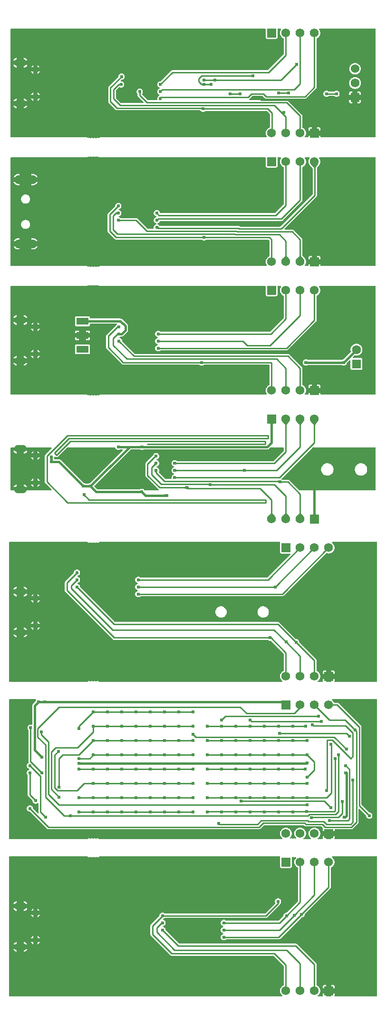
<source format=gbl>
G04 Layer: BottomLayer*
G04 EasyEDA v6.4.17, 2021-03-02T21:30:00+01:00*
G04 52dc7113b7e944b1bde967162dfd0e84,9c416354eb984020824aaf9c885bead6,10*
G04 Gerber Generator version 0.2*
G04 Scale: 100 percent, Rotated: No, Reflected: No *
G04 Dimensions in inches *
G04 leading zeros omitted , absolute positions ,3 integer and 6 decimal *
%FSLAX36Y36*%
%MOIN*%

%ADD10C,0.0100*%
%ADD11C,0.0150*%
%ADD15C,0.0240*%
%ADD41C,0.0620*%
%ADD42C,0.0600*%
%ADD43C,0.0472*%
%ADD44R,0.0630X0.0630*%
%ADD45C,0.0630*%
%ADD47C,0.0512*%
%ADD48C,0.0591*%

%LPD*%
G36*
X2086720Y719940D02*
G01*
X2085040Y720300D01*
X2083680Y721340D01*
X2082860Y722860D01*
X2082760Y724560D01*
X2083380Y726160D01*
X2085580Y729460D01*
X2087960Y734280D01*
X2089700Y739360D01*
X2090740Y744640D01*
X2091100Y750000D01*
X2090740Y755360D01*
X2089700Y760639D01*
X2087960Y765720D01*
X2085580Y770540D01*
X2082600Y775020D01*
X2079060Y779060D01*
X2075020Y782600D01*
X2070540Y785580D01*
X2067340Y787180D01*
X2066160Y788060D01*
X2065380Y789300D01*
X2065100Y790759D01*
X2065100Y869800D01*
X2064800Y872940D01*
X2063940Y875780D01*
X2062540Y878379D01*
X2060540Y880819D01*
X1965820Y975540D01*
X1963380Y977540D01*
X1960780Y978940D01*
X1957940Y979800D01*
X1954800Y980100D01*
X1695580Y980100D01*
X1693980Y980440D01*
X1692660Y981360D01*
X1691800Y982760D01*
X1691579Y984360D01*
X1692020Y985939D01*
X1693040Y987200D01*
X1695820Y989460D01*
X1715080Y1008720D01*
X1716380Y1009599D01*
X1717920Y1009900D01*
X1785380Y1009900D01*
X1786920Y1009599D01*
X1788220Y1008720D01*
X1802480Y994460D01*
X1804920Y992460D01*
X1807520Y991060D01*
X1810360Y990200D01*
X1813500Y989900D01*
X2084800Y989900D01*
X2087940Y990200D01*
X2090780Y991060D01*
X2093380Y992460D01*
X2095820Y994460D01*
X2160540Y1059180D01*
X2162540Y1061620D01*
X2163940Y1064220D01*
X2164800Y1067060D01*
X2165100Y1070200D01*
X2165100Y1409240D01*
X2165380Y1410700D01*
X2166160Y1411940D01*
X2167340Y1412820D01*
X2170540Y1414420D01*
X2175020Y1417400D01*
X2179060Y1420940D01*
X2182600Y1424980D01*
X2185580Y1429460D01*
X2187960Y1434280D01*
X2189700Y1439360D01*
X2190740Y1444640D01*
X2191100Y1450000D01*
X2190740Y1455360D01*
X2189700Y1460640D01*
X2187960Y1465720D01*
X2185580Y1470540D01*
X2183500Y1473680D01*
X2182860Y1475280D01*
X2182960Y1476980D01*
X2183780Y1478500D01*
X2185140Y1479540D01*
X2186820Y1479900D01*
X2575899Y1479900D01*
X2577440Y1479600D01*
X2578720Y1478720D01*
X2579600Y1477440D01*
X2579900Y1475900D01*
X2579900Y724100D01*
X2579600Y722560D01*
X2578720Y721260D01*
X2577440Y720400D01*
X2575899Y720100D01*
X2195100Y719980D01*
X2193580Y720280D01*
X2192280Y721140D01*
X2191400Y722440D01*
X2191100Y723980D01*
X2191100Y732000D01*
X2168000Y732000D01*
X2168000Y723960D01*
X2167700Y722440D01*
X2166820Y721140D01*
X2165540Y720280D01*
X2164000Y719960D01*
X2136000Y719960D01*
X2134480Y720260D01*
X2133180Y721120D01*
X2132300Y722420D01*
X2132000Y723960D01*
X2132000Y732000D01*
X2108900Y732000D01*
X2108900Y723940D01*
X2108600Y722420D01*
X2107720Y721120D01*
X2106440Y720260D01*
X2104900Y719940D01*
G37*

%LPC*%
G36*
X2168000Y768000D02*
G01*
X2191100Y768000D01*
X2191100Y780780D01*
X2190820Y783240D01*
X2190080Y785380D01*
X2188880Y787280D01*
X2187280Y788880D01*
X2185380Y790080D01*
X2183240Y790819D01*
X2180780Y791100D01*
X2168000Y791100D01*
G37*
G36*
X2108900Y768000D02*
G01*
X2132000Y768000D01*
X2132000Y791100D01*
X2119220Y791100D01*
X2116760Y790819D01*
X2114620Y790080D01*
X2112720Y788880D01*
X2111120Y787280D01*
X2109920Y785380D01*
X2109180Y783240D01*
X2108900Y780780D01*
G37*
G36*
X2404220Y958900D02*
G01*
X2417000Y958900D01*
X2417000Y982000D01*
X2393900Y982000D01*
X2393900Y969220D01*
X2394180Y966760D01*
X2394920Y964620D01*
X2396120Y962720D01*
X2397720Y961120D01*
X2399620Y959920D01*
X2401760Y959180D01*
G37*
G36*
X2453000Y958900D02*
G01*
X2465780Y958900D01*
X2468240Y959180D01*
X2470380Y959920D01*
X2472280Y961120D01*
X2473880Y962720D01*
X2475080Y964620D01*
X2475820Y966760D01*
X2476100Y969220D01*
X2476100Y982000D01*
X2453000Y982000D01*
G37*
G36*
X2235000Y1002920D02*
G01*
X2238840Y1003259D01*
X2242560Y1004240D01*
X2246040Y1005879D01*
X2249200Y1008080D01*
X2249840Y1008720D01*
X2251140Y1009599D01*
X2252680Y1009900D01*
X2287320Y1009900D01*
X2288860Y1009599D01*
X2290160Y1008720D01*
X2290800Y1008080D01*
X2293960Y1005879D01*
X2297440Y1004240D01*
X2301160Y1003259D01*
X2305000Y1002920D01*
X2308840Y1003259D01*
X2312560Y1004240D01*
X2316040Y1005879D01*
X2319200Y1008080D01*
X2321920Y1010800D01*
X2324120Y1013960D01*
X2325760Y1017440D01*
X2326740Y1021160D01*
X2327080Y1025000D01*
X2326740Y1028840D01*
X2325760Y1032560D01*
X2324120Y1036040D01*
X2321920Y1039200D01*
X2319200Y1041919D01*
X2316040Y1044120D01*
X2312560Y1045759D01*
X2308840Y1046740D01*
X2305000Y1047080D01*
X2301160Y1046740D01*
X2297440Y1045759D01*
X2293960Y1044120D01*
X2290800Y1041919D01*
X2290160Y1041280D01*
X2288860Y1040400D01*
X2287320Y1040100D01*
X2252680Y1040100D01*
X2251140Y1040400D01*
X2249840Y1041280D01*
X2249200Y1041919D01*
X2246040Y1044120D01*
X2242560Y1045759D01*
X2238840Y1046740D01*
X2235000Y1047080D01*
X2231160Y1046740D01*
X2227440Y1045759D01*
X2223960Y1044120D01*
X2220800Y1041919D01*
X2218080Y1039200D01*
X2215880Y1036040D01*
X2214240Y1032560D01*
X2213260Y1028840D01*
X2212920Y1025000D01*
X2213260Y1021160D01*
X2214240Y1017440D01*
X2215880Y1013960D01*
X2218080Y1010800D01*
X2220800Y1008080D01*
X2223960Y1005879D01*
X2227440Y1004240D01*
X2231160Y1003259D01*
G37*
G36*
X2393900Y1018000D02*
G01*
X2417000Y1018000D01*
X2417000Y1041100D01*
X2404220Y1041100D01*
X2401760Y1040819D01*
X2399620Y1040080D01*
X2397720Y1038880D01*
X2396120Y1037280D01*
X2394920Y1035380D01*
X2394180Y1033240D01*
X2393900Y1030780D01*
G37*
G36*
X2453000Y1018000D02*
G01*
X2476100Y1018000D01*
X2476100Y1030780D01*
X2475820Y1033240D01*
X2475080Y1035380D01*
X2473880Y1037280D01*
X2472280Y1038880D01*
X2470380Y1040080D01*
X2468240Y1040819D01*
X2465780Y1041100D01*
X2453000Y1041100D01*
G37*
G36*
X2435000Y1058900D02*
G01*
X2440360Y1059260D01*
X2445640Y1060300D01*
X2450720Y1062040D01*
X2455540Y1064420D01*
X2460020Y1067400D01*
X2464060Y1070940D01*
X2467600Y1074980D01*
X2470580Y1079460D01*
X2472960Y1084280D01*
X2474700Y1089360D01*
X2475740Y1094640D01*
X2476100Y1100000D01*
X2475740Y1105360D01*
X2474700Y1110640D01*
X2472960Y1115720D01*
X2470580Y1120540D01*
X2467600Y1125020D01*
X2464060Y1129060D01*
X2460020Y1132600D01*
X2455540Y1135580D01*
X2450720Y1137960D01*
X2445640Y1139700D01*
X2440360Y1140740D01*
X2435000Y1141100D01*
X2429640Y1140740D01*
X2424360Y1139700D01*
X2419280Y1137960D01*
X2414460Y1135580D01*
X2409980Y1132600D01*
X2405940Y1129060D01*
X2402400Y1125020D01*
X2399420Y1120540D01*
X2397040Y1115720D01*
X2395300Y1110640D01*
X2394260Y1105360D01*
X2393900Y1100000D01*
X2394260Y1094640D01*
X2395300Y1089360D01*
X2397040Y1084280D01*
X2399420Y1079460D01*
X2402400Y1074980D01*
X2405940Y1070940D01*
X2409980Y1067400D01*
X2414460Y1064420D01*
X2419280Y1062040D01*
X2424360Y1060300D01*
X2429640Y1059260D01*
G37*
G36*
X2432320Y1160000D02*
G01*
X2437680Y1160000D01*
X2442980Y1160720D01*
X2448160Y1162120D01*
X2453080Y1164220D01*
X2457680Y1166940D01*
X2461900Y1170260D01*
X2465620Y1174120D01*
X2468800Y1178420D01*
X2471360Y1183120D01*
X2473300Y1188120D01*
X2474540Y1193340D01*
X2475060Y1198660D01*
X2474880Y1204020D01*
X2474000Y1209300D01*
X2472420Y1214400D01*
X2470160Y1219260D01*
X2467280Y1223780D01*
X2463820Y1227880D01*
X2459840Y1231460D01*
X2455440Y1234500D01*
X2450660Y1236900D01*
X2445600Y1238660D01*
X2440340Y1239740D01*
X2435000Y1240100D01*
X2429660Y1239740D01*
X2424400Y1238660D01*
X2419340Y1236900D01*
X2414560Y1234500D01*
X2410160Y1231460D01*
X2406180Y1227880D01*
X2402720Y1223780D01*
X2399840Y1219260D01*
X2397580Y1214400D01*
X2396000Y1209300D01*
X2395120Y1204020D01*
X2394940Y1198660D01*
X2395460Y1193340D01*
X2396700Y1188120D01*
X2398640Y1183120D01*
X2401200Y1178420D01*
X2404380Y1174120D01*
X2408100Y1170260D01*
X2412320Y1166940D01*
X2416920Y1164220D01*
X2421840Y1162120D01*
X2427020Y1160720D01*
G37*

%LPD*%
G36*
X579340Y713379D02*
G01*
X578120Y713800D01*
X576160Y714860D01*
X573140Y715780D01*
X570000Y716080D01*
X566860Y715780D01*
X565520Y715360D01*
X563760Y715240D01*
X562120Y715879D01*
X559740Y717500D01*
X558280Y718259D01*
X556700Y718920D01*
X555080Y719419D01*
X553400Y719800D01*
X551700Y720020D01*
X549920Y720100D01*
X24100Y720100D01*
X22559Y720400D01*
X21280Y721280D01*
X20400Y722560D01*
X20099Y724100D01*
X20099Y1475900D01*
X20400Y1477440D01*
X21280Y1478720D01*
X22559Y1479600D01*
X24100Y1479900D01*
X1804900Y1479900D01*
X1806440Y1479600D01*
X1807720Y1478720D01*
X1808600Y1477440D01*
X1808899Y1475900D01*
X1808899Y1419220D01*
X1809180Y1416759D01*
X1809920Y1414620D01*
X1811120Y1412720D01*
X1812720Y1411120D01*
X1814620Y1409920D01*
X1816759Y1409180D01*
X1819220Y1408899D01*
X1880780Y1408899D01*
X1883240Y1409180D01*
X1885380Y1409920D01*
X1887280Y1411120D01*
X1888880Y1412720D01*
X1890080Y1414620D01*
X1890820Y1416759D01*
X1891100Y1419220D01*
X1891100Y1475900D01*
X1891399Y1477440D01*
X1892280Y1478720D01*
X1893560Y1479600D01*
X1895100Y1479900D01*
X1913180Y1479900D01*
X1914860Y1479540D01*
X1916220Y1478500D01*
X1917040Y1476980D01*
X1917140Y1475280D01*
X1916500Y1473680D01*
X1914420Y1470540D01*
X1912040Y1465720D01*
X1910300Y1460640D01*
X1909259Y1455360D01*
X1908899Y1450000D01*
X1909259Y1444640D01*
X1910300Y1439360D01*
X1912040Y1434280D01*
X1914420Y1429460D01*
X1917400Y1424980D01*
X1920940Y1420940D01*
X1924980Y1417400D01*
X1929460Y1414420D01*
X1932660Y1412820D01*
X1933839Y1411940D01*
X1934620Y1410700D01*
X1934900Y1409240D01*
X1934900Y1303320D01*
X1934600Y1301780D01*
X1933720Y1300480D01*
X1824520Y1191280D01*
X1823220Y1190400D01*
X1821680Y1190100D01*
X1155200Y1190100D01*
X1152060Y1189800D01*
X1149220Y1188940D01*
X1146620Y1187540D01*
X1144180Y1185540D01*
X1071820Y1113180D01*
X1070700Y1112380D01*
X1069340Y1112020D01*
X1066160Y1111740D01*
X1062440Y1110760D01*
X1058960Y1109120D01*
X1055800Y1106920D01*
X1053080Y1104200D01*
X1050880Y1101040D01*
X1049240Y1097560D01*
X1048259Y1093840D01*
X1047920Y1090000D01*
X1048259Y1086160D01*
X1049240Y1082440D01*
X1050880Y1078960D01*
X1053080Y1075800D01*
X1055800Y1073080D01*
X1058960Y1070880D01*
X1062440Y1069240D01*
X1063880Y1068860D01*
X1065420Y1068060D01*
X1066460Y1066700D01*
X1066840Y1065000D01*
X1066460Y1063300D01*
X1065420Y1061940D01*
X1063880Y1061140D01*
X1062440Y1060760D01*
X1058960Y1059120D01*
X1055800Y1056920D01*
X1053080Y1054200D01*
X1050880Y1051040D01*
X1049240Y1047560D01*
X1048259Y1043840D01*
X1047920Y1040000D01*
X1048259Y1036160D01*
X1049240Y1032440D01*
X1050880Y1028960D01*
X1053080Y1025800D01*
X1055800Y1023080D01*
X1058960Y1020879D01*
X1061460Y1019700D01*
X1062840Y1018640D01*
X1063640Y1017060D01*
X1063700Y1015320D01*
X1062980Y1013700D01*
X1059340Y1010660D01*
X1057220Y1008100D01*
X1055800Y1006919D01*
X1053080Y1004200D01*
X1050880Y1001040D01*
X1049240Y997560D01*
X1048259Y993840D01*
X1047920Y990000D01*
X1048259Y986160D01*
X1048520Y985140D01*
X1048640Y983680D01*
X1048220Y982280D01*
X1047340Y981120D01*
X1046100Y980360D01*
X1044659Y980100D01*
X982920Y980100D01*
X981380Y980400D01*
X980080Y981280D01*
X941560Y1019800D01*
X940699Y1021080D01*
X940400Y1022620D01*
X940699Y1024160D01*
X944120Y1028960D01*
X945759Y1032440D01*
X946740Y1036160D01*
X947080Y1040000D01*
X946740Y1043840D01*
X945759Y1047560D01*
X944120Y1051040D01*
X941919Y1054200D01*
X939200Y1056920D01*
X936040Y1059120D01*
X932560Y1060760D01*
X928840Y1061740D01*
X925000Y1062080D01*
X921160Y1061740D01*
X917440Y1060760D01*
X913960Y1059120D01*
X910800Y1056920D01*
X908080Y1054200D01*
X905879Y1051040D01*
X904240Y1047560D01*
X903259Y1043840D01*
X902920Y1040000D01*
X903259Y1036160D01*
X904240Y1032440D01*
X905879Y1028960D01*
X908080Y1025800D01*
X908720Y1025160D01*
X909599Y1023860D01*
X909900Y1022320D01*
X909900Y1015200D01*
X910200Y1012060D01*
X911060Y1009220D01*
X912460Y1006620D01*
X914460Y1004180D01*
X951720Y966919D01*
X952580Y965639D01*
X952880Y964100D01*
X952580Y962560D01*
X951720Y961280D01*
X950420Y960400D01*
X948880Y960100D01*
X795819Y960100D01*
X794280Y960400D01*
X792980Y961280D01*
X759180Y995080D01*
X758300Y996380D01*
X758000Y997920D01*
X758000Y1047080D01*
X758300Y1048620D01*
X759180Y1049920D01*
X779360Y1070120D01*
X780720Y1071000D01*
X782320Y1071280D01*
X783880Y1070900D01*
X787440Y1069240D01*
X791160Y1068260D01*
X795000Y1067920D01*
X798840Y1068260D01*
X802560Y1069240D01*
X806040Y1070880D01*
X809200Y1073080D01*
X811919Y1075800D01*
X814120Y1078960D01*
X815759Y1082440D01*
X816740Y1086160D01*
X817080Y1090000D01*
X816740Y1093840D01*
X815759Y1097560D01*
X814120Y1101040D01*
X811919Y1104200D01*
X809200Y1106920D01*
X806040Y1109120D01*
X802560Y1110760D01*
X798840Y1111740D01*
X795220Y1112060D01*
X793760Y1112480D01*
X792580Y1113400D01*
X791800Y1114680D01*
X791560Y1116160D01*
X791880Y1117640D01*
X792740Y1118880D01*
X795680Y1121820D01*
X796800Y1122620D01*
X798160Y1122980D01*
X801340Y1123260D01*
X805060Y1124240D01*
X808540Y1125880D01*
X811700Y1128080D01*
X814419Y1130800D01*
X816620Y1133960D01*
X818259Y1137440D01*
X819240Y1141160D01*
X819580Y1145000D01*
X819240Y1148840D01*
X818259Y1152560D01*
X816620Y1156040D01*
X814419Y1159200D01*
X811700Y1161920D01*
X808540Y1164120D01*
X805060Y1165760D01*
X801340Y1166740D01*
X797500Y1167080D01*
X793660Y1166740D01*
X789940Y1165760D01*
X786460Y1164120D01*
X783300Y1161920D01*
X780580Y1159200D01*
X778379Y1156040D01*
X776740Y1152560D01*
X775759Y1148840D01*
X775480Y1145660D01*
X775120Y1144300D01*
X774320Y1143180D01*
X709460Y1078320D01*
X707460Y1075880D01*
X706060Y1073280D01*
X705200Y1070440D01*
X704900Y1067300D01*
X704900Y970200D01*
X705200Y967060D01*
X706060Y964220D01*
X707460Y961620D01*
X709460Y959180D01*
X754180Y914460D01*
X756620Y912460D01*
X759220Y911060D01*
X762060Y910200D01*
X765200Y909900D01*
X1348140Y909900D01*
X1349400Y909700D01*
X1350520Y909100D01*
X1351399Y908199D01*
X1353080Y905800D01*
X1355800Y903080D01*
X1358959Y900879D01*
X1362440Y899240D01*
X1366160Y898259D01*
X1370000Y897920D01*
X1373839Y898259D01*
X1377560Y899240D01*
X1381040Y900879D01*
X1384199Y903080D01*
X1384840Y903720D01*
X1386140Y904599D01*
X1387680Y904900D01*
X1814580Y904900D01*
X1816120Y904599D01*
X1817420Y903720D01*
X1836220Y884920D01*
X1837100Y883620D01*
X1837400Y882080D01*
X1837400Y791900D01*
X1837060Y790280D01*
X1836100Y788940D01*
X1834280Y787960D01*
X1829460Y785580D01*
X1824980Y782600D01*
X1820940Y779060D01*
X1817400Y775020D01*
X1814420Y770540D01*
X1812040Y765720D01*
X1810300Y760639D01*
X1809259Y755360D01*
X1808899Y750000D01*
X1809259Y744640D01*
X1810300Y739360D01*
X1812040Y734280D01*
X1814420Y729460D01*
X1816500Y726320D01*
X1817140Y724720D01*
X1817040Y723020D01*
X1816220Y721500D01*
X1814860Y720460D01*
X1813180Y720100D01*
X650080Y720100D01*
X648300Y720020D01*
X646600Y719800D01*
X644920Y719419D01*
X643300Y718920D01*
X641720Y718259D01*
X640200Y717480D01*
X638260Y716120D01*
X637120Y715440D01*
X635840Y715180D01*
X634520Y715360D01*
X633140Y715780D01*
X630000Y716080D01*
X626860Y715780D01*
X623840Y714860D01*
X621880Y713800D01*
X620660Y713379D01*
X619340Y713379D01*
X618120Y713800D01*
X616160Y714860D01*
X613140Y715780D01*
X610000Y716080D01*
X606860Y715780D01*
X603840Y714860D01*
X601880Y713800D01*
X600660Y713379D01*
X599340Y713379D01*
X598120Y713800D01*
X596160Y714860D01*
X593140Y715780D01*
X590000Y716080D01*
X586860Y715780D01*
X583840Y714860D01*
X581880Y713800D01*
X580660Y713379D01*
G37*

%LPC*%
G36*
X111840Y922480D02*
G01*
X115040Y923139D01*
X119620Y924780D01*
X123940Y927020D01*
X127920Y929820D01*
X131480Y933139D01*
X134560Y936919D01*
X137080Y941080D01*
X137580Y942200D01*
X111840Y942200D01*
G37*
G36*
X63540Y922480D02*
G01*
X63540Y942200D01*
X37800Y942200D01*
X38300Y941080D01*
X40820Y936919D01*
X43900Y933139D01*
X47460Y929820D01*
X51440Y927020D01*
X55759Y924780D01*
X60340Y923139D01*
G37*
G36*
X111840Y972800D02*
G01*
X137580Y972800D01*
X137080Y973920D01*
X134560Y978080D01*
X131480Y981860D01*
X127920Y985180D01*
X123940Y987980D01*
X119620Y990220D01*
X115040Y991860D01*
X111840Y992520D01*
G37*
G36*
X37800Y972800D02*
G01*
X63540Y972800D01*
X63540Y992520D01*
X60340Y991860D01*
X55759Y990220D01*
X51440Y987980D01*
X47460Y985180D01*
X43900Y981860D01*
X40820Y978080D01*
X38300Y973920D01*
G37*
G36*
X179680Y974040D02*
G01*
X179680Y990220D01*
X163500Y990220D01*
X165620Y986300D01*
X168520Y982460D01*
X171920Y979060D01*
X175760Y976160D01*
G37*
G36*
X208299Y974040D02*
G01*
X212220Y976160D01*
X216060Y979060D01*
X219460Y982460D01*
X222360Y986300D01*
X224480Y990220D01*
X208299Y990220D01*
G37*
G36*
X163500Y1018840D02*
G01*
X179680Y1018840D01*
X179680Y1035020D01*
X175760Y1032880D01*
X171920Y1030000D01*
X168520Y1026600D01*
X165620Y1022760D01*
G37*
G36*
X208299Y1018840D02*
G01*
X224480Y1018840D01*
X222360Y1022760D01*
X219460Y1026600D01*
X216060Y1030000D01*
X212220Y1032880D01*
X208299Y1035020D01*
G37*
G36*
X208299Y1164980D02*
G01*
X212220Y1167120D01*
X216060Y1170000D01*
X219460Y1173400D01*
X222360Y1177240D01*
X224480Y1181160D01*
X208299Y1181160D01*
G37*
G36*
X179680Y1164980D02*
G01*
X179680Y1181160D01*
X163500Y1181160D01*
X165620Y1177240D01*
X168520Y1173400D01*
X171920Y1170000D01*
X175760Y1167120D01*
G37*
G36*
X111840Y1207480D02*
G01*
X115040Y1208140D01*
X119620Y1209780D01*
X123940Y1212020D01*
X127920Y1214820D01*
X131480Y1218140D01*
X134560Y1221920D01*
X137080Y1226080D01*
X137580Y1227200D01*
X111840Y1227200D01*
G37*
G36*
X63540Y1207480D02*
G01*
X63540Y1227200D01*
X37800Y1227200D01*
X38300Y1226080D01*
X40820Y1221920D01*
X43900Y1218140D01*
X47460Y1214820D01*
X51440Y1212020D01*
X55759Y1209780D01*
X60340Y1208140D01*
G37*
G36*
X163500Y1209780D02*
G01*
X179680Y1209780D01*
X179680Y1225960D01*
X175760Y1223840D01*
X171920Y1220940D01*
X168520Y1217540D01*
X165620Y1213700D01*
G37*
G36*
X208299Y1209780D02*
G01*
X224480Y1209780D01*
X222360Y1213700D01*
X219460Y1217540D01*
X216060Y1220940D01*
X212220Y1223840D01*
X208299Y1225960D01*
G37*
G36*
X37800Y1257800D02*
G01*
X63540Y1257800D01*
X63540Y1277520D01*
X60340Y1276860D01*
X55759Y1275220D01*
X51440Y1272980D01*
X47460Y1270180D01*
X43900Y1266860D01*
X40820Y1263080D01*
X38300Y1258920D01*
G37*
G36*
X111840Y1257800D02*
G01*
X137580Y1257800D01*
X137080Y1258920D01*
X134560Y1263080D01*
X131480Y1266860D01*
X127920Y1270180D01*
X123940Y1272980D01*
X119620Y1275220D01*
X115040Y1276860D01*
X111840Y1277520D01*
G37*

%LPD*%
G36*
X1631540Y95100D02*
G01*
X1630200Y95340D01*
X1629000Y96000D01*
X1627140Y97540D01*
X1624540Y98940D01*
X1621699Y99800D01*
X1618560Y100100D01*
X1067560Y100100D01*
X1066120Y100360D01*
X1064880Y101120D01*
X1063040Y102780D01*
X1061920Y104200D01*
X1059200Y106920D01*
X1056040Y109120D01*
X1052560Y110760D01*
X1051120Y111140D01*
X1049580Y111940D01*
X1048540Y113300D01*
X1048160Y115000D01*
X1048540Y116700D01*
X1049580Y118059D01*
X1051120Y118859D01*
X1052560Y119240D01*
X1056040Y120879D01*
X1059200Y123080D01*
X1061920Y125800D01*
X1064120Y128960D01*
X1065820Y132600D01*
X1066700Y133800D01*
X1067960Y134620D01*
X1069440Y134900D01*
X1919800Y134900D01*
X1922940Y135200D01*
X1925780Y136060D01*
X1928380Y137460D01*
X1930820Y139460D01*
X2060540Y269180D01*
X2062540Y271620D01*
X2063940Y274220D01*
X2064800Y277060D01*
X2065100Y280200D01*
X2065100Y509240D01*
X2065380Y510700D01*
X2066160Y511940D01*
X2067340Y512819D01*
X2070540Y514420D01*
X2075020Y517400D01*
X2079060Y520940D01*
X2082600Y524980D01*
X2085580Y529460D01*
X2087960Y534280D01*
X2089700Y539360D01*
X2090740Y544640D01*
X2091100Y550000D01*
X2090740Y555360D01*
X2089700Y560640D01*
X2087960Y565720D01*
X2085580Y570540D01*
X2083500Y573680D01*
X2082860Y575280D01*
X2082960Y576980D01*
X2083779Y578500D01*
X2085140Y579540D01*
X2086819Y579900D01*
X2113180Y579900D01*
X2114860Y579540D01*
X2116220Y578500D01*
X2117040Y576980D01*
X2117140Y575280D01*
X2116500Y573680D01*
X2114420Y570540D01*
X2112040Y565720D01*
X2110300Y560640D01*
X2109260Y555360D01*
X2108900Y550000D01*
X2109260Y544640D01*
X2110300Y539360D01*
X2112040Y534280D01*
X2114420Y529460D01*
X2117400Y524980D01*
X2120740Y521140D01*
X2136300Y504700D01*
X2137120Y503440D01*
X2137400Y501960D01*
X2137400Y322920D01*
X2137100Y321380D01*
X2136220Y320080D01*
X1916160Y100020D01*
X1915380Y99400D01*
X1914220Y98940D01*
X1911620Y97540D01*
X1909760Y96000D01*
X1908560Y95340D01*
X1907220Y95100D01*
G37*

%LPD*%
G36*
X2086720Y-180060D02*
G01*
X2085040Y-179680D01*
X2083680Y-178660D01*
X2082860Y-177140D01*
X2082760Y-175440D01*
X2083380Y-173840D01*
X2085580Y-170539D01*
X2087960Y-165720D01*
X2089700Y-160640D01*
X2090740Y-155360D01*
X2091100Y-150000D01*
X2090740Y-144640D01*
X2089700Y-139360D01*
X2087960Y-134280D01*
X2085580Y-129460D01*
X2082560Y-124920D01*
X2066040Y-105220D01*
X2065340Y-104019D01*
X2065100Y-102660D01*
X2065100Y4800D01*
X2064800Y7940D01*
X2063940Y10780D01*
X2062540Y13380D01*
X2060540Y15820D01*
X2005820Y70540D01*
X2003380Y72540D01*
X2000780Y73940D01*
X1997940Y74800D01*
X1994800Y75100D01*
X1943620Y75100D01*
X1942080Y75400D01*
X1940780Y76280D01*
X1939920Y77560D01*
X1939620Y79100D01*
X1939920Y80640D01*
X1940780Y81920D01*
X2163040Y304180D01*
X2165040Y306620D01*
X2166440Y309220D01*
X2167300Y312060D01*
X2167600Y315200D01*
X2167600Y503500D01*
X2167800Y504760D01*
X2168400Y505880D01*
X2182520Y524860D01*
X2185580Y529460D01*
X2187960Y534280D01*
X2189700Y539360D01*
X2190740Y544640D01*
X2191100Y550000D01*
X2190740Y555360D01*
X2189700Y560640D01*
X2187960Y565720D01*
X2185580Y570540D01*
X2183500Y573680D01*
X2182860Y575280D01*
X2182960Y576980D01*
X2183780Y578500D01*
X2185140Y579540D01*
X2186820Y579900D01*
X2575899Y579900D01*
X2577440Y579600D01*
X2578720Y578720D01*
X2579600Y577440D01*
X2579900Y575900D01*
X2579900Y-175900D01*
X2579600Y-177440D01*
X2578720Y-178740D01*
X2577440Y-179600D01*
X2575899Y-179899D01*
X2195100Y-180020D01*
X2193580Y-179720D01*
X2192280Y-178860D01*
X2191400Y-177560D01*
X2191100Y-176020D01*
X2191100Y-168000D01*
X2168000Y-168000D01*
X2168000Y-176040D01*
X2167700Y-177560D01*
X2166820Y-178860D01*
X2165540Y-179720D01*
X2164000Y-180040D01*
X2136000Y-180040D01*
X2134480Y-179740D01*
X2133180Y-178880D01*
X2132300Y-177580D01*
X2132000Y-176040D01*
X2132000Y-168000D01*
X2108900Y-168000D01*
X2108900Y-176060D01*
X2108600Y-177580D01*
X2107720Y-178880D01*
X2106440Y-179740D01*
X2104900Y-180060D01*
G37*

%LPC*%
G36*
X2168000Y-132000D02*
G01*
X2191100Y-132000D01*
X2191100Y-119220D01*
X2190820Y-116760D01*
X2190080Y-114620D01*
X2188880Y-112720D01*
X2187280Y-111120D01*
X2185380Y-109920D01*
X2183240Y-109179D01*
X2180780Y-108900D01*
X2168000Y-108900D01*
G37*
G36*
X2108900Y-132000D02*
G01*
X2132000Y-132000D01*
X2132000Y-108900D01*
X2119220Y-108900D01*
X2116760Y-109179D01*
X2114620Y-109920D01*
X2112720Y-111120D01*
X2111120Y-112720D01*
X2109920Y-114620D01*
X2109180Y-116760D01*
X2108900Y-119220D01*
G37*

%LPD*%
G36*
X579340Y-186620D02*
G01*
X578120Y-186200D01*
X576160Y-185140D01*
X573140Y-184220D01*
X570000Y-183920D01*
X566860Y-184220D01*
X565520Y-184640D01*
X563760Y-184760D01*
X562120Y-184120D01*
X559740Y-182500D01*
X558280Y-181740D01*
X556700Y-181080D01*
X555080Y-180580D01*
X553400Y-180200D01*
X551700Y-179980D01*
X549920Y-179899D01*
X24100Y-179899D01*
X22559Y-179600D01*
X21280Y-178720D01*
X20400Y-177440D01*
X20099Y-175900D01*
X20099Y575900D01*
X20400Y577440D01*
X21280Y578740D01*
X22559Y579600D01*
X24100Y579900D01*
X549920Y580060D01*
X551720Y580140D01*
X553400Y580380D01*
X555080Y580740D01*
X556700Y581260D01*
X558280Y581900D01*
X559760Y582680D01*
X561980Y584180D01*
X563620Y584800D01*
X565380Y584680D01*
X566860Y584220D01*
X570000Y583920D01*
X573140Y584220D01*
X576160Y585140D01*
X578120Y586200D01*
X579340Y586620D01*
X580660Y586620D01*
X581880Y586200D01*
X583840Y585140D01*
X586860Y584220D01*
X590000Y583920D01*
X593140Y584220D01*
X596160Y585140D01*
X598120Y586200D01*
X599340Y586620D01*
X600660Y586620D01*
X601880Y586200D01*
X603840Y585140D01*
X606860Y584220D01*
X610000Y583920D01*
X613140Y584220D01*
X616160Y585140D01*
X618120Y586200D01*
X619340Y586620D01*
X620660Y586620D01*
X621880Y586200D01*
X623840Y585140D01*
X626860Y584220D01*
X630000Y583920D01*
X633140Y584220D01*
X634480Y584640D01*
X636200Y584760D01*
X637840Y584140D01*
X640580Y582320D01*
X643280Y581100D01*
X646600Y580220D01*
X650180Y579900D01*
X1804900Y579900D01*
X1806440Y579600D01*
X1807720Y578720D01*
X1808600Y577440D01*
X1808899Y575900D01*
X1808899Y519219D01*
X1809180Y516760D01*
X1809920Y514620D01*
X1811120Y512720D01*
X1812720Y511120D01*
X1814620Y509920D01*
X1816759Y509180D01*
X1819220Y508900D01*
X1880780Y508900D01*
X1883240Y509180D01*
X1885380Y509920D01*
X1887280Y511120D01*
X1888880Y512720D01*
X1890080Y514620D01*
X1890820Y516760D01*
X1891100Y519219D01*
X1891100Y575900D01*
X1891399Y577440D01*
X1892280Y578720D01*
X1893560Y579600D01*
X1895100Y579900D01*
X1913180Y579900D01*
X1914860Y579540D01*
X1916220Y578500D01*
X1917040Y576980D01*
X1917140Y575280D01*
X1916500Y573680D01*
X1914420Y570540D01*
X1912040Y565720D01*
X1910300Y560640D01*
X1909259Y555360D01*
X1908899Y550000D01*
X1909259Y544640D01*
X1910300Y539360D01*
X1912040Y534280D01*
X1914420Y529460D01*
X1917400Y524980D01*
X1920940Y520940D01*
X1924980Y517400D01*
X1929460Y514420D01*
X1932660Y512819D01*
X1933839Y511940D01*
X1934620Y510700D01*
X1934900Y509240D01*
X1934900Y252920D01*
X1934600Y251380D01*
X1933720Y250080D01*
X1874920Y191280D01*
X1873620Y190400D01*
X1872080Y190100D01*
X1070740Y190100D01*
X1069300Y190380D01*
X1068040Y191160D01*
X1067160Y192340D01*
X1065760Y197560D01*
X1064120Y201040D01*
X1061920Y204200D01*
X1059200Y206920D01*
X1056040Y209120D01*
X1052560Y210760D01*
X1048840Y211740D01*
X1045000Y212079D01*
X1041160Y211740D01*
X1037440Y210760D01*
X1033960Y209120D01*
X1030800Y206920D01*
X1028080Y204200D01*
X1025879Y201040D01*
X1024240Y197560D01*
X1023259Y193840D01*
X1022920Y190000D01*
X1023259Y186160D01*
X1024240Y182440D01*
X1025879Y178960D01*
X1028080Y175799D01*
X1030800Y173080D01*
X1033960Y170880D01*
X1037440Y169240D01*
X1038880Y168860D01*
X1040420Y168060D01*
X1041460Y166700D01*
X1041840Y165000D01*
X1041460Y163299D01*
X1040420Y161940D01*
X1038880Y161140D01*
X1037440Y160760D01*
X1033960Y159120D01*
X1030800Y156920D01*
X1028080Y154200D01*
X1025879Y151040D01*
X1024240Y147560D01*
X1023259Y143840D01*
X1022920Y140000D01*
X1023259Y136160D01*
X1024240Y132440D01*
X1025879Y128960D01*
X1028080Y125800D01*
X1030800Y123080D01*
X1033960Y120879D01*
X1037440Y119240D01*
X1038880Y118859D01*
X1040420Y118059D01*
X1041460Y116700D01*
X1041840Y115000D01*
X1041460Y113300D01*
X1040420Y111940D01*
X1038880Y111140D01*
X1037440Y110760D01*
X1033960Y109120D01*
X1030800Y106920D01*
X1028080Y104200D01*
X1025879Y101039D01*
X1024240Y97560D01*
X1023259Y93840D01*
X1022920Y90000D01*
X1023259Y86160D01*
X1023520Y85140D01*
X1023640Y83680D01*
X1023220Y82280D01*
X1022340Y81120D01*
X1021100Y80360D01*
X1019659Y80100D01*
X982920Y80100D01*
X981380Y80399D01*
X980080Y81280D01*
X910819Y150540D01*
X908379Y152540D01*
X905780Y153940D01*
X902940Y154800D01*
X899800Y155100D01*
X794520Y155100D01*
X792800Y155480D01*
X788199Y157680D01*
X786040Y159120D01*
X782560Y160760D01*
X781120Y161140D01*
X779580Y161940D01*
X778540Y163299D01*
X778160Y165000D01*
X778540Y166700D01*
X779580Y168060D01*
X781120Y168860D01*
X782560Y169240D01*
X786040Y170880D01*
X789200Y173080D01*
X791919Y175799D01*
X794120Y178960D01*
X795759Y182440D01*
X796740Y186160D01*
X797080Y190000D01*
X796740Y193840D01*
X795759Y197560D01*
X794120Y201040D01*
X791919Y204200D01*
X789200Y206920D01*
X786040Y209120D01*
X782560Y210760D01*
X781120Y211140D01*
X779580Y211940D01*
X778540Y213299D01*
X778160Y215000D01*
X778540Y216700D01*
X779580Y218060D01*
X781120Y218860D01*
X782560Y219240D01*
X786040Y220880D01*
X789200Y223080D01*
X791919Y225799D01*
X794120Y228960D01*
X795759Y232440D01*
X796740Y236160D01*
X797080Y240000D01*
X796740Y243840D01*
X795759Y247560D01*
X794120Y251040D01*
X791919Y254200D01*
X789200Y256920D01*
X786040Y259120D01*
X782560Y260760D01*
X778840Y261740D01*
X775000Y262079D01*
X771160Y261740D01*
X767440Y260760D01*
X763960Y259120D01*
X760800Y256920D01*
X758080Y254200D01*
X755879Y251040D01*
X754240Y247560D01*
X753259Y243840D01*
X752980Y240660D01*
X752620Y239300D01*
X751820Y238180D01*
X704460Y190820D01*
X702460Y188380D01*
X701060Y185780D01*
X700200Y182940D01*
X699900Y179800D01*
X699900Y65199D01*
X700200Y62060D01*
X701060Y59220D01*
X702460Y56620D01*
X704460Y54180D01*
X749180Y9460D01*
X751620Y7460D01*
X754220Y6060D01*
X757060Y5200D01*
X760200Y4900D01*
X1357320Y4900D01*
X1358860Y4600D01*
X1360160Y3720D01*
X1360800Y3080D01*
X1363959Y880D01*
X1367440Y-760D01*
X1371160Y-1739D01*
X1375000Y-2080D01*
X1378839Y-1739D01*
X1382560Y-760D01*
X1386040Y880D01*
X1389199Y3080D01*
X1389840Y3720D01*
X1391140Y4600D01*
X1392680Y4900D01*
X1827080Y4900D01*
X1828620Y4600D01*
X1829920Y3720D01*
X1833720Y-80D01*
X1834600Y-1380D01*
X1834900Y-2920D01*
X1834900Y-109240D01*
X1834620Y-110700D01*
X1833839Y-111940D01*
X1832660Y-112820D01*
X1829460Y-114420D01*
X1824980Y-117400D01*
X1820940Y-120940D01*
X1817400Y-124980D01*
X1814420Y-129460D01*
X1812040Y-134280D01*
X1810300Y-139360D01*
X1809259Y-144640D01*
X1808899Y-150000D01*
X1809259Y-155360D01*
X1810300Y-160640D01*
X1812040Y-165720D01*
X1814420Y-170539D01*
X1816500Y-173680D01*
X1817140Y-175280D01*
X1817040Y-176980D01*
X1816220Y-178500D01*
X1814860Y-179540D01*
X1813180Y-179899D01*
X650080Y-179899D01*
X648300Y-179980D01*
X646600Y-180200D01*
X644920Y-180580D01*
X643300Y-181080D01*
X641720Y-181740D01*
X640200Y-182520D01*
X638260Y-183880D01*
X637120Y-184560D01*
X635840Y-184820D01*
X634520Y-184640D01*
X633140Y-184220D01*
X630000Y-183920D01*
X626860Y-184220D01*
X623840Y-185140D01*
X621880Y-186200D01*
X620660Y-186620D01*
X619340Y-186620D01*
X618120Y-186200D01*
X616160Y-185140D01*
X613140Y-184220D01*
X610000Y-183920D01*
X606860Y-184220D01*
X603840Y-185140D01*
X601880Y-186200D01*
X600660Y-186620D01*
X599340Y-186620D01*
X598120Y-186200D01*
X596160Y-185140D01*
X593140Y-184220D01*
X590000Y-183920D01*
X586860Y-184220D01*
X583840Y-185140D01*
X581880Y-186200D01*
X580660Y-186620D01*
G37*

%LPC*%
G36*
X166740Y-64040D02*
G01*
X173960Y-64040D01*
X179259Y-63680D01*
X184340Y-62680D01*
X189259Y-61020D01*
X193900Y-58720D01*
X198200Y-55839D01*
X202100Y-52420D01*
X205520Y-48520D01*
X208400Y-44220D01*
X209660Y-41680D01*
X166740Y-41680D01*
G37*
G36*
X75800Y-64040D02*
G01*
X83000Y-64040D01*
X83000Y-41680D01*
X40100Y-41680D01*
X41360Y-44220D01*
X44240Y-48520D01*
X47660Y-52420D01*
X51540Y-55839D01*
X55860Y-58720D01*
X60500Y-61020D01*
X65420Y-62680D01*
X70500Y-63680D01*
G37*
G36*
X40100Y-7140D02*
G01*
X83000Y-7140D01*
X83000Y15220D01*
X75800Y15220D01*
X70500Y14880D01*
X65420Y13859D01*
X60500Y12200D01*
X55860Y9900D01*
X51540Y7020D01*
X47660Y3600D01*
X44240Y-300D01*
X41360Y-4600D01*
G37*
G36*
X166740Y-7140D02*
G01*
X209660Y-7140D01*
X208400Y-4600D01*
X205520Y-300D01*
X202100Y3600D01*
X198200Y7020D01*
X193900Y9900D01*
X189259Y12200D01*
X184340Y13859D01*
X179259Y14880D01*
X173960Y15220D01*
X166740Y15220D01*
G37*
G36*
X122500Y79760D02*
G01*
X127260Y79760D01*
X131940Y80460D01*
X136480Y81860D01*
X140760Y83920D01*
X144680Y86600D01*
X148140Y89820D01*
X151100Y93520D01*
X153480Y97640D01*
X155220Y102060D01*
X156260Y106679D01*
X156620Y111400D01*
X156260Y116140D01*
X155220Y120760D01*
X153480Y125180D01*
X151100Y129300D01*
X148140Y133000D01*
X144680Y136220D01*
X140760Y138900D01*
X136480Y140960D01*
X131940Y142360D01*
X127260Y143060D01*
X122500Y143060D01*
X117820Y142360D01*
X113280Y140960D01*
X109000Y138900D01*
X105079Y136220D01*
X101620Y133000D01*
X98660Y129300D01*
X96280Y125180D01*
X94540Y120760D01*
X93500Y116140D01*
X93140Y111400D01*
X93500Y106679D01*
X94540Y102060D01*
X96280Y97640D01*
X98660Y93520D01*
X101620Y89820D01*
X105079Y86600D01*
X109000Y83920D01*
X113280Y81860D01*
X117820Y80460D01*
G37*
G36*
X122500Y256920D02*
G01*
X127260Y256920D01*
X131940Y257640D01*
X136480Y259040D01*
X140760Y261080D01*
X144680Y263760D01*
X148140Y266980D01*
X151100Y270700D01*
X153480Y274800D01*
X155220Y279220D01*
X156260Y283840D01*
X156620Y288580D01*
X156260Y293320D01*
X155220Y297940D01*
X153480Y302360D01*
X151100Y306460D01*
X148140Y310180D01*
X144680Y313400D01*
X140760Y316080D01*
X136480Y318120D01*
X131940Y319520D01*
X127260Y320240D01*
X122500Y320240D01*
X117820Y319520D01*
X113280Y318120D01*
X109000Y316080D01*
X105079Y313400D01*
X101620Y310180D01*
X98660Y306460D01*
X96280Y302360D01*
X94540Y297940D01*
X93500Y293320D01*
X93140Y288580D01*
X93500Y283840D01*
X94540Y279220D01*
X96280Y274800D01*
X98660Y270700D01*
X101620Y266980D01*
X105079Y263760D01*
X109000Y261080D01*
X113280Y259040D01*
X117820Y257640D01*
G37*
G36*
X166740Y384780D02*
G01*
X173960Y384780D01*
X179259Y385120D01*
X184340Y386140D01*
X189259Y387800D01*
X193900Y390100D01*
X198200Y392980D01*
X202100Y396400D01*
X205520Y400300D01*
X208400Y404600D01*
X209660Y407140D01*
X166740Y407140D01*
G37*
G36*
X75800Y384780D02*
G01*
X83000Y384780D01*
X83000Y407140D01*
X40100Y407140D01*
X41360Y404600D01*
X44240Y400300D01*
X47660Y396400D01*
X51540Y392980D01*
X55860Y390100D01*
X60500Y387800D01*
X65420Y386140D01*
X70500Y385120D01*
G37*
G36*
X40100Y441680D02*
G01*
X83000Y441680D01*
X83000Y464040D01*
X75800Y464040D01*
X70500Y463680D01*
X65420Y462680D01*
X60500Y461019D01*
X55860Y458720D01*
X51540Y455840D01*
X47660Y452420D01*
X44240Y448519D01*
X41360Y444219D01*
G37*
G36*
X166740Y441680D02*
G01*
X209660Y441680D01*
X208400Y444219D01*
X205520Y448519D01*
X202100Y452420D01*
X198200Y455840D01*
X193900Y458720D01*
X189259Y461019D01*
X184340Y462680D01*
X179259Y463680D01*
X173960Y464040D01*
X166740Y464040D01*
G37*

%LPD*%
G36*
X579340Y-1086620D02*
G01*
X578120Y-1086200D01*
X576160Y-1085140D01*
X573140Y-1084220D01*
X570000Y-1083920D01*
X566860Y-1084220D01*
X565520Y-1084640D01*
X563760Y-1084760D01*
X562120Y-1084120D01*
X559740Y-1082500D01*
X558280Y-1081740D01*
X556700Y-1081080D01*
X555080Y-1080580D01*
X553400Y-1080200D01*
X551700Y-1079980D01*
X549920Y-1079900D01*
X24100Y-1079900D01*
X22559Y-1079600D01*
X21280Y-1078720D01*
X20400Y-1077440D01*
X20099Y-1075900D01*
X20099Y-324099D01*
X20400Y-322560D01*
X21280Y-321260D01*
X22559Y-320400D01*
X24100Y-320100D01*
X549920Y-319940D01*
X551720Y-319860D01*
X553400Y-319620D01*
X555080Y-319260D01*
X556700Y-318740D01*
X558280Y-318100D01*
X559760Y-317320D01*
X561980Y-315820D01*
X563620Y-315200D01*
X565380Y-315320D01*
X566860Y-315780D01*
X570000Y-316080D01*
X573140Y-315780D01*
X576160Y-314860D01*
X578120Y-313800D01*
X579340Y-313380D01*
X580660Y-313380D01*
X581880Y-313800D01*
X583840Y-314860D01*
X586860Y-315780D01*
X590000Y-316080D01*
X593140Y-315780D01*
X596160Y-314860D01*
X598120Y-313800D01*
X599340Y-313380D01*
X600660Y-313380D01*
X601880Y-313800D01*
X603840Y-314860D01*
X606860Y-315780D01*
X610000Y-316080D01*
X613140Y-315780D01*
X616160Y-314860D01*
X618120Y-313800D01*
X619340Y-313380D01*
X620660Y-313380D01*
X621880Y-313800D01*
X623840Y-314860D01*
X626860Y-315780D01*
X630000Y-316080D01*
X633140Y-315780D01*
X634480Y-315360D01*
X636200Y-315240D01*
X637840Y-315860D01*
X640580Y-317680D01*
X643280Y-318900D01*
X646600Y-319780D01*
X650180Y-320100D01*
X1804900Y-320100D01*
X1806440Y-320400D01*
X1807720Y-321280D01*
X1808600Y-322560D01*
X1808899Y-324099D01*
X1808899Y-380780D01*
X1809180Y-383240D01*
X1809920Y-385379D01*
X1811120Y-387280D01*
X1812720Y-388880D01*
X1814620Y-390080D01*
X1816759Y-390820D01*
X1819220Y-391100D01*
X1880780Y-391100D01*
X1883240Y-390820D01*
X1885380Y-390080D01*
X1887280Y-388880D01*
X1888880Y-387280D01*
X1890080Y-385379D01*
X1890820Y-383240D01*
X1891100Y-380780D01*
X1891100Y-324099D01*
X1891399Y-322560D01*
X1892280Y-321280D01*
X1893560Y-320400D01*
X1895100Y-320100D01*
X1913180Y-320100D01*
X1914860Y-320460D01*
X1916220Y-321500D01*
X1917040Y-323020D01*
X1917140Y-324720D01*
X1916500Y-326320D01*
X1914420Y-329460D01*
X1912040Y-334280D01*
X1910300Y-339360D01*
X1909259Y-344640D01*
X1908899Y-350000D01*
X1909259Y-355360D01*
X1910300Y-360640D01*
X1912040Y-365720D01*
X1914420Y-370540D01*
X1917400Y-375020D01*
X1920940Y-379060D01*
X1924980Y-382600D01*
X1929460Y-385580D01*
X1932660Y-387180D01*
X1933839Y-388060D01*
X1934620Y-389300D01*
X1934900Y-390760D01*
X1934900Y-542080D01*
X1934600Y-543620D01*
X1933720Y-544920D01*
X1839920Y-638720D01*
X1838620Y-639600D01*
X1837080Y-639900D01*
X1072680Y-639900D01*
X1071140Y-639600D01*
X1069840Y-638720D01*
X1069200Y-638080D01*
X1066040Y-635880D01*
X1062560Y-634240D01*
X1058840Y-633260D01*
X1055000Y-632920D01*
X1051160Y-633260D01*
X1047440Y-634240D01*
X1043960Y-635880D01*
X1040800Y-638080D01*
X1038080Y-640800D01*
X1035879Y-643960D01*
X1034240Y-647440D01*
X1033259Y-651160D01*
X1032920Y-655000D01*
X1033259Y-658840D01*
X1034240Y-662560D01*
X1035879Y-666040D01*
X1038080Y-669200D01*
X1040800Y-671919D01*
X1043960Y-674120D01*
X1047440Y-675759D01*
X1048880Y-676140D01*
X1050420Y-676940D01*
X1051460Y-678300D01*
X1051840Y-680000D01*
X1051460Y-681700D01*
X1050420Y-683060D01*
X1048880Y-683860D01*
X1047440Y-684240D01*
X1043960Y-685879D01*
X1040800Y-688080D01*
X1038080Y-690800D01*
X1035879Y-693960D01*
X1034240Y-697440D01*
X1033259Y-701160D01*
X1032920Y-705000D01*
X1033259Y-708840D01*
X1034240Y-712560D01*
X1035879Y-716040D01*
X1038080Y-719200D01*
X1040800Y-721919D01*
X1043960Y-724120D01*
X1047440Y-725759D01*
X1048880Y-726140D01*
X1050420Y-726940D01*
X1051460Y-728300D01*
X1051840Y-730000D01*
X1051460Y-731700D01*
X1050420Y-733060D01*
X1048880Y-733860D01*
X1047440Y-734240D01*
X1043960Y-735879D01*
X1040800Y-738080D01*
X1038080Y-740800D01*
X1035879Y-743960D01*
X1034240Y-747440D01*
X1033259Y-751160D01*
X1032920Y-755000D01*
X1033259Y-758840D01*
X1034240Y-762560D01*
X1035879Y-766040D01*
X1038080Y-769200D01*
X1040800Y-771919D01*
X1043960Y-774120D01*
X1047440Y-775759D01*
X1051160Y-776740D01*
X1055000Y-777080D01*
X1058840Y-776740D01*
X1062560Y-775759D01*
X1066040Y-774120D01*
X1069200Y-771919D01*
X1069840Y-771280D01*
X1071140Y-770400D01*
X1072680Y-770100D01*
X1954800Y-770100D01*
X1957940Y-769800D01*
X1960780Y-768940D01*
X1963380Y-767540D01*
X1965820Y-765540D01*
X2160540Y-570820D01*
X2162540Y-568380D01*
X2163940Y-565780D01*
X2164800Y-562940D01*
X2165100Y-559800D01*
X2165100Y-390760D01*
X2165380Y-389300D01*
X2166160Y-388060D01*
X2167340Y-387180D01*
X2170540Y-385580D01*
X2175020Y-382600D01*
X2179060Y-379060D01*
X2182600Y-375020D01*
X2185580Y-370540D01*
X2187960Y-365720D01*
X2189700Y-360640D01*
X2190740Y-355360D01*
X2191100Y-350000D01*
X2190740Y-344640D01*
X2189700Y-339360D01*
X2187960Y-334280D01*
X2185580Y-329460D01*
X2183500Y-326320D01*
X2182860Y-324720D01*
X2182960Y-323020D01*
X2183780Y-321500D01*
X2185140Y-320460D01*
X2186820Y-320100D01*
X2575899Y-320100D01*
X2577440Y-320400D01*
X2578720Y-321280D01*
X2579600Y-322560D01*
X2579900Y-324099D01*
X2579900Y-1075900D01*
X2579600Y-1077440D01*
X2578720Y-1078740D01*
X2577440Y-1079600D01*
X2575899Y-1079900D01*
X2195100Y-1080020D01*
X2193580Y-1079720D01*
X2192280Y-1078860D01*
X2191400Y-1077560D01*
X2191100Y-1076020D01*
X2191100Y-1068000D01*
X2168000Y-1068000D01*
X2168000Y-1076040D01*
X2167700Y-1077560D01*
X2166820Y-1078860D01*
X2165540Y-1079720D01*
X2164000Y-1080040D01*
X2136000Y-1080040D01*
X2134480Y-1079740D01*
X2133180Y-1078880D01*
X2132300Y-1077580D01*
X2132000Y-1076040D01*
X2132000Y-1068000D01*
X2108900Y-1068000D01*
X2108900Y-1076060D01*
X2108600Y-1077580D01*
X2107720Y-1078880D01*
X2106440Y-1079740D01*
X2104900Y-1080060D01*
X2086720Y-1080060D01*
X2085040Y-1079680D01*
X2083680Y-1078660D01*
X2082860Y-1077140D01*
X2082760Y-1075440D01*
X2083380Y-1073840D01*
X2085580Y-1070540D01*
X2087960Y-1065720D01*
X2089700Y-1060640D01*
X2090740Y-1055360D01*
X2091100Y-1050000D01*
X2090740Y-1044640D01*
X2089700Y-1039360D01*
X2087960Y-1034280D01*
X2085580Y-1029460D01*
X2082600Y-1024980D01*
X2079060Y-1020939D01*
X2075020Y-1017400D01*
X2070540Y-1014419D01*
X2067340Y-1012820D01*
X2066160Y-1011940D01*
X2065380Y-1010699D01*
X2065100Y-1009240D01*
X2065100Y-895200D01*
X2064800Y-892060D01*
X2063940Y-889220D01*
X2062540Y-886620D01*
X2060540Y-884180D01*
X1975820Y-799460D01*
X1973380Y-797460D01*
X1970780Y-796060D01*
X1967940Y-795200D01*
X1964800Y-794900D01*
X892920Y-794900D01*
X891380Y-794599D01*
X890080Y-793720D01*
X803180Y-706820D01*
X802380Y-705699D01*
X802020Y-704340D01*
X801740Y-701160D01*
X800759Y-697440D01*
X799120Y-693960D01*
X796919Y-690800D01*
X794200Y-688080D01*
X791040Y-685879D01*
X787560Y-684240D01*
X786120Y-683860D01*
X784580Y-683060D01*
X783540Y-681700D01*
X783160Y-680000D01*
X783540Y-678300D01*
X784580Y-676940D01*
X786120Y-676140D01*
X787560Y-675759D01*
X791040Y-674120D01*
X792180Y-673319D01*
X793280Y-672780D01*
X794460Y-672600D01*
X800720Y-672580D01*
X804020Y-672120D01*
X807099Y-671080D01*
X809940Y-669500D01*
X812580Y-667320D01*
X837900Y-641960D01*
X839940Y-639260D01*
X841400Y-636360D01*
X842280Y-633240D01*
X842600Y-629820D01*
X842580Y-599320D01*
X842120Y-595980D01*
X841080Y-592900D01*
X839500Y-590060D01*
X837320Y-587420D01*
X801960Y-552100D01*
X799260Y-550060D01*
X796360Y-548600D01*
X793240Y-547720D01*
X789820Y-547400D01*
X581000Y-547400D01*
X579560Y-547140D01*
X578320Y-546380D01*
X577440Y-545220D01*
X577020Y-543820D01*
X576720Y-540900D01*
X575980Y-538780D01*
X574780Y-536860D01*
X573180Y-535280D01*
X571280Y-534080D01*
X569140Y-533320D01*
X566680Y-533060D01*
X481220Y-533060D01*
X478760Y-533320D01*
X476620Y-534080D01*
X474720Y-535280D01*
X473120Y-536860D01*
X471920Y-538780D01*
X471180Y-540900D01*
X470900Y-543380D01*
X470900Y-590620D01*
X471180Y-593100D01*
X471920Y-595220D01*
X473120Y-597140D01*
X474720Y-598720D01*
X476620Y-599920D01*
X478760Y-600680D01*
X481220Y-600960D01*
X566680Y-600960D01*
X569140Y-600680D01*
X571280Y-599920D01*
X573180Y-598720D01*
X574780Y-597140D01*
X575980Y-595220D01*
X576720Y-593100D01*
X577000Y-590620D01*
X577000Y-586600D01*
X577300Y-585060D01*
X578180Y-583780D01*
X579460Y-582900D01*
X581000Y-582600D01*
X761620Y-582600D01*
X763160Y-582900D01*
X764460Y-583780D01*
X765320Y-585060D01*
X765620Y-586600D01*
X765320Y-588140D01*
X764460Y-589420D01*
X763080Y-590800D01*
X761900Y-592220D01*
X759180Y-594460D01*
X694460Y-659180D01*
X692460Y-661620D01*
X691060Y-664220D01*
X690200Y-667060D01*
X689900Y-670200D01*
X689900Y-749800D01*
X690200Y-752940D01*
X691060Y-755780D01*
X692460Y-758379D01*
X694460Y-760819D01*
X799180Y-865540D01*
X801620Y-867540D01*
X804220Y-868940D01*
X807060Y-869800D01*
X810200Y-870100D01*
X1342320Y-870100D01*
X1343860Y-870400D01*
X1345160Y-871280D01*
X1345800Y-871919D01*
X1348959Y-874120D01*
X1352440Y-875759D01*
X1356160Y-876740D01*
X1360000Y-877080D01*
X1363839Y-876740D01*
X1367560Y-875759D01*
X1371040Y-874120D01*
X1374199Y-871919D01*
X1374840Y-871280D01*
X1376140Y-870400D01*
X1377680Y-870100D01*
X1830900Y-870100D01*
X1832440Y-870400D01*
X1833720Y-871280D01*
X1834600Y-872560D01*
X1834900Y-874100D01*
X1834900Y-1009240D01*
X1834620Y-1010699D01*
X1833839Y-1011940D01*
X1832660Y-1012820D01*
X1829460Y-1014419D01*
X1824980Y-1017400D01*
X1820940Y-1020939D01*
X1817400Y-1024980D01*
X1814420Y-1029460D01*
X1812040Y-1034280D01*
X1810300Y-1039360D01*
X1809259Y-1044640D01*
X1808899Y-1050000D01*
X1809259Y-1055360D01*
X1810300Y-1060640D01*
X1812040Y-1065720D01*
X1814420Y-1070540D01*
X1816500Y-1073680D01*
X1817140Y-1075280D01*
X1817040Y-1076980D01*
X1816220Y-1078500D01*
X1814860Y-1079540D01*
X1813180Y-1079900D01*
X650080Y-1079900D01*
X648300Y-1079980D01*
X646600Y-1080200D01*
X644920Y-1080580D01*
X643300Y-1081080D01*
X641720Y-1081740D01*
X640200Y-1082520D01*
X638260Y-1083880D01*
X637120Y-1084560D01*
X635840Y-1084820D01*
X634520Y-1084640D01*
X633140Y-1084220D01*
X630000Y-1083920D01*
X626860Y-1084220D01*
X623840Y-1085140D01*
X621880Y-1086200D01*
X620660Y-1086620D01*
X619340Y-1086620D01*
X618120Y-1086200D01*
X616160Y-1085140D01*
X613140Y-1084220D01*
X610000Y-1083920D01*
X606860Y-1084220D01*
X603840Y-1085140D01*
X601880Y-1086200D01*
X600660Y-1086620D01*
X599340Y-1086620D01*
X598120Y-1086200D01*
X596160Y-1085140D01*
X593140Y-1084220D01*
X590000Y-1083920D01*
X586860Y-1084220D01*
X583840Y-1085140D01*
X581880Y-1086200D01*
X580660Y-1086620D01*
G37*

%LPC*%
G36*
X2168000Y-1032000D02*
G01*
X2191100Y-1032000D01*
X2191100Y-1019220D01*
X2190820Y-1016760D01*
X2190080Y-1014620D01*
X2188880Y-1012720D01*
X2187280Y-1011120D01*
X2185380Y-1009920D01*
X2183240Y-1009180D01*
X2180780Y-1008900D01*
X2168000Y-1008900D01*
G37*
G36*
X2108900Y-1032000D02*
G01*
X2132000Y-1032000D01*
X2132000Y-1008900D01*
X2119220Y-1008900D01*
X2116760Y-1009180D01*
X2114620Y-1009920D01*
X2112720Y-1011120D01*
X2111120Y-1012720D01*
X2109920Y-1014620D01*
X2109180Y-1016760D01*
X2108900Y-1019220D01*
G37*
G36*
X2413720Y-906600D02*
G01*
X2476280Y-906600D01*
X2478740Y-906320D01*
X2480860Y-905580D01*
X2482780Y-904380D01*
X2484380Y-902780D01*
X2485580Y-900860D01*
X2486320Y-898740D01*
X2486600Y-896280D01*
X2486600Y-833720D01*
X2486320Y-831260D01*
X2485580Y-829140D01*
X2484380Y-827220D01*
X2482780Y-825620D01*
X2480860Y-824419D01*
X2478740Y-823680D01*
X2476280Y-823400D01*
X2421140Y-823400D01*
X2419620Y-823100D01*
X2418320Y-822240D01*
X2417440Y-820939D01*
X2417140Y-819400D01*
X2417440Y-817880D01*
X2418320Y-816580D01*
X2429100Y-805780D01*
X2430320Y-804960D01*
X2431760Y-804620D01*
X2433220Y-804820D01*
X2434240Y-805180D01*
X2439580Y-806240D01*
X2445000Y-806580D01*
X2450420Y-806240D01*
X2455760Y-805180D01*
X2460920Y-803420D01*
X2465800Y-801020D01*
X2470320Y-798000D01*
X2474400Y-794400D01*
X2478000Y-790320D01*
X2481020Y-785800D01*
X2483420Y-780920D01*
X2485180Y-775759D01*
X2486240Y-770420D01*
X2486580Y-765000D01*
X2486240Y-759580D01*
X2485180Y-754240D01*
X2483420Y-749080D01*
X2481020Y-744200D01*
X2478000Y-739680D01*
X2474400Y-735600D01*
X2470320Y-732000D01*
X2465800Y-728980D01*
X2460920Y-726580D01*
X2455760Y-724820D01*
X2450420Y-723760D01*
X2445000Y-723420D01*
X2439580Y-723760D01*
X2434240Y-724820D01*
X2429080Y-726580D01*
X2424200Y-728980D01*
X2419680Y-732000D01*
X2415600Y-735600D01*
X2412000Y-739680D01*
X2408980Y-744200D01*
X2406580Y-749080D01*
X2404820Y-754240D01*
X2403760Y-759580D01*
X2403420Y-765000D01*
X2403760Y-770420D01*
X2404820Y-775759D01*
X2405180Y-776780D01*
X2405380Y-778240D01*
X2405040Y-779680D01*
X2404220Y-780900D01*
X2352880Y-832240D01*
X2352040Y-832880D01*
X2351080Y-833280D01*
X2347440Y-834240D01*
X2343960Y-835879D01*
X2342820Y-836680D01*
X2341720Y-837220D01*
X2340520Y-837400D01*
X2104480Y-837400D01*
X2103280Y-837220D01*
X2102180Y-836680D01*
X2101040Y-835879D01*
X2097560Y-834240D01*
X2093839Y-833259D01*
X2090000Y-832920D01*
X2086160Y-833259D01*
X2082440Y-834240D01*
X2078959Y-835879D01*
X2075800Y-838080D01*
X2073080Y-840800D01*
X2070880Y-843960D01*
X2069240Y-847440D01*
X2068260Y-851160D01*
X2067920Y-855000D01*
X2068260Y-858840D01*
X2069240Y-862560D01*
X2070880Y-866040D01*
X2073080Y-869200D01*
X2075800Y-871919D01*
X2078959Y-874120D01*
X2082440Y-875759D01*
X2086160Y-876740D01*
X2090000Y-877080D01*
X2093839Y-876740D01*
X2097560Y-875759D01*
X2101040Y-874120D01*
X2102180Y-873319D01*
X2103280Y-872780D01*
X2104480Y-872600D01*
X2340520Y-872600D01*
X2341720Y-872780D01*
X2342820Y-873319D01*
X2343960Y-874120D01*
X2347440Y-875759D01*
X2351160Y-876740D01*
X2355000Y-877080D01*
X2358840Y-876740D01*
X2362560Y-875759D01*
X2366040Y-874120D01*
X2369200Y-871919D01*
X2371920Y-869200D01*
X2374120Y-866040D01*
X2375760Y-862560D01*
X2376720Y-858920D01*
X2377120Y-857960D01*
X2377760Y-857120D01*
X2396580Y-838319D01*
X2397880Y-837440D01*
X2399400Y-837140D01*
X2400940Y-837440D01*
X2402240Y-838319D01*
X2403100Y-839620D01*
X2403400Y-841140D01*
X2403400Y-896280D01*
X2403680Y-898740D01*
X2404420Y-900860D01*
X2405620Y-902780D01*
X2407220Y-904380D01*
X2409140Y-905580D01*
X2411260Y-906320D01*
G37*
G36*
X63540Y-877520D02*
G01*
X63540Y-857800D01*
X37800Y-857800D01*
X38300Y-858920D01*
X40820Y-863080D01*
X43900Y-866860D01*
X47460Y-870180D01*
X51440Y-872980D01*
X55759Y-875220D01*
X60340Y-876860D01*
G37*
G36*
X111840Y-877520D02*
G01*
X115040Y-876860D01*
X119620Y-875220D01*
X123940Y-872980D01*
X127920Y-870180D01*
X131480Y-866860D01*
X134560Y-863080D01*
X137080Y-858920D01*
X137580Y-857800D01*
X111840Y-857800D01*
G37*
G36*
X37800Y-827200D02*
G01*
X63540Y-827200D01*
X63540Y-807480D01*
X60340Y-808139D01*
X55759Y-809780D01*
X51440Y-812020D01*
X47460Y-814820D01*
X43900Y-818139D01*
X40820Y-821919D01*
X38300Y-826080D01*
G37*
G36*
X111840Y-827200D02*
G01*
X137580Y-827200D01*
X137080Y-826080D01*
X134560Y-821919D01*
X131480Y-818139D01*
X127920Y-814820D01*
X123940Y-812020D01*
X119620Y-809780D01*
X115040Y-808139D01*
X111840Y-807480D01*
G37*
G36*
X179680Y-825960D02*
G01*
X179680Y-809780D01*
X163500Y-809780D01*
X165620Y-813700D01*
X168520Y-817540D01*
X171920Y-820939D01*
X175760Y-823840D01*
G37*
G36*
X208299Y-825960D02*
G01*
X212220Y-823840D01*
X216060Y-820939D01*
X219460Y-817540D01*
X222360Y-813700D01*
X224480Y-809780D01*
X208299Y-809780D01*
G37*
G36*
X481220Y-796960D02*
G01*
X566680Y-796960D01*
X569140Y-796680D01*
X571280Y-795920D01*
X573180Y-794720D01*
X574780Y-793139D01*
X575980Y-791220D01*
X576720Y-789100D01*
X577000Y-786620D01*
X577000Y-739380D01*
X576720Y-736900D01*
X575980Y-734780D01*
X574780Y-732860D01*
X573180Y-731280D01*
X571280Y-730080D01*
X569140Y-729320D01*
X566680Y-729060D01*
X481220Y-729060D01*
X478760Y-729320D01*
X476620Y-730080D01*
X474720Y-731280D01*
X473120Y-732860D01*
X471920Y-734780D01*
X471180Y-736900D01*
X470900Y-739380D01*
X470900Y-786620D01*
X471180Y-789100D01*
X471920Y-791220D01*
X473120Y-793139D01*
X474720Y-794720D01*
X476620Y-795920D01*
X478760Y-796680D01*
G37*
G36*
X208299Y-781160D02*
G01*
X224480Y-781160D01*
X222360Y-777240D01*
X219460Y-773400D01*
X216060Y-770000D01*
X212220Y-767120D01*
X208299Y-764980D01*
G37*
G36*
X163500Y-781160D02*
G01*
X179680Y-781160D01*
X179680Y-764980D01*
X175760Y-767120D01*
X171920Y-770000D01*
X168520Y-773400D01*
X165620Y-777240D01*
G37*
G36*
X547920Y-698960D02*
G01*
X566680Y-698960D01*
X569140Y-698680D01*
X571280Y-697920D01*
X573180Y-696720D01*
X574780Y-695140D01*
X575980Y-693220D01*
X576720Y-691100D01*
X577000Y-688620D01*
X577000Y-679419D01*
X547920Y-679419D01*
G37*
G36*
X481220Y-698960D02*
G01*
X499980Y-698960D01*
X499980Y-679419D01*
X470900Y-679419D01*
X470900Y-688620D01*
X471180Y-691100D01*
X471920Y-693220D01*
X473120Y-695140D01*
X474720Y-696720D01*
X476620Y-697920D01*
X478760Y-698680D01*
G37*
G36*
X547920Y-650580D02*
G01*
X577000Y-650580D01*
X577000Y-641380D01*
X576720Y-638900D01*
X575980Y-636780D01*
X574780Y-634860D01*
X573180Y-633280D01*
X571280Y-632080D01*
X569140Y-631320D01*
X566680Y-631060D01*
X547920Y-631060D01*
G37*
G36*
X470900Y-650580D02*
G01*
X499980Y-650580D01*
X499980Y-631060D01*
X481220Y-631060D01*
X478760Y-631320D01*
X476620Y-632080D01*
X474720Y-633280D01*
X473120Y-634860D01*
X471920Y-636780D01*
X471180Y-638900D01*
X470900Y-641380D01*
G37*
G36*
X208299Y-635020D02*
G01*
X212220Y-632880D01*
X216060Y-630000D01*
X219460Y-626600D01*
X222360Y-622760D01*
X224480Y-618840D01*
X208299Y-618840D01*
G37*
G36*
X179680Y-635020D02*
G01*
X179680Y-618840D01*
X163500Y-618840D01*
X165620Y-622760D01*
X168520Y-626600D01*
X171920Y-630000D01*
X175760Y-632880D01*
G37*
G36*
X111840Y-592520D02*
G01*
X115040Y-591860D01*
X119620Y-590220D01*
X123940Y-587980D01*
X127920Y-585180D01*
X131480Y-581860D01*
X134560Y-578080D01*
X137080Y-573920D01*
X137580Y-572800D01*
X111840Y-572800D01*
G37*
G36*
X63540Y-592520D02*
G01*
X63540Y-572800D01*
X37800Y-572800D01*
X38300Y-573920D01*
X40820Y-578080D01*
X43900Y-581860D01*
X47460Y-585180D01*
X51440Y-587980D01*
X55759Y-590220D01*
X60340Y-591860D01*
G37*
G36*
X163500Y-590220D02*
G01*
X179680Y-590220D01*
X179680Y-574040D01*
X175760Y-576160D01*
X171920Y-579060D01*
X168520Y-582460D01*
X165620Y-586300D01*
G37*
G36*
X208299Y-590220D02*
G01*
X224480Y-590220D01*
X222360Y-586300D01*
X219460Y-582460D01*
X216060Y-579060D01*
X212220Y-576160D01*
X208299Y-574040D01*
G37*
G36*
X37800Y-542200D02*
G01*
X63540Y-542200D01*
X63540Y-522480D01*
X60340Y-523140D01*
X55759Y-524780D01*
X51440Y-527020D01*
X47460Y-529820D01*
X43900Y-533140D01*
X40820Y-536920D01*
X38300Y-541080D01*
G37*
G36*
X111840Y-542200D02*
G01*
X137580Y-542200D01*
X137080Y-541080D01*
X134560Y-536920D01*
X131480Y-533140D01*
X127920Y-529820D01*
X123940Y-527020D01*
X119620Y-524780D01*
X115040Y-523140D01*
X111840Y-522480D01*
G37*

%LPD*%
G36*
X544480Y-1702400D02*
G01*
X543280Y-1702220D01*
X542180Y-1701680D01*
X541040Y-1700880D01*
X537560Y-1699240D01*
X533920Y-1698280D01*
X532960Y-1697880D01*
X532120Y-1697240D01*
X371960Y-1537100D01*
X369260Y-1535060D01*
X366360Y-1533600D01*
X363240Y-1532720D01*
X359820Y-1532400D01*
X327360Y-1532400D01*
X325660Y-1532020D01*
X324300Y-1530980D01*
X323500Y-1529440D01*
X323420Y-1527700D01*
X324120Y-1526040D01*
X325760Y-1522560D01*
X326740Y-1518839D01*
X326900Y-1517200D01*
X327400Y-1515560D01*
X328560Y-1514280D01*
X330160Y-1513620D01*
X331880Y-1513680D01*
X333420Y-1514460D01*
X334120Y-1515040D01*
X336719Y-1516440D01*
X339560Y-1517300D01*
X342500Y-1517580D01*
X345439Y-1517300D01*
X348280Y-1516440D01*
X350880Y-1515040D01*
X353320Y-1513040D01*
X415180Y-1451180D01*
X416480Y-1450300D01*
X418020Y-1450000D01*
X750500Y-1450000D01*
X751979Y-1450280D01*
X753259Y-1451100D01*
X754140Y-1452300D01*
X755879Y-1456040D01*
X758080Y-1459199D01*
X760800Y-1461920D01*
X763960Y-1464120D01*
X767440Y-1465760D01*
X771160Y-1466740D01*
X775000Y-1467080D01*
X778840Y-1466740D01*
X782560Y-1465760D01*
X786040Y-1464120D01*
X787180Y-1463320D01*
X788280Y-1462780D01*
X789479Y-1462600D01*
X802860Y-1462600D01*
X804380Y-1462900D01*
X805680Y-1463779D01*
X806540Y-1465060D01*
X806860Y-1466600D01*
X806540Y-1468140D01*
X805680Y-1469420D01*
X577880Y-1697240D01*
X577040Y-1697880D01*
X576080Y-1698280D01*
X572440Y-1699240D01*
X568960Y-1700880D01*
X567820Y-1701680D01*
X566720Y-1702220D01*
X565520Y-1702400D01*
G37*

%LPD*%
G36*
X2048020Y-1750000D02*
G01*
X2046480Y-1749700D01*
X2045180Y-1748820D01*
X1975820Y-1679460D01*
X1973380Y-1677460D01*
X1970780Y-1676060D01*
X1967940Y-1675200D01*
X1964800Y-1674900D01*
X1928800Y-1674900D01*
X1927080Y-1674520D01*
X1922480Y-1672320D01*
X1921380Y-1671620D01*
X1920200Y-1670340D01*
X1919680Y-1668700D01*
X1919920Y-1666980D01*
X1920840Y-1665520D01*
X2135180Y-1451180D01*
X2136480Y-1450300D01*
X2138020Y-1450000D01*
X2575899Y-1450000D01*
X2577440Y-1450300D01*
X2578720Y-1451180D01*
X2579600Y-1452460D01*
X2579900Y-1454000D01*
X2579900Y-1746000D01*
X2579600Y-1747540D01*
X2578720Y-1748820D01*
X2577440Y-1749700D01*
X2575899Y-1750000D01*
G37*

%LPC*%
G36*
X2242060Y-1646600D02*
G01*
X2247620Y-1646060D01*
X2253060Y-1644820D01*
X2258300Y-1642900D01*
X2263240Y-1640320D01*
X2267820Y-1637120D01*
X2271960Y-1633380D01*
X2275580Y-1629120D01*
X2278620Y-1624440D01*
X2281040Y-1619420D01*
X2282800Y-1614120D01*
X2283860Y-1608640D01*
X2284220Y-1603080D01*
X2283860Y-1597500D01*
X2282800Y-1592020D01*
X2281040Y-1586720D01*
X2278620Y-1581699D01*
X2275580Y-1577020D01*
X2271960Y-1572760D01*
X2267820Y-1569019D01*
X2263240Y-1565820D01*
X2258300Y-1563240D01*
X2253060Y-1561320D01*
X2247620Y-1560080D01*
X2242060Y-1559540D01*
X2236480Y-1559720D01*
X2230980Y-1560600D01*
X2225620Y-1562200D01*
X2220520Y-1564460D01*
X2215760Y-1567340D01*
X2211380Y-1570820D01*
X2207500Y-1574840D01*
X2204160Y-1579300D01*
X2201420Y-1584180D01*
X2199340Y-1589340D01*
X2197920Y-1594740D01*
X2197200Y-1600280D01*
X2197200Y-1605860D01*
X2197920Y-1611399D01*
X2199340Y-1616800D01*
X2201420Y-1621960D01*
X2204160Y-1626840D01*
X2207500Y-1631300D01*
X2211380Y-1635320D01*
X2215760Y-1638800D01*
X2220520Y-1641680D01*
X2225620Y-1643940D01*
X2230980Y-1645540D01*
X2236480Y-1646420D01*
G37*
G36*
X2478280Y-1646600D02*
G01*
X2483840Y-1646060D01*
X2489280Y-1644820D01*
X2494540Y-1642880D01*
X2499460Y-1640320D01*
X2504040Y-1637120D01*
X2508180Y-1633380D01*
X2511800Y-1629120D01*
X2514840Y-1624440D01*
X2517260Y-1619420D01*
X2519020Y-1614120D01*
X2520080Y-1608640D01*
X2520440Y-1603080D01*
X2520080Y-1597500D01*
X2519020Y-1592020D01*
X2517260Y-1586720D01*
X2514840Y-1581699D01*
X2511800Y-1577020D01*
X2508180Y-1572760D01*
X2504040Y-1569019D01*
X2499460Y-1565820D01*
X2494520Y-1563240D01*
X2489280Y-1561320D01*
X2483840Y-1560080D01*
X2478280Y-1559540D01*
X2472700Y-1559720D01*
X2467200Y-1560600D01*
X2461840Y-1562200D01*
X2456740Y-1564460D01*
X2451980Y-1567340D01*
X2447600Y-1570820D01*
X2443720Y-1574840D01*
X2440380Y-1579300D01*
X2437640Y-1584180D01*
X2435560Y-1589340D01*
X2434140Y-1594740D01*
X2433420Y-1600280D01*
X2433420Y-1605860D01*
X2434140Y-1611399D01*
X2435560Y-1616800D01*
X2437640Y-1621960D01*
X2440380Y-1626840D01*
X2443720Y-1631300D01*
X2447600Y-1635320D01*
X2451980Y-1638800D01*
X2456740Y-1641680D01*
X2461840Y-1643940D01*
X2467200Y-1645540D01*
X2472700Y-1646420D01*
G37*

%LPD*%
G36*
X961940Y-1750000D02*
G01*
X960680Y-1749800D01*
X959539Y-1749199D01*
X958660Y-1748300D01*
X956919Y-1745800D01*
X954200Y-1743080D01*
X951040Y-1740880D01*
X947560Y-1739240D01*
X943840Y-1738260D01*
X940000Y-1737920D01*
X936160Y-1738260D01*
X932440Y-1739240D01*
X928860Y-1740940D01*
X927280Y-1741600D01*
X923199Y-1742340D01*
X922480Y-1742400D01*
X628940Y-1742400D01*
X627420Y-1742100D01*
X626120Y-1741220D01*
X607720Y-1722820D01*
X606860Y-1721540D01*
X606540Y-1720000D01*
X606860Y-1718460D01*
X607720Y-1717180D01*
X861120Y-1463779D01*
X862420Y-1462900D01*
X863940Y-1462600D01*
X925520Y-1462600D01*
X926720Y-1462780D01*
X927820Y-1463320D01*
X928960Y-1464120D01*
X932440Y-1465760D01*
X936160Y-1466740D01*
X940000Y-1467080D01*
X943840Y-1466740D01*
X947560Y-1465760D01*
X951040Y-1464120D01*
X952180Y-1463320D01*
X953280Y-1462780D01*
X954479Y-1462600D01*
X1820680Y-1462580D01*
X1824019Y-1462120D01*
X1827100Y-1461080D01*
X1829940Y-1459500D01*
X1832580Y-1457320D01*
X1838720Y-1451180D01*
X1840020Y-1450300D01*
X1841540Y-1450000D01*
X1930900Y-1450000D01*
X1932440Y-1450300D01*
X1933720Y-1451180D01*
X1934600Y-1452460D01*
X1934900Y-1454000D01*
X1934900Y-1472080D01*
X1934600Y-1473620D01*
X1933720Y-1474920D01*
X1864920Y-1543720D01*
X1863620Y-1544600D01*
X1862080Y-1544900D01*
X1189520Y-1544900D01*
X1187800Y-1544520D01*
X1183200Y-1542320D01*
X1181040Y-1540880D01*
X1177560Y-1539240D01*
X1173840Y-1538260D01*
X1170000Y-1537920D01*
X1166160Y-1538260D01*
X1162440Y-1539240D01*
X1158960Y-1540880D01*
X1155800Y-1543080D01*
X1153080Y-1545800D01*
X1150880Y-1548959D01*
X1149240Y-1552440D01*
X1148260Y-1556160D01*
X1147920Y-1560000D01*
X1148260Y-1563839D01*
X1149240Y-1567560D01*
X1150880Y-1571040D01*
X1153080Y-1574199D01*
X1155800Y-1576920D01*
X1158960Y-1579120D01*
X1162440Y-1580760D01*
X1163880Y-1581140D01*
X1165420Y-1581940D01*
X1166460Y-1583300D01*
X1166840Y-1585000D01*
X1166460Y-1586699D01*
X1165420Y-1588060D01*
X1163880Y-1588860D01*
X1162440Y-1589240D01*
X1158960Y-1590880D01*
X1155800Y-1593080D01*
X1153080Y-1595800D01*
X1150880Y-1598959D01*
X1149240Y-1602440D01*
X1148260Y-1606160D01*
X1147920Y-1610000D01*
X1148260Y-1613839D01*
X1149240Y-1617560D01*
X1150880Y-1621040D01*
X1153080Y-1624199D01*
X1155800Y-1626920D01*
X1158960Y-1629120D01*
X1162440Y-1630760D01*
X1163880Y-1631140D01*
X1165420Y-1631940D01*
X1166460Y-1633300D01*
X1166840Y-1635000D01*
X1166460Y-1636699D01*
X1165420Y-1638060D01*
X1163880Y-1638860D01*
X1162440Y-1639240D01*
X1158960Y-1640880D01*
X1155800Y-1643080D01*
X1153080Y-1645800D01*
X1150880Y-1648959D01*
X1149240Y-1652440D01*
X1148260Y-1656160D01*
X1147920Y-1660000D01*
X1148260Y-1663839D01*
X1148520Y-1664860D01*
X1148640Y-1666320D01*
X1148220Y-1667720D01*
X1147340Y-1668880D01*
X1146100Y-1669640D01*
X1144660Y-1669900D01*
X1107920Y-1669900D01*
X1106380Y-1669600D01*
X1105080Y-1668720D01*
X1060560Y-1624199D01*
X1059660Y-1622860D01*
X1059380Y-1621260D01*
X1059760Y-1619680D01*
X1060760Y-1617560D01*
X1061740Y-1613839D01*
X1062080Y-1610000D01*
X1061740Y-1606160D01*
X1060760Y-1602440D01*
X1059120Y-1598959D01*
X1056920Y-1595800D01*
X1054200Y-1593080D01*
X1051040Y-1590880D01*
X1047560Y-1589240D01*
X1046120Y-1588860D01*
X1044580Y-1588060D01*
X1043540Y-1586699D01*
X1043160Y-1585000D01*
X1043540Y-1583300D01*
X1044580Y-1581940D01*
X1046120Y-1581140D01*
X1047560Y-1580760D01*
X1051040Y-1579120D01*
X1054200Y-1576920D01*
X1056920Y-1574199D01*
X1059120Y-1571040D01*
X1060760Y-1567560D01*
X1061740Y-1563839D01*
X1062080Y-1560000D01*
X1061740Y-1556160D01*
X1060760Y-1552440D01*
X1059120Y-1548959D01*
X1056920Y-1545800D01*
X1054200Y-1543080D01*
X1051040Y-1540880D01*
X1047560Y-1539240D01*
X1046120Y-1538860D01*
X1044580Y-1538060D01*
X1043540Y-1536699D01*
X1043160Y-1535000D01*
X1043540Y-1533300D01*
X1044580Y-1531940D01*
X1046120Y-1531140D01*
X1047560Y-1530760D01*
X1051040Y-1529120D01*
X1054200Y-1526920D01*
X1056920Y-1524199D01*
X1059120Y-1521040D01*
X1060760Y-1517560D01*
X1061740Y-1513839D01*
X1062080Y-1510000D01*
X1061740Y-1506160D01*
X1060760Y-1502440D01*
X1059120Y-1498959D01*
X1056920Y-1495800D01*
X1054200Y-1493080D01*
X1051040Y-1490880D01*
X1047560Y-1489240D01*
X1043840Y-1488260D01*
X1040000Y-1487920D01*
X1036160Y-1488260D01*
X1032440Y-1489240D01*
X1028960Y-1490880D01*
X1025800Y-1493080D01*
X1023080Y-1495800D01*
X1020879Y-1498959D01*
X1019240Y-1502440D01*
X1018820Y-1504079D01*
X1018420Y-1505040D01*
X1017780Y-1505880D01*
X969460Y-1554180D01*
X967460Y-1556620D01*
X966060Y-1559220D01*
X965200Y-1562060D01*
X964900Y-1565200D01*
X964900Y-1644800D01*
X965200Y-1647940D01*
X966060Y-1650780D01*
X967460Y-1653380D01*
X969460Y-1655820D01*
X1054160Y-1740520D01*
X1057120Y-1742880D01*
X1058160Y-1744139D01*
X1058600Y-1745700D01*
X1058380Y-1747320D01*
X1057540Y-1748720D01*
X1056200Y-1749660D01*
X1054620Y-1750000D01*
G37*

%LPD*%
G36*
X24100Y-1750000D02*
G01*
X22559Y-1749700D01*
X21280Y-1748820D01*
X20400Y-1747540D01*
X20099Y-1746000D01*
X20099Y-1454000D01*
X20400Y-1452460D01*
X21280Y-1451180D01*
X22559Y-1450300D01*
X24100Y-1450000D01*
X303980Y-1450000D01*
X305520Y-1450300D01*
X306820Y-1451180D01*
X307680Y-1452460D01*
X307980Y-1454000D01*
X307680Y-1455540D01*
X306820Y-1456819D01*
X264460Y-1499180D01*
X262460Y-1501620D01*
X261060Y-1504220D01*
X260200Y-1507060D01*
X259899Y-1510200D01*
X259899Y-1689800D01*
X260200Y-1692940D01*
X261060Y-1695780D01*
X262460Y-1698380D01*
X264460Y-1700820D01*
X306820Y-1743180D01*
X307680Y-1744460D01*
X307980Y-1746000D01*
X307680Y-1747540D01*
X306820Y-1748820D01*
X305520Y-1749700D01*
X303980Y-1750000D01*
G37*

%LPC*%
G36*
X111840Y-1727200D02*
G01*
X137580Y-1727200D01*
X137080Y-1726080D01*
X134560Y-1721920D01*
X131480Y-1718140D01*
X127920Y-1714820D01*
X123940Y-1712020D01*
X119620Y-1709780D01*
X115040Y-1708140D01*
X111840Y-1707480D01*
G37*
G36*
X37800Y-1727200D02*
G01*
X63540Y-1727200D01*
X63540Y-1707480D01*
X60340Y-1708140D01*
X55759Y-1709780D01*
X51440Y-1712020D01*
X47460Y-1714820D01*
X43900Y-1718140D01*
X40820Y-1721920D01*
X38300Y-1726080D01*
G37*
G36*
X179680Y-1725960D02*
G01*
X179680Y-1709780D01*
X163500Y-1709780D01*
X165620Y-1713700D01*
X168520Y-1717540D01*
X171920Y-1720940D01*
X175760Y-1723839D01*
G37*
G36*
X208299Y-1725960D02*
G01*
X212220Y-1723839D01*
X216060Y-1720940D01*
X219460Y-1717540D01*
X222360Y-1713700D01*
X224480Y-1709780D01*
X208299Y-1709780D01*
G37*
G36*
X163500Y-1681160D02*
G01*
X179680Y-1681160D01*
X179680Y-1664980D01*
X175760Y-1667120D01*
X171920Y-1670000D01*
X168520Y-1673400D01*
X165620Y-1677240D01*
G37*
G36*
X208299Y-1681160D02*
G01*
X224480Y-1681160D01*
X222360Y-1677240D01*
X219460Y-1673400D01*
X216060Y-1670000D01*
X212220Y-1667120D01*
X208299Y-1664980D01*
G37*
G36*
X179680Y-1535020D02*
G01*
X179680Y-1518839D01*
X163500Y-1518839D01*
X165620Y-1522760D01*
X168520Y-1526600D01*
X171920Y-1530000D01*
X175760Y-1532880D01*
G37*
G36*
X208299Y-1535020D02*
G01*
X212220Y-1532880D01*
X216060Y-1530000D01*
X219460Y-1526600D01*
X222360Y-1522760D01*
X224480Y-1518839D01*
X208299Y-1518839D01*
G37*
G36*
X111840Y-1492520D02*
G01*
X115040Y-1491860D01*
X119620Y-1490220D01*
X123940Y-1487980D01*
X127920Y-1485180D01*
X131480Y-1481860D01*
X134560Y-1478080D01*
X137080Y-1473920D01*
X137580Y-1472800D01*
X111840Y-1472800D01*
G37*
G36*
X63540Y-1492520D02*
G01*
X63540Y-1472800D01*
X37800Y-1472800D01*
X38300Y-1473920D01*
X40820Y-1478080D01*
X43900Y-1481860D01*
X47460Y-1485180D01*
X51440Y-1487980D01*
X55759Y-1490220D01*
X60340Y-1491860D01*
G37*
G36*
X163500Y-1490220D02*
G01*
X179680Y-1490220D01*
X179680Y-1474040D01*
X175760Y-1476160D01*
X171920Y-1479060D01*
X168520Y-1482460D01*
X165620Y-1486300D01*
G37*
G36*
X208299Y-1490220D02*
G01*
X224480Y-1490220D01*
X222360Y-1486300D01*
X219460Y-1482460D01*
X216060Y-1479060D01*
X212220Y-1476160D01*
X208299Y-1474040D01*
G37*

%LPD*%
G36*
X554940Y-3090899D02*
G01*
X552840Y-3090360D01*
X549940Y-3089900D01*
X14100Y-3089900D01*
X12560Y-3089600D01*
X11279Y-3088720D01*
X10400Y-3087440D01*
X10100Y-3085899D01*
X10100Y-2114100D01*
X10400Y-2112560D01*
X11279Y-2111260D01*
X12560Y-2110400D01*
X14100Y-2110100D01*
X549760Y-2109940D01*
X552300Y-2109620D01*
X553340Y-2109220D01*
X554980Y-2108980D01*
X556560Y-2109400D01*
X557860Y-2110420D01*
X558620Y-2111380D01*
X561060Y-2113380D01*
X563840Y-2114860D01*
X566860Y-2115780D01*
X570000Y-2116080D01*
X573140Y-2115780D01*
X576160Y-2114860D01*
X578120Y-2113800D01*
X579340Y-2113380D01*
X580660Y-2113380D01*
X581880Y-2113800D01*
X583840Y-2114860D01*
X586860Y-2115780D01*
X590000Y-2116080D01*
X593140Y-2115780D01*
X596160Y-2114860D01*
X598120Y-2113800D01*
X599340Y-2113380D01*
X600660Y-2113380D01*
X601880Y-2113800D01*
X603840Y-2114860D01*
X606860Y-2115780D01*
X610000Y-2116080D01*
X613140Y-2115780D01*
X616160Y-2114860D01*
X618120Y-2113800D01*
X619340Y-2113380D01*
X620660Y-2113380D01*
X621880Y-2113800D01*
X623840Y-2114860D01*
X626860Y-2115780D01*
X630000Y-2116080D01*
X633140Y-2115780D01*
X636160Y-2114860D01*
X638940Y-2113380D01*
X641380Y-2111380D01*
X642039Y-2110560D01*
X643319Y-2109520D01*
X644920Y-2109100D01*
X646560Y-2109360D01*
X647700Y-2109800D01*
X650240Y-2110100D01*
X1905880Y-2110100D01*
X1907360Y-2110380D01*
X1908640Y-2111200D01*
X1909520Y-2112440D01*
X1909860Y-2113920D01*
X1909640Y-2115420D01*
X1909180Y-2116760D01*
X1908899Y-2119220D01*
X1908899Y-2180780D01*
X1909180Y-2183240D01*
X1909920Y-2185380D01*
X1911120Y-2187280D01*
X1912720Y-2188880D01*
X1914620Y-2190080D01*
X1916759Y-2190820D01*
X1919220Y-2191100D01*
X1977880Y-2191100D01*
X1979420Y-2191400D01*
X1980720Y-2192280D01*
X1981579Y-2193560D01*
X1981879Y-2195100D01*
X1981579Y-2196640D01*
X1980720Y-2197920D01*
X1819920Y-2358720D01*
X1818620Y-2359600D01*
X1817080Y-2359900D01*
X932680Y-2359900D01*
X931140Y-2359600D01*
X929840Y-2358720D01*
X929200Y-2358080D01*
X926040Y-2355880D01*
X922560Y-2354240D01*
X918840Y-2353260D01*
X915000Y-2352920D01*
X911160Y-2353260D01*
X907440Y-2354240D01*
X903960Y-2355880D01*
X900800Y-2358080D01*
X898080Y-2360800D01*
X895879Y-2363960D01*
X894240Y-2367440D01*
X893259Y-2371160D01*
X892920Y-2375000D01*
X893259Y-2378840D01*
X894240Y-2382560D01*
X895879Y-2386040D01*
X898080Y-2389200D01*
X900800Y-2391920D01*
X903960Y-2394120D01*
X907440Y-2395760D01*
X908880Y-2396140D01*
X910420Y-2396940D01*
X911460Y-2398300D01*
X911840Y-2400000D01*
X911460Y-2401700D01*
X910420Y-2403060D01*
X908880Y-2403860D01*
X907440Y-2404240D01*
X903960Y-2405880D01*
X900800Y-2408080D01*
X898080Y-2410800D01*
X895879Y-2413960D01*
X894240Y-2417440D01*
X893259Y-2421160D01*
X892920Y-2425000D01*
X893259Y-2428840D01*
X894240Y-2432560D01*
X895879Y-2436040D01*
X898080Y-2439200D01*
X900800Y-2441920D01*
X903960Y-2444120D01*
X907440Y-2445760D01*
X908880Y-2446140D01*
X910420Y-2446940D01*
X911460Y-2448300D01*
X911840Y-2450000D01*
X911460Y-2451700D01*
X910420Y-2453060D01*
X908880Y-2453860D01*
X907440Y-2454240D01*
X903960Y-2455880D01*
X900800Y-2458080D01*
X898080Y-2460800D01*
X895879Y-2463960D01*
X894240Y-2467440D01*
X893259Y-2471160D01*
X892920Y-2475000D01*
X893259Y-2478840D01*
X894240Y-2482560D01*
X895879Y-2486040D01*
X898080Y-2489200D01*
X900800Y-2491920D01*
X903960Y-2494120D01*
X907440Y-2495760D01*
X911160Y-2496740D01*
X915000Y-2497080D01*
X918840Y-2496740D01*
X922560Y-2495760D01*
X926040Y-2494120D01*
X929200Y-2491920D01*
X929840Y-2491280D01*
X931140Y-2490400D01*
X932680Y-2490100D01*
X1924800Y-2490100D01*
X1927940Y-2489800D01*
X1930780Y-2488940D01*
X1933380Y-2487540D01*
X1935820Y-2485540D01*
X2231860Y-2189500D01*
X2233080Y-2188660D01*
X2234520Y-2188340D01*
X2235980Y-2188540D01*
X2239360Y-2189700D01*
X2244640Y-2190740D01*
X2250000Y-2191100D01*
X2255360Y-2190740D01*
X2260640Y-2189700D01*
X2265720Y-2187960D01*
X2270540Y-2185580D01*
X2275020Y-2182600D01*
X2279060Y-2179060D01*
X2282600Y-2175020D01*
X2285580Y-2170540D01*
X2287960Y-2165720D01*
X2289700Y-2160640D01*
X2290740Y-2155360D01*
X2291100Y-2150000D01*
X2290740Y-2144640D01*
X2289700Y-2139360D01*
X2287960Y-2134280D01*
X2285580Y-2129460D01*
X2282600Y-2124980D01*
X2279060Y-2120960D01*
X2274660Y-2117120D01*
X2273680Y-2115840D01*
X2273280Y-2114280D01*
X2273520Y-2112700D01*
X2274380Y-2111340D01*
X2275700Y-2110420D01*
X2277280Y-2110100D01*
X2585899Y-2110100D01*
X2587440Y-2110400D01*
X2588720Y-2111280D01*
X2589600Y-2112560D01*
X2589900Y-2114100D01*
X2589900Y-3085899D01*
X2589600Y-3087440D01*
X2588720Y-3088740D01*
X2587440Y-3089600D01*
X2585899Y-3089900D01*
X2294100Y-3090000D01*
X2292600Y-3089700D01*
X2291340Y-3088880D01*
X2290460Y-3087640D01*
X2290100Y-3086180D01*
X2290320Y-3084680D01*
X2290820Y-3083240D01*
X2291100Y-3080779D01*
X2291100Y-3068000D01*
X2268000Y-3068000D01*
X2268000Y-3086000D01*
X2267700Y-3087540D01*
X2266820Y-3088840D01*
X2265540Y-3089700D01*
X2264000Y-3090000D01*
X2236000Y-3090020D01*
X2234480Y-3089700D01*
X2233180Y-3088840D01*
X2232300Y-3087540D01*
X2232000Y-3086019D01*
X2232000Y-3068000D01*
X2208900Y-3068000D01*
X2208900Y-3080779D01*
X2209180Y-3083240D01*
X2209680Y-3084700D01*
X2209900Y-3086200D01*
X2209560Y-3087679D01*
X2208680Y-3088920D01*
X2207400Y-3089740D01*
X2205920Y-3090020D01*
X2177080Y-3090020D01*
X2175440Y-3089680D01*
X2174080Y-3088660D01*
X2173260Y-3087200D01*
X2173120Y-3085500D01*
X2173680Y-3083920D01*
X2175020Y-3082600D01*
X2179060Y-3079060D01*
X2182600Y-3075020D01*
X2185580Y-3070539D01*
X2187960Y-3065720D01*
X2189700Y-3060640D01*
X2190740Y-3055360D01*
X2191100Y-3050000D01*
X2190740Y-3044640D01*
X2189700Y-3039360D01*
X2187960Y-3034280D01*
X2185580Y-3029460D01*
X2182600Y-3024980D01*
X2179060Y-3020940D01*
X2175020Y-3017400D01*
X2170540Y-3014420D01*
X2167340Y-3012820D01*
X2166160Y-3011940D01*
X2165380Y-3010700D01*
X2165100Y-3009240D01*
X2165100Y-2939840D01*
X2164800Y-2936700D01*
X2163940Y-2933860D01*
X2162540Y-2931259D01*
X2160540Y-2928820D01*
X2044520Y-2812799D01*
X2043720Y-2811660D01*
X2043360Y-2810320D01*
X2043080Y-2807140D01*
X2042100Y-2803420D01*
X2040460Y-2799920D01*
X2038260Y-2796780D01*
X2035540Y-2794060D01*
X2032380Y-2791840D01*
X2028899Y-2790220D01*
X2025180Y-2789220D01*
X2021980Y-2788940D01*
X2020640Y-2788580D01*
X2019500Y-2787780D01*
X1906180Y-2674460D01*
X1903740Y-2672460D01*
X1901140Y-2671060D01*
X1898320Y-2670220D01*
X1894820Y-2669900D01*
X752920Y-2669900D01*
X751380Y-2669600D01*
X750080Y-2668720D01*
X508180Y-2426820D01*
X507380Y-2425700D01*
X507020Y-2424340D01*
X506740Y-2421160D01*
X505760Y-2417440D01*
X504120Y-2413960D01*
X501920Y-2410800D01*
X499200Y-2408080D01*
X496040Y-2405880D01*
X492560Y-2404240D01*
X491120Y-2403860D01*
X489580Y-2403060D01*
X488540Y-2401700D01*
X488160Y-2400000D01*
X488540Y-2398300D01*
X489580Y-2396940D01*
X491120Y-2396140D01*
X492560Y-2395760D01*
X496040Y-2394120D01*
X499200Y-2391920D01*
X501920Y-2389200D01*
X504120Y-2386040D01*
X505760Y-2382560D01*
X506740Y-2378840D01*
X507080Y-2375000D01*
X506740Y-2371160D01*
X505760Y-2367440D01*
X504120Y-2363960D01*
X501920Y-2360800D01*
X499200Y-2358080D01*
X496040Y-2355880D01*
X492560Y-2354240D01*
X491120Y-2353860D01*
X489580Y-2353060D01*
X488540Y-2351700D01*
X488160Y-2350000D01*
X488540Y-2348300D01*
X489580Y-2346940D01*
X491120Y-2346140D01*
X492560Y-2345760D01*
X496040Y-2344120D01*
X499200Y-2341920D01*
X501920Y-2339200D01*
X504120Y-2336040D01*
X505760Y-2332560D01*
X506740Y-2328840D01*
X507080Y-2325000D01*
X506740Y-2321160D01*
X505760Y-2317440D01*
X504120Y-2313960D01*
X501920Y-2310800D01*
X499200Y-2308080D01*
X496040Y-2305880D01*
X492560Y-2304240D01*
X488840Y-2303260D01*
X485000Y-2302920D01*
X481160Y-2303260D01*
X477440Y-2304240D01*
X473960Y-2305880D01*
X470800Y-2308080D01*
X468080Y-2310800D01*
X465880Y-2313960D01*
X464240Y-2317440D01*
X463260Y-2321160D01*
X462980Y-2324340D01*
X462620Y-2325700D01*
X461820Y-2326820D01*
X404460Y-2384180D01*
X402460Y-2386620D01*
X401060Y-2389220D01*
X400200Y-2392060D01*
X399900Y-2395200D01*
X399900Y-2449800D01*
X400200Y-2452940D01*
X401060Y-2455780D01*
X402460Y-2458380D01*
X404460Y-2460820D01*
X734180Y-2790539D01*
X736620Y-2792540D01*
X739220Y-2793940D01*
X742060Y-2794800D01*
X745200Y-2795100D01*
X1822320Y-2795100D01*
X1823860Y-2795400D01*
X1825160Y-2796280D01*
X1825800Y-2796920D01*
X1828959Y-2799120D01*
X1832440Y-2800760D01*
X1836160Y-2801740D01*
X1840000Y-2802080D01*
X1843420Y-2801780D01*
X1845120Y-2802020D01*
X1846579Y-2802940D01*
X1933720Y-2890080D01*
X1934600Y-2891380D01*
X1934900Y-2892919D01*
X1934900Y-3009240D01*
X1934620Y-3010700D01*
X1933839Y-3011940D01*
X1932660Y-3012820D01*
X1929460Y-3014420D01*
X1924980Y-3017400D01*
X1920940Y-3020940D01*
X1917400Y-3024980D01*
X1914420Y-3029460D01*
X1912040Y-3034280D01*
X1910300Y-3039360D01*
X1909259Y-3044640D01*
X1908899Y-3050000D01*
X1909259Y-3055360D01*
X1910300Y-3060640D01*
X1912040Y-3065720D01*
X1914420Y-3070539D01*
X1917400Y-3075020D01*
X1920940Y-3079040D01*
X1925340Y-3082880D01*
X1926320Y-3084160D01*
X1926720Y-3085720D01*
X1926480Y-3087300D01*
X1925620Y-3088660D01*
X1924300Y-3089580D01*
X1922720Y-3089900D01*
X650240Y-3089900D01*
X647700Y-3090200D01*
X646560Y-3090640D01*
X644920Y-3090899D01*
X643319Y-3090480D01*
X642039Y-3089440D01*
X641380Y-3088620D01*
X638940Y-3086620D01*
X636160Y-3085140D01*
X633140Y-3084220D01*
X630000Y-3083920D01*
X626860Y-3084220D01*
X623840Y-3085140D01*
X621880Y-3086200D01*
X620660Y-3086620D01*
X619340Y-3086620D01*
X618120Y-3086200D01*
X616160Y-3085140D01*
X613140Y-3084220D01*
X610000Y-3083920D01*
X606860Y-3084220D01*
X603840Y-3085140D01*
X601880Y-3086200D01*
X600660Y-3086620D01*
X599340Y-3086620D01*
X598120Y-3086200D01*
X596160Y-3085140D01*
X593140Y-3084220D01*
X590000Y-3083920D01*
X586860Y-3084220D01*
X583840Y-3085140D01*
X581880Y-3086200D01*
X580660Y-3086620D01*
X579340Y-3086620D01*
X578120Y-3086200D01*
X576160Y-3085140D01*
X573140Y-3084220D01*
X570000Y-3083920D01*
X566860Y-3084220D01*
X563840Y-3085140D01*
X561060Y-3086620D01*
X558620Y-3088620D01*
X557980Y-3089420D01*
X556620Y-3090500D01*
G37*

%LPC*%
G36*
X2268000Y-3032000D02*
G01*
X2291100Y-3032000D01*
X2291100Y-3019220D01*
X2290820Y-3016760D01*
X2290080Y-3014620D01*
X2288880Y-3012720D01*
X2287280Y-3011120D01*
X2285380Y-3009920D01*
X2283240Y-3009180D01*
X2280780Y-3008900D01*
X2268000Y-3008900D01*
G37*
G36*
X2208900Y-3032000D02*
G01*
X2232000Y-3032000D01*
X2232000Y-3008900D01*
X2219220Y-3008900D01*
X2216760Y-3009180D01*
X2214620Y-3009920D01*
X2212720Y-3011120D01*
X2211120Y-3012720D01*
X2209920Y-3014620D01*
X2209180Y-3016760D01*
X2208900Y-3019220D01*
G37*
G36*
X111840Y-2777520D02*
G01*
X115040Y-2776860D01*
X119620Y-2775220D01*
X123940Y-2772980D01*
X127920Y-2770179D01*
X131480Y-2766860D01*
X134560Y-2763080D01*
X137080Y-2758920D01*
X137580Y-2757799D01*
X111840Y-2757799D01*
G37*
G36*
X63540Y-2777520D02*
G01*
X63540Y-2757799D01*
X37800Y-2757799D01*
X38300Y-2758920D01*
X40820Y-2763080D01*
X43900Y-2766860D01*
X47460Y-2770179D01*
X51440Y-2772980D01*
X55759Y-2775220D01*
X60340Y-2776860D01*
G37*
G36*
X111840Y-2727200D02*
G01*
X137580Y-2727200D01*
X137080Y-2726080D01*
X134560Y-2721920D01*
X131480Y-2718140D01*
X127920Y-2714820D01*
X123940Y-2712020D01*
X119620Y-2709780D01*
X115040Y-2708140D01*
X111840Y-2707480D01*
G37*
G36*
X37800Y-2727200D02*
G01*
X63540Y-2727200D01*
X63540Y-2707480D01*
X60340Y-2708140D01*
X55759Y-2709780D01*
X51440Y-2712020D01*
X47460Y-2714820D01*
X43900Y-2718140D01*
X40820Y-2721920D01*
X38300Y-2726080D01*
G37*
G36*
X179680Y-2725960D02*
G01*
X179680Y-2709780D01*
X163500Y-2709780D01*
X165620Y-2713700D01*
X168520Y-2717540D01*
X171920Y-2720940D01*
X175760Y-2723840D01*
G37*
G36*
X208299Y-2725960D02*
G01*
X212220Y-2723840D01*
X216060Y-2720940D01*
X219460Y-2717540D01*
X222360Y-2713700D01*
X224480Y-2709780D01*
X208299Y-2709780D01*
G37*
G36*
X163500Y-2681160D02*
G01*
X179680Y-2681160D01*
X179680Y-2664980D01*
X175760Y-2667120D01*
X171920Y-2670000D01*
X168520Y-2673399D01*
X165620Y-2677240D01*
G37*
G36*
X208299Y-2681160D02*
G01*
X224480Y-2681160D01*
X222360Y-2677240D01*
X219460Y-2673399D01*
X216060Y-2670000D01*
X212220Y-2667120D01*
X208299Y-2664980D01*
G37*
G36*
X1494680Y-2639600D02*
G01*
X1499960Y-2639420D01*
X1505180Y-2638540D01*
X1510240Y-2636980D01*
X1515040Y-2634740D01*
X1519500Y-2631900D01*
X1523540Y-2628480D01*
X1527100Y-2624560D01*
X1530080Y-2620200D01*
X1532480Y-2615460D01*
X1534220Y-2610460D01*
X1535260Y-2605280D01*
X1535620Y-2600000D01*
X1535260Y-2594720D01*
X1534220Y-2589540D01*
X1532480Y-2584540D01*
X1530080Y-2579800D01*
X1527100Y-2575440D01*
X1523540Y-2571520D01*
X1519500Y-2568100D01*
X1515040Y-2565260D01*
X1510240Y-2563020D01*
X1505180Y-2561460D01*
X1499960Y-2560580D01*
X1494680Y-2560400D01*
X1489420Y-2560940D01*
X1484259Y-2562160D01*
X1479319Y-2564060D01*
X1474680Y-2566600D01*
X1470420Y-2569740D01*
X1466620Y-2573420D01*
X1463340Y-2577580D01*
X1460640Y-2582140D01*
X1458580Y-2587000D01*
X1457180Y-2592100D01*
X1456459Y-2597360D01*
X1456459Y-2602640D01*
X1457180Y-2607900D01*
X1458580Y-2613000D01*
X1460640Y-2617860D01*
X1463340Y-2622420D01*
X1466620Y-2626580D01*
X1470420Y-2630260D01*
X1474680Y-2633399D01*
X1479319Y-2635940D01*
X1484259Y-2637840D01*
X1489420Y-2639060D01*
G37*
G36*
X1789680Y-2639600D02*
G01*
X1794960Y-2639420D01*
X1800180Y-2638540D01*
X1805240Y-2636980D01*
X1810040Y-2634740D01*
X1814500Y-2631900D01*
X1818540Y-2628480D01*
X1822100Y-2624560D01*
X1825080Y-2620200D01*
X1827480Y-2615460D01*
X1829220Y-2610460D01*
X1830260Y-2605280D01*
X1830620Y-2600000D01*
X1830260Y-2594720D01*
X1829220Y-2589540D01*
X1827480Y-2584540D01*
X1825080Y-2579800D01*
X1822100Y-2575440D01*
X1818540Y-2571520D01*
X1814500Y-2568100D01*
X1810040Y-2565260D01*
X1805240Y-2563020D01*
X1800180Y-2561460D01*
X1794960Y-2560580D01*
X1789680Y-2560400D01*
X1784420Y-2560940D01*
X1779259Y-2562160D01*
X1774319Y-2564060D01*
X1769680Y-2566600D01*
X1765420Y-2569740D01*
X1761620Y-2573420D01*
X1758340Y-2577580D01*
X1755640Y-2582140D01*
X1753580Y-2587000D01*
X1752180Y-2592100D01*
X1751459Y-2597360D01*
X1751459Y-2602640D01*
X1752180Y-2607900D01*
X1753580Y-2613000D01*
X1755640Y-2617860D01*
X1758340Y-2622420D01*
X1761620Y-2626580D01*
X1765420Y-2630260D01*
X1769680Y-2633399D01*
X1774319Y-2635940D01*
X1779259Y-2637840D01*
X1784420Y-2639060D01*
G37*
G36*
X208299Y-2535020D02*
G01*
X212220Y-2532880D01*
X216060Y-2530000D01*
X219460Y-2526600D01*
X222360Y-2522760D01*
X224480Y-2518840D01*
X208299Y-2518840D01*
G37*
G36*
X179680Y-2535020D02*
G01*
X179680Y-2518840D01*
X163500Y-2518840D01*
X165620Y-2522760D01*
X168520Y-2526600D01*
X171920Y-2530000D01*
X175760Y-2532880D01*
G37*
G36*
X111840Y-2492520D02*
G01*
X115040Y-2491860D01*
X119620Y-2490220D01*
X123940Y-2487980D01*
X127920Y-2485180D01*
X131480Y-2481860D01*
X134560Y-2478080D01*
X137080Y-2473920D01*
X137580Y-2472800D01*
X111840Y-2472800D01*
G37*
G36*
X63540Y-2492520D02*
G01*
X63540Y-2472800D01*
X37800Y-2472800D01*
X38300Y-2473920D01*
X40820Y-2478080D01*
X43900Y-2481860D01*
X47460Y-2485180D01*
X51440Y-2487980D01*
X55759Y-2490220D01*
X60340Y-2491860D01*
G37*
G36*
X163500Y-2490220D02*
G01*
X179680Y-2490220D01*
X179680Y-2474040D01*
X175760Y-2476160D01*
X171920Y-2479060D01*
X168520Y-2482460D01*
X165620Y-2486300D01*
G37*
G36*
X208299Y-2490220D02*
G01*
X224480Y-2490220D01*
X222360Y-2486300D01*
X219460Y-2482460D01*
X216060Y-2479060D01*
X212220Y-2476160D01*
X208299Y-2474040D01*
G37*
G36*
X37800Y-2442200D02*
G01*
X63540Y-2442200D01*
X63540Y-2422480D01*
X60340Y-2423140D01*
X55759Y-2424780D01*
X51440Y-2427020D01*
X47460Y-2429820D01*
X43900Y-2433140D01*
X40820Y-2436920D01*
X38300Y-2441080D01*
G37*
G36*
X111840Y-2442200D02*
G01*
X137580Y-2442200D01*
X137080Y-2441080D01*
X134560Y-2436920D01*
X131480Y-2433140D01*
X127920Y-2429820D01*
X123940Y-2427020D01*
X119620Y-2424780D01*
X115040Y-2423140D01*
X111840Y-2422480D01*
G37*

%LPD*%
G36*
X554940Y-4190899D02*
G01*
X552840Y-4190360D01*
X549940Y-4189900D01*
X14100Y-4189900D01*
X12560Y-4189600D01*
X11279Y-4188720D01*
X10400Y-4187440D01*
X10100Y-4185899D01*
X10100Y-3214100D01*
X10400Y-3212559D01*
X11279Y-3211259D01*
X12560Y-3210400D01*
X14100Y-3210100D01*
X194440Y-3210040D01*
X196119Y-3210419D01*
X197500Y-3211460D01*
X198299Y-3213000D01*
X198380Y-3214740D01*
X197700Y-3216340D01*
X195880Y-3218960D01*
X194240Y-3222440D01*
X193280Y-3226080D01*
X192880Y-3227040D01*
X192240Y-3227880D01*
X177100Y-3243039D01*
X175060Y-3245740D01*
X173600Y-3248639D01*
X172719Y-3251760D01*
X172399Y-3255179D01*
X172399Y-3385340D01*
X172140Y-3386760D01*
X171380Y-3388000D01*
X170219Y-3388900D01*
X168820Y-3389320D01*
X167360Y-3389200D01*
X163840Y-3388260D01*
X160000Y-3387919D01*
X156160Y-3388260D01*
X152440Y-3389240D01*
X148960Y-3390880D01*
X145800Y-3393080D01*
X143080Y-3395800D01*
X140880Y-3398960D01*
X139240Y-3402440D01*
X138260Y-3406160D01*
X137920Y-3410000D01*
X138260Y-3413840D01*
X139240Y-3417559D01*
X140880Y-3421040D01*
X143080Y-3424200D01*
X143740Y-3424840D01*
X144600Y-3426139D01*
X144900Y-3427679D01*
X144900Y-3644800D01*
X145220Y-3647940D01*
X146160Y-3651060D01*
X146320Y-3652480D01*
X145980Y-3653860D01*
X145180Y-3655020D01*
X140800Y-3658080D01*
X138080Y-3660800D01*
X135880Y-3663960D01*
X134240Y-3667440D01*
X133260Y-3671160D01*
X132920Y-3675000D01*
X133260Y-3678840D01*
X134240Y-3682559D01*
X135880Y-3686040D01*
X138080Y-3689200D01*
X140800Y-3691920D01*
X143960Y-3694120D01*
X147440Y-3695760D01*
X148880Y-3696139D01*
X150420Y-3696940D01*
X151460Y-3698300D01*
X151840Y-3700000D01*
X151460Y-3701700D01*
X150420Y-3703060D01*
X148880Y-3703860D01*
X147440Y-3704240D01*
X143960Y-3705880D01*
X140800Y-3708080D01*
X138080Y-3710800D01*
X135880Y-3713960D01*
X134240Y-3717440D01*
X133260Y-3721160D01*
X132920Y-3725000D01*
X133260Y-3728840D01*
X134240Y-3732559D01*
X135880Y-3736040D01*
X138080Y-3739200D01*
X138740Y-3739840D01*
X139600Y-3741139D01*
X139900Y-3742679D01*
X139900Y-3879800D01*
X140220Y-3882940D01*
X141060Y-3885779D01*
X142460Y-3888380D01*
X144460Y-3890820D01*
X171820Y-3918159D01*
X172620Y-3919300D01*
X172979Y-3920640D01*
X173260Y-3923840D01*
X174240Y-3927559D01*
X175880Y-3931040D01*
X178080Y-3934200D01*
X180799Y-3936920D01*
X183960Y-3939120D01*
X187440Y-3940760D01*
X191160Y-3941740D01*
X195000Y-3942080D01*
X198840Y-3941740D01*
X202560Y-3940760D01*
X206040Y-3939120D01*
X208600Y-3937320D01*
X210200Y-3936660D01*
X211940Y-3936740D01*
X213480Y-3937540D01*
X214520Y-3938920D01*
X214899Y-3940600D01*
X214899Y-3999320D01*
X215180Y-4002340D01*
X215560Y-4003580D01*
X215680Y-4005320D01*
X215040Y-4006940D01*
X213760Y-4008140D01*
X212100Y-4008680D01*
X210360Y-4008480D01*
X208900Y-4007540D01*
X178180Y-3976820D01*
X177380Y-3975680D01*
X177020Y-3974340D01*
X176740Y-3971160D01*
X175760Y-3967440D01*
X174120Y-3963960D01*
X171920Y-3960800D01*
X169200Y-3958080D01*
X166040Y-3955880D01*
X162560Y-3954240D01*
X158840Y-3953260D01*
X155000Y-3952919D01*
X151160Y-3953260D01*
X147440Y-3954240D01*
X143960Y-3955880D01*
X140800Y-3958080D01*
X138080Y-3960800D01*
X135880Y-3963960D01*
X134240Y-3967440D01*
X133260Y-3971160D01*
X132920Y-3975000D01*
X133260Y-3978840D01*
X134240Y-3982559D01*
X135880Y-3986040D01*
X138080Y-3989200D01*
X140800Y-3991920D01*
X143960Y-3994120D01*
X147440Y-3995760D01*
X151160Y-3996740D01*
X154360Y-3997020D01*
X155700Y-3997380D01*
X156840Y-3998180D01*
X274180Y-4115539D01*
X276620Y-4117540D01*
X279240Y-4118940D01*
X282060Y-4119800D01*
X285200Y-4120100D01*
X1762000Y-4120100D01*
X1765120Y-4119800D01*
X1767960Y-4118940D01*
X1770560Y-4117559D01*
X1773000Y-4115560D01*
X1796279Y-4092360D01*
X1797560Y-4091500D01*
X1799100Y-4091200D01*
X2073200Y-4091200D01*
X2074720Y-4091500D01*
X2076020Y-4092380D01*
X2079180Y-4095539D01*
X2081620Y-4097540D01*
X2084240Y-4098940D01*
X2087060Y-4099800D01*
X2090200Y-4100100D01*
X2197100Y-4100100D01*
X2198620Y-4100400D01*
X2199920Y-4101280D01*
X2209020Y-4110360D01*
X2209860Y-4111600D01*
X2210180Y-4113039D01*
X2209960Y-4114520D01*
X2209180Y-4116760D01*
X2208900Y-4119220D01*
X2208900Y-4132000D01*
X2232000Y-4132000D01*
X2232000Y-4124100D01*
X2232300Y-4122559D01*
X2233180Y-4121280D01*
X2234460Y-4120400D01*
X2236000Y-4120100D01*
X2264000Y-4120100D01*
X2265520Y-4120400D01*
X2266820Y-4121280D01*
X2267700Y-4122559D01*
X2268000Y-4124100D01*
X2268000Y-4132000D01*
X2291100Y-4132000D01*
X2291100Y-4124100D01*
X2291400Y-4122559D01*
X2292280Y-4121280D01*
X2293560Y-4120400D01*
X2295100Y-4120100D01*
X2409200Y-4120100D01*
X2412340Y-4119800D01*
X2415180Y-4118940D01*
X2417780Y-4117540D01*
X2420220Y-4115539D01*
X2455540Y-4080220D01*
X2457540Y-4077780D01*
X2458940Y-4075179D01*
X2459800Y-4072340D01*
X2460100Y-4069200D01*
X2460100Y-3981120D01*
X2460400Y-3979580D01*
X2461280Y-3978279D01*
X2462580Y-3977420D01*
X2464100Y-3977120D01*
X2465640Y-3977420D01*
X2466940Y-3978279D01*
X2511820Y-4023159D01*
X2512620Y-4024300D01*
X2512980Y-4025640D01*
X2513260Y-4028840D01*
X2514240Y-4032559D01*
X2515880Y-4036040D01*
X2518080Y-4039200D01*
X2520800Y-4041920D01*
X2523960Y-4044120D01*
X2527440Y-4045760D01*
X2531160Y-4046740D01*
X2535000Y-4047080D01*
X2538840Y-4046740D01*
X2542560Y-4045760D01*
X2546040Y-4044120D01*
X2549200Y-4041920D01*
X2551920Y-4039200D01*
X2554120Y-4036040D01*
X2555760Y-4032559D01*
X2556740Y-4028840D01*
X2557080Y-4025000D01*
X2556740Y-4021160D01*
X2555760Y-4017440D01*
X2554120Y-4013960D01*
X2551920Y-4010800D01*
X2549200Y-4008080D01*
X2546040Y-4005880D01*
X2542560Y-4004240D01*
X2538840Y-4003260D01*
X2535660Y-4002980D01*
X2534320Y-4002620D01*
X2533180Y-4001820D01*
X2481280Y-3949920D01*
X2480400Y-3948620D01*
X2480100Y-3947080D01*
X2480100Y-3405200D01*
X2479800Y-3402060D01*
X2478940Y-3399220D01*
X2477540Y-3396620D01*
X2475540Y-3394180D01*
X2320820Y-3239460D01*
X2318380Y-3237460D01*
X2315780Y-3236060D01*
X2312940Y-3235200D01*
X2309800Y-3234900D01*
X2290760Y-3234900D01*
X2289300Y-3234620D01*
X2288060Y-3233840D01*
X2287180Y-3232660D01*
X2285580Y-3229460D01*
X2282600Y-3224980D01*
X2279060Y-3220960D01*
X2274660Y-3217120D01*
X2273680Y-3215840D01*
X2273280Y-3214280D01*
X2273520Y-3212700D01*
X2274380Y-3211340D01*
X2275700Y-3210419D01*
X2277280Y-3210100D01*
X2585899Y-3210100D01*
X2587440Y-3210400D01*
X2588720Y-3211280D01*
X2589600Y-3212559D01*
X2589900Y-3214100D01*
X2589900Y-4185899D01*
X2589600Y-4187440D01*
X2588720Y-4188740D01*
X2587440Y-4189600D01*
X2585899Y-4189900D01*
X2294100Y-4190000D01*
X2292600Y-4189700D01*
X2291340Y-4188880D01*
X2290460Y-4187640D01*
X2290100Y-4186180D01*
X2290320Y-4184680D01*
X2290820Y-4183240D01*
X2291100Y-4180779D01*
X2291100Y-4168000D01*
X2268000Y-4168000D01*
X2268000Y-4186000D01*
X2267700Y-4187540D01*
X2266820Y-4188840D01*
X2265540Y-4189700D01*
X2264000Y-4190000D01*
X2236000Y-4190020D01*
X2234460Y-4189700D01*
X2233180Y-4188840D01*
X2232300Y-4187540D01*
X2232000Y-4186019D01*
X2232000Y-4168000D01*
X2208900Y-4168000D01*
X2208900Y-4180779D01*
X2209180Y-4183240D01*
X2209680Y-4184700D01*
X2209900Y-4186200D01*
X2209560Y-4187679D01*
X2208680Y-4188920D01*
X2207400Y-4189740D01*
X2205920Y-4190020D01*
X2177080Y-4190020D01*
X2175440Y-4189680D01*
X2174080Y-4188660D01*
X2173260Y-4187200D01*
X2173120Y-4185500D01*
X2173680Y-4183920D01*
X2175020Y-4182600D01*
X2179060Y-4179060D01*
X2182600Y-4175020D01*
X2185580Y-4170539D01*
X2187960Y-4165720D01*
X2189700Y-4160640D01*
X2190740Y-4155360D01*
X2191100Y-4150000D01*
X2190740Y-4144640D01*
X2189700Y-4139360D01*
X2187960Y-4134280D01*
X2185580Y-4129460D01*
X2182600Y-4124980D01*
X2179060Y-4120940D01*
X2175020Y-4117400D01*
X2170540Y-4114420D01*
X2165720Y-4112040D01*
X2160640Y-4110299D01*
X2155360Y-4109260D01*
X2150000Y-4108900D01*
X2144640Y-4109260D01*
X2139360Y-4110299D01*
X2134280Y-4112040D01*
X2129460Y-4114420D01*
X2124980Y-4117400D01*
X2120940Y-4120940D01*
X2117400Y-4124980D01*
X2114420Y-4129460D01*
X2112040Y-4134280D01*
X2110300Y-4139360D01*
X2109260Y-4144640D01*
X2108900Y-4150000D01*
X2109260Y-4155360D01*
X2110300Y-4160640D01*
X2112040Y-4165720D01*
X2114420Y-4170539D01*
X2117400Y-4175020D01*
X2120940Y-4179060D01*
X2125160Y-4182720D01*
X2126340Y-4183940D01*
X2126900Y-4185520D01*
X2126760Y-4187200D01*
X2125940Y-4188680D01*
X2124600Y-4189680D01*
X2122940Y-4190040D01*
X2077040Y-4190059D01*
X2075380Y-4189700D01*
X2074040Y-4188700D01*
X2073200Y-4187220D01*
X2073080Y-4185539D01*
X2073640Y-4183940D01*
X2075020Y-4182600D01*
X2079060Y-4179060D01*
X2082600Y-4175020D01*
X2085580Y-4170539D01*
X2087960Y-4165720D01*
X2089700Y-4160640D01*
X2090740Y-4155360D01*
X2091100Y-4150000D01*
X2090740Y-4144640D01*
X2089700Y-4139360D01*
X2087960Y-4134280D01*
X2085580Y-4129460D01*
X2082600Y-4124980D01*
X2079060Y-4120940D01*
X2075020Y-4117400D01*
X2070540Y-4114420D01*
X2065720Y-4112040D01*
X2060640Y-4110299D01*
X2055360Y-4109260D01*
X2050000Y-4108900D01*
X2044640Y-4109260D01*
X2039360Y-4110299D01*
X2034280Y-4112040D01*
X2029460Y-4114420D01*
X2024980Y-4117400D01*
X2020940Y-4120940D01*
X2017400Y-4124980D01*
X2014420Y-4129460D01*
X2012040Y-4134280D01*
X2010300Y-4139360D01*
X2009259Y-4144640D01*
X2008899Y-4150000D01*
X2009259Y-4155360D01*
X2010300Y-4160640D01*
X2012040Y-4165720D01*
X2014420Y-4170539D01*
X2017400Y-4175020D01*
X2020700Y-4178800D01*
X2021519Y-4180299D01*
X2021639Y-4182000D01*
X2021020Y-4183600D01*
X2019820Y-4184800D01*
X2018220Y-4185400D01*
X2016519Y-4185260D01*
X2013120Y-4184220D01*
X2009980Y-4183920D01*
X2006840Y-4184220D01*
X2003820Y-4185140D01*
X2001860Y-4186200D01*
X2000640Y-4186620D01*
X1999319Y-4186620D01*
X1998100Y-4186200D01*
X1996140Y-4185140D01*
X1993120Y-4184220D01*
X1989980Y-4183920D01*
X1986840Y-4184220D01*
X1983460Y-4185260D01*
X1981759Y-4185400D01*
X1980140Y-4184800D01*
X1978940Y-4183600D01*
X1978340Y-4182000D01*
X1978460Y-4180280D01*
X1979280Y-4178800D01*
X1982600Y-4175020D01*
X1985580Y-4170539D01*
X1987960Y-4165720D01*
X1989700Y-4160640D01*
X1990740Y-4155360D01*
X1991100Y-4150000D01*
X1990740Y-4144640D01*
X1989700Y-4139360D01*
X1987960Y-4134280D01*
X1985580Y-4129460D01*
X1982600Y-4124980D01*
X1979060Y-4120940D01*
X1975020Y-4117400D01*
X1970540Y-4114420D01*
X1965720Y-4112040D01*
X1960640Y-4110299D01*
X1955360Y-4109260D01*
X1950000Y-4108900D01*
X1944640Y-4109260D01*
X1939360Y-4110299D01*
X1934280Y-4112040D01*
X1929460Y-4114420D01*
X1924980Y-4117400D01*
X1920940Y-4120940D01*
X1917400Y-4124980D01*
X1914420Y-4129460D01*
X1912040Y-4134280D01*
X1910300Y-4139360D01*
X1909259Y-4144640D01*
X1908899Y-4150000D01*
X1909259Y-4155360D01*
X1910300Y-4160640D01*
X1912040Y-4165720D01*
X1914420Y-4170539D01*
X1917400Y-4175020D01*
X1920940Y-4179060D01*
X1925340Y-4182880D01*
X1926320Y-4184160D01*
X1926720Y-4185720D01*
X1926459Y-4187300D01*
X1925620Y-4188660D01*
X1924300Y-4189580D01*
X1922720Y-4189900D01*
X650240Y-4189900D01*
X647700Y-4190200D01*
X646560Y-4190640D01*
X644920Y-4190899D01*
X643319Y-4190480D01*
X642039Y-4189440D01*
X641380Y-4188620D01*
X638940Y-4186620D01*
X636160Y-4185140D01*
X633140Y-4184220D01*
X630000Y-4183920D01*
X626860Y-4184220D01*
X623840Y-4185140D01*
X621880Y-4186200D01*
X620660Y-4186620D01*
X619340Y-4186620D01*
X618120Y-4186200D01*
X616160Y-4185140D01*
X613140Y-4184220D01*
X610000Y-4183920D01*
X606860Y-4184220D01*
X603840Y-4185140D01*
X601880Y-4186200D01*
X600660Y-4186620D01*
X599340Y-4186620D01*
X598120Y-4186200D01*
X596160Y-4185140D01*
X593140Y-4184220D01*
X590000Y-4183920D01*
X586860Y-4184220D01*
X583840Y-4185140D01*
X581880Y-4186200D01*
X580660Y-4186620D01*
X579340Y-4186620D01*
X578120Y-4186200D01*
X576160Y-4185140D01*
X573140Y-4184220D01*
X570000Y-4183920D01*
X566860Y-4184220D01*
X563840Y-4185140D01*
X561060Y-4186620D01*
X558620Y-4188620D01*
X557980Y-4189420D01*
X556620Y-4190500D01*
G37*

%LPD*%
G36*
X14100Y-5289900D02*
G01*
X12560Y-5289600D01*
X11279Y-5288720D01*
X10400Y-5287440D01*
X10100Y-5285900D01*
X10100Y-4314100D01*
X10400Y-4312560D01*
X11279Y-4311260D01*
X12560Y-4310400D01*
X14100Y-4310100D01*
X549760Y-4309940D01*
X552300Y-4309620D01*
X553340Y-4309220D01*
X554980Y-4308980D01*
X556560Y-4309400D01*
X557860Y-4310420D01*
X558620Y-4311380D01*
X561060Y-4313380D01*
X563840Y-4314860D01*
X566860Y-4315780D01*
X570000Y-4316080D01*
X573140Y-4315780D01*
X576160Y-4314860D01*
X578120Y-4313800D01*
X579340Y-4313380D01*
X580660Y-4313380D01*
X581880Y-4313800D01*
X583840Y-4314860D01*
X586860Y-4315780D01*
X590000Y-4316080D01*
X593140Y-4315780D01*
X596160Y-4314860D01*
X598120Y-4313800D01*
X599340Y-4313380D01*
X600660Y-4313380D01*
X601880Y-4313800D01*
X603840Y-4314860D01*
X606860Y-4315780D01*
X610000Y-4316080D01*
X613140Y-4315780D01*
X616160Y-4314860D01*
X618120Y-4313800D01*
X619340Y-4313380D01*
X620660Y-4313380D01*
X621880Y-4313800D01*
X623840Y-4314860D01*
X626860Y-4315780D01*
X630000Y-4316080D01*
X633140Y-4315780D01*
X636160Y-4314860D01*
X638940Y-4313380D01*
X641380Y-4311380D01*
X642020Y-4310580D01*
X643379Y-4309500D01*
X645060Y-4309100D01*
X647159Y-4309640D01*
X650060Y-4310100D01*
X1905880Y-4310100D01*
X1907360Y-4310380D01*
X1908640Y-4311200D01*
X1909520Y-4312440D01*
X1909860Y-4313920D01*
X1909640Y-4315420D01*
X1909180Y-4316760D01*
X1908899Y-4319220D01*
X1908899Y-4380780D01*
X1909180Y-4383240D01*
X1909920Y-4385380D01*
X1911120Y-4387280D01*
X1912720Y-4388880D01*
X1914620Y-4390080D01*
X1916759Y-4390820D01*
X1919220Y-4391100D01*
X1980780Y-4391100D01*
X1983240Y-4390820D01*
X1985380Y-4390080D01*
X1987280Y-4388880D01*
X1988880Y-4387280D01*
X1990080Y-4385380D01*
X1990820Y-4383240D01*
X1991100Y-4380780D01*
X1991100Y-4319400D01*
X1991459Y-4317740D01*
X1992460Y-4316380D01*
X1993940Y-4315560D01*
X1996279Y-4314860D01*
X1998240Y-4313800D01*
X1999480Y-4313380D01*
X2000780Y-4313380D01*
X2002020Y-4313800D01*
X2003980Y-4314860D01*
X2007000Y-4315780D01*
X2010140Y-4316080D01*
X2013260Y-4315780D01*
X2016500Y-4314800D01*
X2018200Y-4314660D01*
X2019820Y-4315240D01*
X2021020Y-4316460D01*
X2021620Y-4318060D01*
X2021500Y-4319760D01*
X2020680Y-4321260D01*
X2017400Y-4324980D01*
X2014420Y-4329460D01*
X2012040Y-4334280D01*
X2010300Y-4339360D01*
X2009259Y-4344640D01*
X2008899Y-4350000D01*
X2009259Y-4355360D01*
X2010300Y-4360640D01*
X2012040Y-4365720D01*
X2014420Y-4370540D01*
X2017400Y-4375020D01*
X2020940Y-4379060D01*
X2024980Y-4382600D01*
X2029460Y-4385580D01*
X2032660Y-4387180D01*
X2033839Y-4388060D01*
X2034620Y-4389300D01*
X2034900Y-4390760D01*
X2034900Y-4622080D01*
X2034600Y-4623620D01*
X2033720Y-4624920D01*
X1956819Y-4701820D01*
X1955700Y-4702620D01*
X1954340Y-4702980D01*
X1951160Y-4703260D01*
X1947440Y-4704240D01*
X1943959Y-4705880D01*
X1940800Y-4708080D01*
X1938080Y-4710800D01*
X1935880Y-4713960D01*
X1934240Y-4717440D01*
X1933260Y-4721160D01*
X1932980Y-4724340D01*
X1932620Y-4725700D01*
X1931819Y-4726820D01*
X1899920Y-4758720D01*
X1898620Y-4759600D01*
X1897080Y-4759900D01*
X1532680Y-4759900D01*
X1531140Y-4759600D01*
X1529840Y-4758720D01*
X1529199Y-4758080D01*
X1526040Y-4755880D01*
X1522560Y-4754240D01*
X1518839Y-4753260D01*
X1515000Y-4752920D01*
X1511160Y-4753260D01*
X1507440Y-4754240D01*
X1503959Y-4755880D01*
X1500800Y-4758080D01*
X1498080Y-4760800D01*
X1495880Y-4763960D01*
X1494240Y-4767440D01*
X1493260Y-4771160D01*
X1492920Y-4775000D01*
X1493260Y-4778840D01*
X1494240Y-4782560D01*
X1495880Y-4786040D01*
X1498080Y-4789200D01*
X1500800Y-4791920D01*
X1503959Y-4794120D01*
X1507440Y-4795760D01*
X1508880Y-4796140D01*
X1510420Y-4796940D01*
X1511459Y-4798300D01*
X1511840Y-4800000D01*
X1511459Y-4801700D01*
X1510420Y-4803060D01*
X1508880Y-4803860D01*
X1507440Y-4804240D01*
X1503959Y-4805880D01*
X1500800Y-4808080D01*
X1498080Y-4810800D01*
X1495880Y-4813960D01*
X1494240Y-4817440D01*
X1493260Y-4821160D01*
X1492920Y-4825000D01*
X1493260Y-4828840D01*
X1494240Y-4832560D01*
X1495880Y-4836040D01*
X1498080Y-4839200D01*
X1500800Y-4841920D01*
X1503959Y-4844120D01*
X1507440Y-4845760D01*
X1508880Y-4846140D01*
X1510420Y-4846940D01*
X1511459Y-4848300D01*
X1511840Y-4850000D01*
X1511459Y-4851700D01*
X1510420Y-4853060D01*
X1508880Y-4853860D01*
X1507440Y-4854240D01*
X1503959Y-4855880D01*
X1500800Y-4858080D01*
X1498080Y-4860800D01*
X1495880Y-4863960D01*
X1494240Y-4867440D01*
X1493260Y-4871160D01*
X1492920Y-4875000D01*
X1493260Y-4878840D01*
X1494240Y-4882560D01*
X1495880Y-4886040D01*
X1498080Y-4889200D01*
X1500800Y-4891920D01*
X1503959Y-4894120D01*
X1507440Y-4895760D01*
X1511160Y-4896740D01*
X1515000Y-4897080D01*
X1518839Y-4896740D01*
X1522560Y-4895760D01*
X1526040Y-4894120D01*
X1529199Y-4891920D01*
X1529840Y-4891280D01*
X1531140Y-4890400D01*
X1532680Y-4890100D01*
X1899800Y-4890100D01*
X1902940Y-4889800D01*
X1905780Y-4888940D01*
X1908380Y-4887540D01*
X1910820Y-4885540D01*
X2058180Y-4738180D01*
X2059300Y-4737380D01*
X2060660Y-4737020D01*
X2063839Y-4736740D01*
X2067560Y-4735760D01*
X2071040Y-4734120D01*
X2074199Y-4731920D01*
X2076920Y-4729200D01*
X2079120Y-4726040D01*
X2080760Y-4722560D01*
X2081740Y-4718840D01*
X2082020Y-4715660D01*
X2082380Y-4714300D01*
X2083180Y-4713180D01*
X2260540Y-4535820D01*
X2262540Y-4533380D01*
X2263940Y-4530780D01*
X2264800Y-4527940D01*
X2265100Y-4524800D01*
X2265100Y-4390760D01*
X2265380Y-4389300D01*
X2266160Y-4388060D01*
X2267340Y-4387180D01*
X2270540Y-4385580D01*
X2275020Y-4382600D01*
X2279060Y-4379060D01*
X2282600Y-4375020D01*
X2285580Y-4370540D01*
X2287960Y-4365720D01*
X2289700Y-4360640D01*
X2290740Y-4355360D01*
X2291100Y-4350000D01*
X2290740Y-4344640D01*
X2289700Y-4339360D01*
X2287960Y-4334280D01*
X2285580Y-4329460D01*
X2282600Y-4324980D01*
X2279060Y-4320960D01*
X2274660Y-4317120D01*
X2273680Y-4315840D01*
X2273280Y-4314280D01*
X2273520Y-4312700D01*
X2274380Y-4311340D01*
X2275700Y-4310420D01*
X2277280Y-4310100D01*
X2585899Y-4310100D01*
X2587440Y-4310400D01*
X2588720Y-4311280D01*
X2589600Y-4312560D01*
X2589900Y-4314100D01*
X2589900Y-5285900D01*
X2589600Y-5287440D01*
X2588720Y-5288720D01*
X2587440Y-5289600D01*
X2585899Y-5289900D01*
X2294120Y-5289900D01*
X2292640Y-5289620D01*
X2291360Y-5288800D01*
X2290480Y-5287560D01*
X2290140Y-5286079D01*
X2290360Y-5284580D01*
X2290820Y-5283240D01*
X2291100Y-5280780D01*
X2291100Y-5268000D01*
X2268000Y-5268000D01*
X2268000Y-5285900D01*
X2267700Y-5287440D01*
X2266820Y-5288720D01*
X2265540Y-5289600D01*
X2264000Y-5289900D01*
X2236000Y-5289900D01*
X2234460Y-5289600D01*
X2233180Y-5288720D01*
X2232300Y-5287440D01*
X2232000Y-5285900D01*
X2232000Y-5268000D01*
X2208900Y-5268000D01*
X2208900Y-5280780D01*
X2209180Y-5283240D01*
X2209640Y-5284580D01*
X2209860Y-5286079D01*
X2209520Y-5287560D01*
X2208640Y-5288800D01*
X2207360Y-5289620D01*
X2205880Y-5289900D01*
X2177280Y-5289900D01*
X2175700Y-5289580D01*
X2174380Y-5288660D01*
X2173520Y-5287300D01*
X2173280Y-5285720D01*
X2173680Y-5284160D01*
X2174660Y-5282880D01*
X2179060Y-5279040D01*
X2182600Y-5275019D01*
X2185580Y-5270540D01*
X2187960Y-5265720D01*
X2189700Y-5260640D01*
X2190740Y-5255359D01*
X2191100Y-5250000D01*
X2190740Y-5244640D01*
X2189700Y-5239360D01*
X2187960Y-5234280D01*
X2185580Y-5229460D01*
X2182600Y-5224980D01*
X2179060Y-5220940D01*
X2175020Y-5217400D01*
X2170540Y-5214420D01*
X2167340Y-5212820D01*
X2166160Y-5211940D01*
X2165380Y-5210700D01*
X2165100Y-5209240D01*
X2165100Y-5065200D01*
X2164800Y-5062060D01*
X2163940Y-5059220D01*
X2162540Y-5056620D01*
X2160540Y-5054180D01*
X2030820Y-4924460D01*
X2028380Y-4922460D01*
X2025780Y-4921060D01*
X2022940Y-4920200D01*
X2019800Y-4919900D01*
X1202920Y-4919900D01*
X1201380Y-4919600D01*
X1200080Y-4918720D01*
X1108180Y-4826820D01*
X1107380Y-4825700D01*
X1107020Y-4824340D01*
X1106740Y-4821160D01*
X1105760Y-4817440D01*
X1104120Y-4813960D01*
X1101920Y-4810800D01*
X1099200Y-4808080D01*
X1096040Y-4805880D01*
X1092560Y-4804240D01*
X1091120Y-4803860D01*
X1089580Y-4803060D01*
X1088540Y-4801700D01*
X1088160Y-4800000D01*
X1088540Y-4798300D01*
X1089580Y-4796940D01*
X1091120Y-4796140D01*
X1092560Y-4795760D01*
X1096040Y-4794120D01*
X1099200Y-4791920D01*
X1101920Y-4789200D01*
X1104120Y-4786040D01*
X1105760Y-4782560D01*
X1106740Y-4778840D01*
X1107080Y-4775000D01*
X1106740Y-4771160D01*
X1105760Y-4767440D01*
X1104120Y-4763960D01*
X1101920Y-4760800D01*
X1099200Y-4758080D01*
X1096040Y-4755880D01*
X1092560Y-4754240D01*
X1091120Y-4753860D01*
X1089580Y-4753060D01*
X1088540Y-4751700D01*
X1088160Y-4750000D01*
X1088540Y-4748300D01*
X1089580Y-4746940D01*
X1091120Y-4746140D01*
X1092560Y-4745760D01*
X1096040Y-4744120D01*
X1099200Y-4741920D01*
X1099840Y-4741280D01*
X1101140Y-4740400D01*
X1102680Y-4740100D01*
X1809800Y-4740100D01*
X1812940Y-4739800D01*
X1815780Y-4738940D01*
X1818380Y-4737540D01*
X1820820Y-4735540D01*
X1905540Y-4650820D01*
X1907540Y-4648380D01*
X1908940Y-4645780D01*
X1909800Y-4642940D01*
X1910200Y-4641260D01*
X1910980Y-4640140D01*
X1911920Y-4639200D01*
X1914120Y-4636040D01*
X1915760Y-4632560D01*
X1916740Y-4628840D01*
X1917080Y-4625000D01*
X1916740Y-4621160D01*
X1915760Y-4617440D01*
X1914120Y-4613960D01*
X1911920Y-4610800D01*
X1909199Y-4608080D01*
X1906040Y-4605880D01*
X1902560Y-4604240D01*
X1898839Y-4603260D01*
X1895000Y-4602920D01*
X1891160Y-4603260D01*
X1887440Y-4604240D01*
X1883959Y-4605880D01*
X1880800Y-4608080D01*
X1878080Y-4610800D01*
X1875880Y-4613960D01*
X1874240Y-4617440D01*
X1873260Y-4621160D01*
X1872920Y-4625000D01*
X1873260Y-4628840D01*
X1874240Y-4632560D01*
X1875240Y-4634680D01*
X1875620Y-4636260D01*
X1875340Y-4637860D01*
X1874440Y-4639200D01*
X1804920Y-4708720D01*
X1803620Y-4709600D01*
X1802080Y-4709900D01*
X1102680Y-4709900D01*
X1101140Y-4709600D01*
X1099840Y-4708720D01*
X1099200Y-4708080D01*
X1096040Y-4705880D01*
X1092560Y-4704240D01*
X1088840Y-4703260D01*
X1085000Y-4702920D01*
X1081160Y-4703260D01*
X1077440Y-4704240D01*
X1073960Y-4705880D01*
X1070800Y-4708080D01*
X1068080Y-4710800D01*
X1065880Y-4713960D01*
X1064240Y-4717440D01*
X1063260Y-4721160D01*
X1062980Y-4724320D01*
X1062620Y-4725660D01*
X1061820Y-4726800D01*
X1004479Y-4783960D01*
X1002480Y-4786400D01*
X1001080Y-4789000D01*
X1000220Y-4791840D01*
X999900Y-4794980D01*
X999900Y-4854800D01*
X1000200Y-4857940D01*
X1001060Y-4860780D01*
X1002460Y-4863380D01*
X1004460Y-4865820D01*
X1139180Y-5000540D01*
X1141620Y-5002540D01*
X1144220Y-5003940D01*
X1147060Y-5004800D01*
X1150200Y-5005100D01*
X1862080Y-5005100D01*
X1863620Y-5005400D01*
X1864920Y-5006280D01*
X1933720Y-5075080D01*
X1934600Y-5076380D01*
X1934900Y-5077920D01*
X1934900Y-5209240D01*
X1934620Y-5210700D01*
X1933839Y-5211940D01*
X1932660Y-5212820D01*
X1929460Y-5214420D01*
X1924980Y-5217400D01*
X1920940Y-5220940D01*
X1917400Y-5224980D01*
X1914420Y-5229460D01*
X1912040Y-5234280D01*
X1910300Y-5239360D01*
X1909259Y-5244640D01*
X1908899Y-5250000D01*
X1909259Y-5255359D01*
X1910300Y-5260640D01*
X1912040Y-5265720D01*
X1914420Y-5270540D01*
X1917400Y-5275019D01*
X1920940Y-5279040D01*
X1925340Y-5282880D01*
X1926320Y-5284160D01*
X1926720Y-5285720D01*
X1926480Y-5287300D01*
X1925620Y-5288660D01*
X1924300Y-5289580D01*
X1922720Y-5289900D01*
G37*

%LPC*%
G36*
X2268000Y-5232000D02*
G01*
X2291100Y-5232000D01*
X2291100Y-5219220D01*
X2290820Y-5216760D01*
X2290080Y-5214620D01*
X2288880Y-5212720D01*
X2287280Y-5211120D01*
X2285380Y-5209920D01*
X2283240Y-5209180D01*
X2280780Y-5208900D01*
X2268000Y-5208900D01*
G37*
G36*
X2208900Y-5232000D02*
G01*
X2232000Y-5232000D01*
X2232000Y-5208900D01*
X2219220Y-5208900D01*
X2216760Y-5209180D01*
X2214620Y-5209920D01*
X2212720Y-5211120D01*
X2211120Y-5212720D01*
X2209920Y-5214620D01*
X2209180Y-5216760D01*
X2208900Y-5219220D01*
G37*
G36*
X63540Y-4977520D02*
G01*
X63540Y-4957800D01*
X37800Y-4957800D01*
X38300Y-4958920D01*
X40820Y-4963080D01*
X43900Y-4966860D01*
X47460Y-4970180D01*
X51440Y-4972980D01*
X55759Y-4975220D01*
X60340Y-4976860D01*
G37*
G36*
X111840Y-4977520D02*
G01*
X115040Y-4976860D01*
X119620Y-4975220D01*
X123940Y-4972980D01*
X127920Y-4970180D01*
X131480Y-4966860D01*
X134560Y-4963080D01*
X137080Y-4958920D01*
X137580Y-4957800D01*
X111840Y-4957800D01*
G37*
G36*
X111840Y-4927200D02*
G01*
X137580Y-4927200D01*
X137080Y-4926080D01*
X134560Y-4921920D01*
X131480Y-4918140D01*
X127920Y-4914820D01*
X123940Y-4912020D01*
X119620Y-4909780D01*
X115040Y-4908140D01*
X111840Y-4907480D01*
G37*
G36*
X37800Y-4927200D02*
G01*
X63540Y-4927200D01*
X63540Y-4907480D01*
X60340Y-4908140D01*
X55759Y-4909780D01*
X51440Y-4912020D01*
X47460Y-4914820D01*
X43900Y-4918140D01*
X40820Y-4921920D01*
X38300Y-4926080D01*
G37*
G36*
X179680Y-4925960D02*
G01*
X179680Y-4909780D01*
X163500Y-4909780D01*
X165620Y-4913700D01*
X168520Y-4917540D01*
X171920Y-4920940D01*
X175760Y-4923840D01*
G37*
G36*
X208299Y-4925960D02*
G01*
X212220Y-4923840D01*
X216060Y-4920940D01*
X219460Y-4917540D01*
X222360Y-4913700D01*
X224480Y-4909780D01*
X208299Y-4909780D01*
G37*
G36*
X208299Y-4881160D02*
G01*
X224480Y-4881160D01*
X222360Y-4877240D01*
X219460Y-4873400D01*
X216060Y-4870000D01*
X212220Y-4867120D01*
X208299Y-4864980D01*
G37*
G36*
X163500Y-4881160D02*
G01*
X179680Y-4881160D01*
X179680Y-4864980D01*
X175760Y-4867120D01*
X171920Y-4870000D01*
X168520Y-4873400D01*
X165620Y-4877240D01*
G37*
G36*
X208299Y-4735020D02*
G01*
X212220Y-4732880D01*
X216060Y-4730000D01*
X219460Y-4726600D01*
X222360Y-4722760D01*
X224480Y-4718840D01*
X208299Y-4718840D01*
G37*
G36*
X179680Y-4735020D02*
G01*
X179680Y-4718840D01*
X163500Y-4718840D01*
X165620Y-4722760D01*
X168520Y-4726600D01*
X171920Y-4730000D01*
X175760Y-4732880D01*
G37*
G36*
X63540Y-4692520D02*
G01*
X63540Y-4672800D01*
X37800Y-4672800D01*
X38300Y-4673920D01*
X40820Y-4678080D01*
X43900Y-4681860D01*
X47460Y-4685180D01*
X51440Y-4687980D01*
X55759Y-4690220D01*
X60340Y-4691860D01*
G37*
G36*
X111840Y-4692520D02*
G01*
X115040Y-4691860D01*
X119620Y-4690220D01*
X123940Y-4687980D01*
X127920Y-4685180D01*
X131480Y-4681860D01*
X134560Y-4678080D01*
X137080Y-4673920D01*
X137580Y-4672800D01*
X111840Y-4672800D01*
G37*
G36*
X163500Y-4690220D02*
G01*
X179680Y-4690220D01*
X179680Y-4674040D01*
X175760Y-4676160D01*
X171920Y-4679060D01*
X168520Y-4682460D01*
X165620Y-4686300D01*
G37*
G36*
X208299Y-4690220D02*
G01*
X224480Y-4690220D01*
X222360Y-4686300D01*
X219460Y-4682460D01*
X216060Y-4679060D01*
X212220Y-4676160D01*
X208299Y-4674040D01*
G37*
G36*
X37800Y-4642200D02*
G01*
X63540Y-4642200D01*
X63540Y-4622480D01*
X60340Y-4623140D01*
X55759Y-4624780D01*
X51440Y-4627020D01*
X47460Y-4629820D01*
X43900Y-4633140D01*
X40820Y-4636920D01*
X38300Y-4641080D01*
G37*
G36*
X111840Y-4642200D02*
G01*
X137580Y-4642200D01*
X137080Y-4641080D01*
X134560Y-4636920D01*
X131480Y-4633140D01*
X127920Y-4629820D01*
X123940Y-4627020D01*
X119620Y-4624780D01*
X115040Y-4623140D01*
X111840Y-4622480D01*
G37*

%LPD*%
G36*
X932060Y-1751000D02*
G01*
X923660Y-1752500D01*
X923660Y-1767500D01*
X932060Y-1769000D01*
G37*
G36*
X591980Y-1719240D02*
G01*
X579240Y-1731980D01*
X586240Y-1736860D01*
X596860Y-1726240D01*
G37*
G36*
X1107060Y-1776000D02*
G01*
X1098660Y-1777500D01*
X1098660Y-1792500D01*
X1107060Y-1794000D01*
G37*
G36*
X951979Y-1759240D02*
G01*
X939240Y-1771980D01*
X946240Y-1776860D01*
X956860Y-1766240D01*
G37*
G36*
X947940Y-1436000D02*
G01*
X947940Y-1454000D01*
X956340Y-1450000D01*
X956340Y-1440000D01*
G37*
G36*
X1837500Y-1281000D02*
G01*
X1845000Y-1296000D01*
X1855000Y-1296000D01*
X1862500Y-1281000D01*
G37*
G36*
X521980Y-1704920D02*
G01*
X514920Y-1711980D01*
X518020Y-1720760D01*
X530760Y-1708020D01*
G37*
G36*
X312940Y-1541000D02*
G01*
X312940Y-1559000D01*
X321340Y-1555000D01*
X321340Y-1545000D01*
G37*
G36*
X1031000Y-1617940D02*
G01*
X1035000Y-1625000D01*
X1045000Y-1625000D01*
X1049000Y-1617940D01*
G37*
G36*
X1904460Y-1679000D02*
G01*
X1895320Y-1680000D01*
X1892100Y-1690000D01*
X1898959Y-1696140D01*
G37*
G36*
X1917200Y-1681000D02*
G01*
X1917200Y-1699000D01*
X1925600Y-1695000D01*
X1925600Y-1685000D01*
G37*
G36*
X2045000Y-1907800D02*
G01*
X2026759Y-1929500D01*
X2073240Y-1929500D01*
X2055000Y-1907800D01*
G37*
G36*
X1265320Y-1723860D02*
G01*
X1259800Y-1741000D01*
X1268940Y-1740000D01*
X1272160Y-1730000D01*
G37*
G36*
X1845000Y-1907800D02*
G01*
X1826759Y-1929500D01*
X1873240Y-1929500D01*
X1855000Y-1907800D01*
G37*
G36*
X1945000Y-1907800D02*
G01*
X1926759Y-1929500D01*
X1973240Y-1929500D01*
X1955000Y-1907800D01*
G37*
G36*
X1028020Y-1559240D02*
G01*
X1024920Y-1568020D01*
X1031979Y-1575080D01*
X1040759Y-1571980D01*
G37*
G36*
X1028020Y-1559240D02*
G01*
X1024920Y-1568020D01*
X1031979Y-1575080D01*
X1040759Y-1571980D01*
G37*
G36*
X1247060Y-1721000D02*
G01*
X1238660Y-1725000D01*
X1238660Y-1735000D01*
X1247060Y-1739000D01*
G37*
G36*
X782940Y-1436000D02*
G01*
X782940Y-1454000D01*
X791340Y-1450000D01*
X791340Y-1440000D01*
G37*
G36*
X932060Y-1436000D02*
G01*
X923660Y-1440000D01*
X923660Y-1450000D01*
X932060Y-1454000D01*
G37*
G36*
X588020Y-1704920D02*
G01*
X579240Y-1708020D01*
X591980Y-1720760D01*
X595080Y-1711980D01*
G37*
G36*
X932060Y-1436000D02*
G01*
X923660Y-1440000D01*
X923660Y-1450000D01*
X932060Y-1454000D01*
G37*
G36*
X2026759Y-1270500D02*
G01*
X2045000Y-1292200D01*
X2055000Y-1292200D01*
X2073240Y-1270500D01*
G37*
G36*
X1177940Y-1601000D02*
G01*
X1177940Y-1619000D01*
X1186340Y-1615000D01*
X1186340Y-1605000D01*
G37*
G36*
X2126760Y-1270500D02*
G01*
X2145000Y-1292200D01*
X2155000Y-1292200D01*
X2173240Y-1270500D01*
G37*
G36*
X300000Y-1533660D02*
G01*
X296000Y-1542060D01*
X314000Y-1542060D01*
X310000Y-1533660D01*
G37*
G36*
X296000Y-1522940D02*
G01*
X300000Y-1531339D01*
X310000Y-1531339D01*
X314000Y-1522940D01*
G37*
G36*
X537940Y-1711000D02*
G01*
X537940Y-1729000D01*
X546340Y-1725000D01*
X546340Y-1715000D01*
G37*
G36*
X572060Y-1711000D02*
G01*
X563660Y-1715000D01*
X563660Y-1725000D01*
X572060Y-1729000D01*
G37*
G36*
X546980Y-1779240D02*
G01*
X534240Y-1791980D01*
X543020Y-1795080D01*
X550080Y-1788020D01*
G37*
G36*
X1926759Y-1270500D02*
G01*
X1945000Y-1292200D01*
X1955000Y-1292200D01*
X1973240Y-1270500D01*
G37*
G36*
X1177940Y-1551000D02*
G01*
X1177940Y-1569000D01*
X1186340Y-1565000D01*
X1186340Y-1555000D01*
G37*
G36*
X2145000Y-1904000D02*
G01*
X2137500Y-1919000D01*
X2162500Y-1919000D01*
X2155000Y-1904000D01*
G37*
G36*
X1945000Y-107800D02*
G01*
X1926759Y-129500D01*
X1973240Y-129500D01*
X1955000Y-107800D01*
G37*
G36*
X767060Y199000D02*
G01*
X760000Y195000D01*
X760000Y185000D01*
X767060Y181000D01*
G37*
G36*
X2045000Y-107800D02*
G01*
X2026759Y-129500D01*
X2073240Y-129500D01*
X2055000Y-107800D01*
G37*
G36*
X782940Y149000D02*
G01*
X782940Y131000D01*
X791340Y135000D01*
X791340Y145000D01*
G37*
G36*
X2174420Y530900D02*
G01*
X2128000Y528160D01*
X2147500Y507580D01*
X2157500Y508160D01*
G37*
G36*
X1055320Y96140D02*
G01*
X1049800Y79000D01*
X1058940Y80000D01*
X1062160Y90000D01*
G37*
D11*
X2150000Y-1950000D02*
G01*
X2150000Y-1720000D01*
D10*
X2152500Y545000D02*
G01*
X2152500Y315000D01*
X1922500Y85000D01*
X1920000Y85000D01*
X1915000Y80000D01*
X1623760Y80000D01*
X1618760Y85000D01*
X1047500Y85000D01*
X2050000Y-150000D02*
G01*
X2050000Y5000D01*
X1995000Y60000D01*
X1607500Y60000D01*
X1602500Y65000D01*
X975000Y65000D01*
X900000Y140000D01*
X775000Y140000D01*
X1950000Y-150000D02*
G01*
X1950000Y-5000D01*
X1905000Y40000D01*
X1594499Y40000D01*
X1589499Y45000D01*
X770000Y45000D01*
X740000Y75000D01*
X740000Y170000D01*
X760000Y190000D01*
X775000Y190000D01*
X1950000Y1450000D02*
G01*
X1950000Y1295399D01*
X1829600Y1175000D01*
X1155000Y1175000D01*
X1070000Y1090000D01*
X797500Y1145000D02*
G01*
X720000Y1067500D01*
X720000Y970000D01*
X765000Y925000D01*
X1370000Y925000D01*
X1370000Y920000D01*
X1947899Y750000D02*
G01*
X1947899Y865000D01*
X1867899Y945000D01*
X787899Y945000D01*
X742899Y990000D01*
X742899Y1055000D01*
X777899Y1090000D01*
X792899Y1090000D01*
X1375000Y1120000D02*
G01*
X1451499Y1120000D01*
X1451499Y1120000D02*
G01*
X1915000Y1120000D01*
X2025000Y1230000D01*
X1375000Y1090000D02*
G01*
X1360000Y1090000D01*
X1340000Y1110000D01*
X1340000Y1130000D01*
X1360000Y1150000D01*
X1720000Y1150000D01*
X1425000Y1090000D02*
G01*
X1375000Y1090000D01*
X2050000Y1450000D02*
G01*
X2050000Y1095000D01*
X2010000Y1055000D01*
X1085000Y1055000D01*
X1070000Y1040000D01*
X1370000Y920000D02*
G01*
X1822500Y920000D01*
X1852500Y890000D01*
X1852500Y755000D01*
X2235000Y1025000D02*
G01*
X2305000Y1025000D01*
X1900000Y1030000D02*
G01*
X1970000Y1030000D01*
X1560000Y1025000D02*
G01*
X1630000Y1025000D01*
X1935000Y895000D02*
G01*
X1920200Y894800D01*
X925000Y1040000D02*
G01*
X925000Y1015000D01*
X975000Y965000D01*
X1955000Y965000D01*
X2050000Y870000D01*
X2050000Y750000D01*
X1070000Y990000D02*
G01*
X1070000Y1000000D01*
X1685000Y1000000D01*
X1710000Y1025000D01*
X1793301Y1025000D01*
X1813301Y1005000D01*
X2085000Y1005000D01*
X2150000Y1070000D01*
X2150000Y1450000D01*
D11*
X1770000Y995000D02*
G01*
X1780000Y985000D01*
X2050000Y985000D01*
X2080000Y955000D01*
X2085000Y955000D01*
X1720000Y995000D02*
G01*
X1770000Y995000D01*
X2130000Y955000D02*
G01*
X2150000Y935000D01*
X2150000Y750000D01*
D10*
X1045000Y140000D02*
G01*
X1055000Y150000D01*
X1920000Y150000D01*
X2050000Y280000D01*
X2050000Y550000D01*
X1045000Y190000D02*
G01*
X1060000Y175000D01*
X1880000Y175000D01*
X1950000Y245000D01*
X1950000Y550000D01*
X1375000Y20000D02*
G01*
X760000Y20000D01*
X715000Y65000D01*
X715000Y180000D01*
X775000Y240000D01*
X1850000Y-150000D02*
G01*
X1850000Y5000D01*
X1835000Y20000D01*
X1375000Y20000D01*
D11*
X1380000Y330000D02*
G01*
X1340000Y290000D01*
X985000Y290000D01*
X523998Y-566999D02*
G01*
X525900Y-565000D01*
X790000Y-565000D01*
X825000Y-600000D01*
X825000Y-630000D01*
X800000Y-655000D01*
X780000Y-655000D01*
X2355000Y-855000D02*
G01*
X2445000Y-765000D01*
D10*
X1360000Y-855000D02*
G01*
X810000Y-855000D01*
X705000Y-750000D01*
X705000Y-670000D01*
X770000Y-605000D01*
X780000Y-605000D01*
X1950000Y-1050000D02*
G01*
X1950000Y-895000D01*
X1885000Y-830000D01*
X835000Y-830000D01*
X740000Y-735000D01*
X740000Y-685000D01*
X770000Y-655000D01*
X780000Y-655000D01*
X780000Y-705000D02*
G01*
X885000Y-810000D01*
X1965000Y-810000D01*
X2050000Y-895000D01*
X2050000Y-1050000D01*
X1055000Y-755000D02*
G01*
X1955000Y-755000D01*
X2150000Y-560000D01*
X2150000Y-350000D01*
X1055000Y-705000D02*
G01*
X1650000Y-705000D01*
X1680000Y-735000D01*
X1840000Y-735000D01*
X2050000Y-525000D01*
X2050000Y-350000D01*
X1055000Y-655000D02*
G01*
X1845000Y-655000D01*
X1950000Y-550000D01*
X1950000Y-350000D01*
X1850000Y-1050000D02*
G01*
X1850000Y-855000D01*
X1360000Y-855000D01*
D11*
X2090000Y-855000D02*
G01*
X2355000Y-855000D01*
D10*
X2150000Y-4350000D02*
G01*
X2150000Y-4580000D01*
X2008905Y-4721093D01*
X1955000Y-4725000D02*
G01*
X1905000Y-4775000D01*
X1515000Y-4775000D01*
X2050000Y-5250000D02*
G01*
X2050000Y-5060000D01*
X1955000Y-4965000D01*
X1170000Y-4965000D01*
X1045000Y-4840000D01*
X1045000Y-4810000D01*
X1080000Y-4775000D01*
X1085000Y-4775000D01*
X1085000Y-4725000D02*
G01*
X1810000Y-4725000D01*
X1895000Y-4640000D01*
X1895000Y-4625000D01*
X1950000Y-5250000D02*
G01*
X1950000Y-5070000D01*
X1870000Y-4990000D01*
X1150000Y-4990000D01*
X1015000Y-4855000D01*
X1015000Y-4794800D01*
X1085000Y-4725000D01*
X2060000Y-4715000D02*
G01*
X1900000Y-4875000D01*
X1515000Y-4875000D01*
X2250000Y-4350000D02*
G01*
X2250000Y-4525000D01*
X2060000Y-4715000D01*
X2008905Y-4721093D02*
G01*
X1905000Y-4825000D01*
X1515000Y-4825000D01*
X2050000Y-4350000D02*
G01*
X2050000Y-4630000D01*
X1955000Y-4725000D01*
X1085000Y-4825000D02*
G01*
X1195000Y-4935000D01*
X2020000Y-4935000D01*
X2150000Y-5065000D01*
X2150000Y-5250000D01*
X440001Y-4025000D02*
G01*
X2105002Y-4025000D01*
X2115002Y-4015000D01*
X2300002Y-4015000D01*
X2320002Y-3995000D01*
X2320002Y-3600000D01*
X2295002Y-3625000D02*
G01*
X2295002Y-3990000D01*
X2290002Y-3995000D01*
X2095002Y-3995000D01*
X1480002Y-4080000D02*
G01*
X1480002Y-4085000D01*
X1751003Y-4085000D01*
X1776003Y-4060000D01*
X2103302Y-4060000D01*
X2108302Y-4065000D01*
X2215099Y-4065000D01*
X2235099Y-4085000D01*
X2405002Y-4085000D01*
X2420002Y-4070000D01*
X2420002Y-3775000D01*
X155001Y-3975000D02*
G01*
X285001Y-4105000D01*
X1762204Y-4105000D01*
X1791202Y-4076100D01*
X2081099Y-4076100D01*
X2090002Y-4085000D01*
X2205002Y-4085000D01*
X2225002Y-4105000D01*
X2409400Y-4105000D01*
X2445002Y-4069398D01*
X2445002Y-3435000D01*
X2435002Y-3425000D01*
X2345002Y-3925000D02*
G01*
X2345002Y-4010000D01*
X2320002Y-4035000D01*
X2130002Y-4035000D01*
X2130002Y-4040000D01*
X2535002Y-4025000D02*
G01*
X2465002Y-3955000D01*
X2465002Y-3405000D01*
X2310002Y-3250000D01*
X2250002Y-3250000D01*
X2135002Y-3390000D02*
G01*
X2140002Y-3395000D01*
X2370002Y-3395000D01*
X2420002Y-3445000D01*
X2420002Y-3610000D01*
X2405002Y-3625000D01*
X2275002Y-3495000D01*
X2240002Y-3495000D01*
X2240002Y-3850000D01*
X2235002Y-3850000D01*
X2265002Y-3525000D02*
G01*
X2270002Y-3525000D01*
X2270002Y-3865000D01*
X2235002Y-3900000D01*
X2100002Y-3900000D01*
X2435002Y-3425000D02*
G01*
X2365002Y-3355000D01*
X2255002Y-3355000D01*
X2150002Y-3250000D01*
X2395002Y-3470000D02*
G01*
X2375002Y-3450000D01*
X1905002Y-3450000D01*
X1634693Y-3923270D02*
G01*
X2218272Y-3923270D01*
X2265002Y-3970000D01*
X2050002Y-3250000D02*
G01*
X2050002Y-3270000D01*
X2010002Y-3310000D01*
X1674079Y-3310000D01*
X1629079Y-3265000D01*
X265001Y-4035000D02*
G01*
X230001Y-3999502D01*
X230001Y-3750000D01*
X155001Y-3675000D01*
X240001Y-3725000D02*
G01*
X160001Y-3645000D01*
X160001Y-3410000D01*
X2100002Y-3950000D02*
G01*
X360001Y-3950000D01*
X285001Y-3875000D01*
X285001Y-3510000D01*
X235001Y-3460000D01*
X235001Y-3440000D01*
X2100002Y-3600000D02*
G01*
X2150002Y-3650000D01*
X2150002Y-3705000D01*
X2100002Y-3755000D01*
X155001Y-3725000D02*
G01*
X155001Y-3880000D01*
X195001Y-3920000D01*
X600001Y-4000000D02*
G01*
X500001Y-4000000D01*
X600001Y-3700000D02*
G01*
X500001Y-3700000D01*
X600001Y-3800000D02*
G01*
X535001Y-3800000D01*
X485001Y-3850000D01*
X350001Y-3850000D01*
X330001Y-3830000D01*
X330001Y-3600000D01*
X355001Y-3575000D01*
X600001Y-3400000D02*
G01*
X600001Y-3440000D01*
X490001Y-3550000D01*
X335001Y-3550000D01*
X305001Y-3580000D01*
X305001Y-3840000D01*
X360001Y-3895000D01*
X600001Y-3500000D02*
G01*
X500001Y-3600000D01*
X385001Y-3600000D01*
X360001Y-3625000D01*
X360001Y-3825000D01*
X600001Y-3300000D02*
G01*
X500001Y-3400000D01*
X500001Y-3415000D01*
X600001Y-3600000D02*
G01*
X575001Y-3625000D01*
X500001Y-3625000D01*
X600001Y-3900000D02*
G01*
X500001Y-3900000D01*
X1300002Y-4000000D02*
G01*
X600001Y-4000000D01*
X1300002Y-3900000D02*
G01*
X600001Y-3900000D01*
X1300002Y-3800000D02*
G01*
X600001Y-3800000D01*
X1300002Y-3700000D02*
G01*
X600001Y-3700000D01*
X1300002Y-3600000D02*
G01*
X600001Y-3600000D01*
X1300002Y-3500000D02*
G01*
X600001Y-3500000D01*
X1300002Y-3400000D02*
G01*
X600001Y-3400000D01*
X1300002Y-3300000D02*
G01*
X600001Y-3300000D01*
X1400002Y-3400000D02*
G01*
X2090002Y-3400000D01*
X1400002Y-3500000D02*
G01*
X2100002Y-3500000D01*
X1400002Y-3600000D02*
G01*
X2100002Y-3600000D01*
X1400002Y-3700000D02*
G01*
X2085002Y-3700000D01*
X1400002Y-3800000D02*
G01*
X2100002Y-3800000D01*
X1400002Y-3900000D02*
G01*
X2100002Y-3900000D01*
X1400002Y-4000000D02*
G01*
X1405002Y-3995000D01*
X2095002Y-3995000D01*
X2200002Y-3365000D02*
G01*
X1710002Y-3365000D01*
X1700002Y-3355000D01*
X2180002Y-3330000D02*
G01*
X1525002Y-3330000D01*
X1500002Y-3355000D01*
X1300002Y-3455000D02*
G01*
X1320002Y-3475000D01*
X2290002Y-3475000D01*
X2375002Y-3560000D01*
D11*
X260001Y-3230000D02*
G01*
X215001Y-3230000D01*
X2100002Y-3655000D02*
G01*
X2095002Y-3660000D01*
X500001Y-3660000D01*
X2365002Y-4035000D02*
G01*
X2375002Y-4025000D01*
X2375002Y-3725000D01*
D10*
X2370002Y-3675000D02*
G01*
X2395002Y-3700000D01*
X2395002Y-4050000D01*
X2385002Y-4060000D01*
X2255002Y-4060000D01*
X440001Y-4025000D02*
G01*
X395001Y-4025000D01*
X265001Y-3895000D01*
X265001Y-3530000D01*
X210001Y-3475000D01*
X210001Y-3415000D01*
X360001Y-3265000D01*
X1629102Y-3265000D01*
D11*
X240001Y-3615000D02*
G01*
X190001Y-3565000D01*
X190001Y-3255000D01*
X215001Y-3230000D01*
X1950002Y-3250000D02*
G01*
X1930002Y-3230000D01*
X260001Y-3230000D01*
D10*
X2150000Y-2150000D02*
G01*
X1875000Y-2425000D01*
X915000Y-2425000D01*
X485000Y-2325000D02*
G01*
X415000Y-2395000D01*
X415000Y-2450000D01*
X745000Y-2780000D01*
X1840000Y-2780000D01*
X1840000Y-2780000D02*
G01*
X1845000Y-2780000D01*
X1950000Y-2885000D01*
X1950000Y-3050000D01*
X2050000Y-3050000D02*
G01*
X2050000Y-2910000D01*
X1950693Y-2810693D01*
X1950693Y-2810693D02*
G01*
X1865000Y-2725000D01*
X735000Y-2725000D01*
X445000Y-2435000D01*
X445000Y-2415000D01*
X485000Y-2375000D01*
X485000Y-2425000D02*
G01*
X745000Y-2685000D01*
X1895000Y-2685000D01*
X2150000Y-3050000D02*
G01*
X2150000Y-2939636D01*
X2021337Y-2810974D01*
X2021337Y-2810974D02*
G01*
X1895366Y-2685000D01*
X2050000Y-2150000D02*
G01*
X1825000Y-2375000D01*
X915000Y-2375000D01*
X2250000Y-2150000D02*
G01*
X1925000Y-2475000D01*
X915000Y-2475000D01*
X535000Y-1780000D02*
G01*
X570000Y-1815000D01*
X1810000Y-1815000D01*
X1810000Y-1835000D01*
X420000Y-1835000D01*
X275000Y-1690000D01*
X275000Y-1510000D01*
X420000Y-1365000D01*
X1825000Y-1365000D01*
X1825000Y-1385000D01*
X430000Y-1385000D01*
X330000Y-1485000D01*
X330000Y-1490000D01*
X342500Y-1502500D01*
X440000Y-1405000D01*
X1805000Y-1405000D01*
X1805000Y-1425000D01*
X980000Y-1425000D01*
X1170000Y-1660000D02*
G01*
X1905000Y-1660000D01*
X2150000Y-1415000D01*
X2150000Y-1250000D01*
X980000Y-1645000D02*
G01*
X1065000Y-1730000D01*
X1255000Y-1730000D01*
X1420564Y-1710000D02*
G01*
X1870000Y-1710000D01*
X1950000Y-1790000D01*
X1950000Y-1950000D01*
X1040000Y-1560000D02*
G01*
X1010000Y-1590000D01*
X1010000Y-1640000D01*
X1075000Y-1705000D01*
X1420600Y-1705000D01*
X1420600Y-1710000D01*
X980000Y-1645000D02*
G01*
X980000Y-1565000D01*
X1035000Y-1510000D01*
X1040000Y-1510000D01*
X1659565Y-1610000D02*
G01*
X1885000Y-1610000D01*
X2050000Y-1445000D01*
X2050000Y-1250000D01*
X1170000Y-1610000D02*
G01*
X1659565Y-1610000D01*
X1909300Y-1690000D02*
G01*
X1904300Y-1685000D01*
X1100000Y-1685000D01*
X1040000Y-1625000D01*
X1040000Y-1610000D01*
X2050000Y-1950000D02*
G01*
X2050000Y-1775000D01*
X1965000Y-1690000D01*
X1909300Y-1690000D01*
X1850000Y-1950000D02*
G01*
X1850000Y-1815000D01*
X1770000Y-1735000D01*
X1255000Y-1735000D01*
X1255000Y-1730000D01*
D11*
X1850000Y-1250000D02*
G01*
X1850000Y-1415000D01*
X1820000Y-1445000D01*
X940000Y-1445000D01*
X580000Y-1720000D02*
G01*
X855000Y-1445000D01*
X940000Y-1445000D01*
X305000Y-1515000D02*
G01*
X305000Y-1550000D01*
X580000Y-1720000D02*
G01*
X530000Y-1720000D01*
X580000Y-1720000D02*
G01*
X620000Y-1760000D01*
X940000Y-1760000D01*
D10*
X1950000Y-1250000D02*
G01*
X1950000Y-1480000D01*
X1870000Y-1560000D01*
X1170000Y-1560000D01*
D11*
X305000Y-1550000D02*
G01*
X360000Y-1550000D01*
X530000Y-1720000D01*
X940000Y-1760000D02*
G01*
X965000Y-1785000D01*
X1115000Y-1785000D01*
X775000Y-1445000D02*
G01*
X940000Y-1445000D01*
G36*
X2403999Y1030999D02*
G01*
X2466000Y1030999D01*
X2466000Y969000D01*
X2403999Y969000D01*
G37*
D41*
G01*
X2435000Y1100000D03*
D42*
G01*
X2435000Y1200000D03*
D43*
G01*
X193989Y1195470D03*
G01*
X193989Y1004529D03*
G01*
X193989Y-604529D03*
G01*
X193989Y-795470D03*
G01*
X193989Y-1504529D03*
G01*
X193989Y-1695470D03*
G01*
X193989Y-4704530D03*
G01*
X193989Y-4895470D03*
G01*
X193989Y-2504529D03*
G01*
X193989Y-2695470D03*
D44*
G01*
X2445000Y-865000D03*
D45*
G01*
X2445000Y-765000D03*
G36*
X480999Y-641149D02*
G01*
X566900Y-641149D01*
X566900Y-688850D01*
X480999Y-688850D01*
G37*
G36*
X480999Y-739149D02*
G01*
X566900Y-739149D01*
X566900Y-786849D01*
X480999Y-786849D01*
G37*
G36*
X480999Y-543150D02*
G01*
X566900Y-543150D01*
X566900Y-590850D01*
X480999Y-590850D01*
G37*
G36*
X2281000Y-3019000D02*
G01*
X2218999Y-3019000D01*
X2218999Y-3080999D01*
X2281000Y-3080999D01*
G37*
D41*
G01*
X2150000Y-3050000D03*
G01*
X2050000Y-3050000D03*
G01*
X1950000Y-3050000D03*
G36*
X1918999Y-2180999D02*
G01*
X1981000Y-2180999D01*
X1981000Y-2119000D01*
X1918999Y-2119000D01*
G37*
G01*
X2050000Y-2150000D03*
G01*
X2150000Y-2150000D03*
G01*
X2250000Y-2150000D03*
G36*
X2281000Y-4119000D02*
G01*
X2218999Y-4119000D01*
X2218999Y-4181001D01*
X2281000Y-4181001D01*
G37*
G01*
X2150000Y-4150000D03*
G01*
X2050000Y-4150000D03*
G01*
X1950000Y-4150000D03*
G36*
X1918999Y-3281001D02*
G01*
X1981000Y-3281001D01*
X1981000Y-3219000D01*
X1918999Y-3219000D01*
G37*
G01*
X2050000Y-3250000D03*
G01*
X2150000Y-3250000D03*
G01*
X2250000Y-3250000D03*
G36*
X1818999Y-1280999D02*
G01*
X1881000Y-1280999D01*
X1881000Y-1219000D01*
X1818999Y-1219000D01*
G37*
G01*
X1950000Y-1250000D03*
G01*
X2050000Y-1250000D03*
G01*
X2150000Y-1250000D03*
G36*
X2181000Y-1919000D02*
G01*
X2118999Y-1919000D01*
X2118999Y-1980999D01*
X2181000Y-1980999D01*
G37*
G01*
X2050000Y-1950000D03*
G01*
X1950000Y-1950000D03*
G01*
X1850000Y-1950000D03*
G36*
X1918999Y-4380999D02*
G01*
X1981000Y-4380999D01*
X1981000Y-4319000D01*
X1918999Y-4319000D01*
G37*
G01*
X2050000Y-4350000D03*
G01*
X2150000Y-4350000D03*
G01*
X2250000Y-4350000D03*
G36*
X2281000Y-5219000D02*
G01*
X2218999Y-5219000D01*
X2218999Y-5280999D01*
X2281000Y-5280999D01*
G37*
G01*
X2150000Y-5250000D03*
G01*
X2050000Y-5250000D03*
G01*
X1950000Y-5250000D03*
G36*
X1818999Y519000D02*
G01*
X1881000Y519000D01*
X1881000Y580999D01*
X1818999Y580999D01*
G37*
G01*
X1950000Y550000D03*
G01*
X2050000Y550000D03*
G01*
X2150000Y550000D03*
G36*
X2181000Y-119000D02*
G01*
X2118999Y-119000D01*
X2118999Y-180999D01*
X2181000Y-180999D01*
G37*
G01*
X2050000Y-150000D03*
G01*
X1950000Y-150000D03*
G01*
X1850000Y-150000D03*
G36*
X2181000Y780999D02*
G01*
X2118999Y780999D01*
X2118999Y719000D01*
X2181000Y719000D01*
G37*
G01*
X2050000Y750000D03*
G01*
X1950000Y750000D03*
G01*
X1850000Y750000D03*
G36*
X1818999Y1419000D02*
G01*
X1881000Y1419000D01*
X1881000Y1480999D01*
X1818999Y1480999D01*
G37*
G01*
X1950000Y1450000D03*
G01*
X2050000Y1450000D03*
G01*
X2150000Y1450000D03*
G36*
X2181000Y-1019000D02*
G01*
X2118999Y-1019000D01*
X2118999Y-1080999D01*
X2181000Y-1080999D01*
G37*
G01*
X2050000Y-1050000D03*
G01*
X1950000Y-1050000D03*
G01*
X1850000Y-1050000D03*
G36*
X1818999Y-380999D02*
G01*
X1881000Y-380999D01*
X1881000Y-319000D01*
X1818999Y-319000D01*
G37*
G01*
X1950000Y-350000D03*
G01*
X2050000Y-350000D03*
G01*
X2150000Y-350000D03*
D15*
G01*
X1290000Y-1475000D03*
G01*
X305000Y-1515000D03*
G01*
X305000Y-1550000D03*
G01*
X1875000Y-2425000D03*
G01*
X160000Y-3410000D03*
G01*
X240000Y-3725000D03*
G01*
X1840000Y-2780000D03*
G01*
X1950690Y-2810689D03*
G01*
X2021340Y-2810970D03*
G01*
X915000Y-2475000D03*
G01*
X915000Y-2425000D03*
G01*
X915000Y-2375000D03*
G01*
X485000Y-2325000D03*
G01*
X485000Y-2375000D03*
G01*
X485000Y-2425000D03*
G01*
X2100000Y-3950000D03*
G01*
X235000Y-3440000D03*
G01*
X155000Y-3975000D03*
G01*
X2435000Y-3425000D03*
G01*
X2345000Y-3925000D03*
G01*
X2130000Y-4040000D03*
G01*
X2395000Y-3470000D03*
G01*
X2420000Y-3775000D03*
G01*
X2375000Y-3560000D03*
G01*
X2295000Y-3625000D03*
G01*
X2265000Y-3525000D03*
G01*
X2100000Y-3755000D03*
G01*
X2235000Y-3850000D03*
G01*
X265000Y-4035000D03*
G01*
X195000Y-3920000D03*
G01*
X155000Y-3725000D03*
G01*
X155000Y-3675000D03*
G01*
X500000Y-4000000D03*
G01*
X500000Y-3415000D03*
G01*
X355000Y-3575000D03*
G01*
X360000Y-3895000D03*
G01*
X360000Y-3825000D03*
G01*
X500000Y-3625000D03*
G01*
X500000Y-3700000D03*
G01*
X500000Y-3900000D03*
G01*
X1300000Y-3300000D03*
G01*
X1200000Y-3300000D03*
G01*
X1100000Y-3300000D03*
G01*
X1000000Y-3300000D03*
G01*
X900000Y-3300000D03*
G01*
X800000Y-3300000D03*
G01*
X700000Y-3300000D03*
G01*
X600000Y-3300000D03*
G01*
X600000Y-3400000D03*
G01*
X700000Y-3400000D03*
G01*
X800000Y-3400000D03*
G01*
X900000Y-3400000D03*
G01*
X1000000Y-3400000D03*
G01*
X1100000Y-3400000D03*
G01*
X1200000Y-3400000D03*
G01*
X1300000Y-3400000D03*
G01*
X1300000Y-3500000D03*
G01*
X1200000Y-3500000D03*
G01*
X1100000Y-3500000D03*
G01*
X1000000Y-3500000D03*
G01*
X900000Y-3500000D03*
G01*
X800000Y-3500000D03*
G01*
X700000Y-3500000D03*
G01*
X600000Y-3500000D03*
G01*
X600000Y-3600000D03*
G01*
X700000Y-3600000D03*
G01*
X800000Y-3600000D03*
G01*
X900000Y-3600000D03*
G01*
X1000000Y-3600000D03*
G01*
X1100000Y-3600000D03*
G01*
X1200000Y-3600000D03*
G01*
X1300000Y-3600000D03*
G01*
X1200000Y-3700000D03*
G01*
X1100000Y-3700000D03*
G01*
X1000000Y-3700000D03*
G01*
X900000Y-3700000D03*
G01*
X800000Y-3700000D03*
G01*
X700000Y-3700000D03*
G01*
X600000Y-3700000D03*
G01*
X600000Y-3800000D03*
G01*
X700000Y-3800000D03*
G01*
X800000Y-3800000D03*
G01*
X900000Y-3800000D03*
G01*
X1000000Y-3800000D03*
G01*
X1100000Y-3800000D03*
G01*
X1200000Y-3800000D03*
G01*
X1200000Y-3900000D03*
G01*
X1100000Y-3900000D03*
G01*
X1000000Y-3900000D03*
G01*
X900000Y-3900000D03*
G01*
X800000Y-3900000D03*
G01*
X700000Y-3900000D03*
G01*
X600000Y-3900000D03*
G01*
X600000Y-4000000D03*
G01*
X700000Y-4000000D03*
G01*
X800000Y-4000000D03*
G01*
X900000Y-4000000D03*
G01*
X1000000Y-4000000D03*
G01*
X1100000Y-4000000D03*
G01*
X1200000Y-4000000D03*
G01*
X1400000Y-3400000D03*
G01*
X1500000Y-3400000D03*
G01*
X1600000Y-3400000D03*
G01*
X1700000Y-3400000D03*
G01*
X1800000Y-3400000D03*
G01*
X1900000Y-3400000D03*
G01*
X2000000Y-3400000D03*
G01*
X2090000Y-3400000D03*
G01*
X2100000Y-3500000D03*
G01*
X2000000Y-3500000D03*
G01*
X1900000Y-3500000D03*
G01*
X1800000Y-3500000D03*
G01*
X1700000Y-3500000D03*
G01*
X1600000Y-3500000D03*
G01*
X1500000Y-3500000D03*
G01*
X1400000Y-3500000D03*
G01*
X1400000Y-3600000D03*
G01*
X1500000Y-3600000D03*
G01*
X1600000Y-3600000D03*
G01*
X1700000Y-3600000D03*
G01*
X1800000Y-3600000D03*
G01*
X1900000Y-3600000D03*
G01*
X2000000Y-3600000D03*
G01*
X2100000Y-3600000D03*
G01*
X2085000Y-3700000D03*
G01*
X2100000Y-3800000D03*
G01*
X2000000Y-3800000D03*
G01*
X2000000Y-3700000D03*
G01*
X1900000Y-3700000D03*
G01*
X1900000Y-3800000D03*
G01*
X1800000Y-3800000D03*
G01*
X1800000Y-3700000D03*
G01*
X1700000Y-3700000D03*
G01*
X1700000Y-3800000D03*
G01*
X1600000Y-3800000D03*
G01*
X1600000Y-3700000D03*
G01*
X1500000Y-3700000D03*
G01*
X1500000Y-3800000D03*
G01*
X1400000Y-3800000D03*
G01*
X1400000Y-3700000D03*
G01*
X1300000Y-3700000D03*
G01*
X1300000Y-3800000D03*
G01*
X1300000Y-3900000D03*
G01*
X1400000Y-3900000D03*
G01*
X1500000Y-3900000D03*
G01*
X1600000Y-3900000D03*
G01*
X1700000Y-3900000D03*
G01*
X1800000Y-3900000D03*
G01*
X1900000Y-3900000D03*
G01*
X2000000Y-3900000D03*
G01*
X2100000Y-3900000D03*
G01*
X1300000Y-4000000D03*
G01*
X1400000Y-4000000D03*
G01*
X1500000Y-4000000D03*
G01*
X1600000Y-4000000D03*
G01*
X1700000Y-4000000D03*
G01*
X1800000Y-4000000D03*
G01*
X1900000Y-4000000D03*
G01*
X2000000Y-4000000D03*
G01*
X2095000Y-3995000D03*
G01*
X1115000Y-1785000D03*
G01*
X940000Y-1760000D03*
G01*
X530000Y-1560000D03*
G01*
X940000Y-1445000D03*
G01*
X775000Y-1445000D03*
G01*
X580000Y-1720000D03*
G01*
X530000Y-1720000D03*
G01*
X1420559Y-1710000D03*
G01*
X1659570Y-1610000D03*
G01*
X535000Y-1780000D03*
G01*
X1909269Y-1690000D03*
G01*
X1255000Y-1730000D03*
G01*
X1170000Y-1660000D03*
G01*
X1170000Y-1610000D03*
G01*
X1170000Y-1560000D03*
G01*
X1040000Y-1610000D03*
G01*
X1040000Y-1560000D03*
G01*
X1040000Y-1510000D03*
G01*
X1451499Y1120000D03*
G01*
X1455000Y120000D03*
G01*
X1770000Y995000D03*
G01*
X1720000Y995000D03*
G01*
X2130000Y955000D03*
G01*
X2085000Y955000D03*
G01*
X1165000Y900000D03*
G01*
X1425000Y1090000D03*
G01*
X1720000Y1150000D03*
G01*
X1375000Y1090000D03*
G01*
X1375000Y1120000D03*
G01*
X2025000Y1230000D03*
G01*
X1370000Y920000D03*
G01*
X1935000Y895000D03*
G01*
X1630000Y1025000D03*
G01*
X1560000Y1025000D03*
G01*
X1970000Y1030000D03*
G01*
X1900000Y1030000D03*
G01*
X2235000Y1025000D03*
G01*
X2305000Y1025000D03*
G01*
X1070000Y990000D03*
G01*
X1070000Y1040000D03*
G01*
X1070000Y1090000D03*
G01*
X925000Y1040000D03*
G01*
X795000Y1090000D03*
G01*
X797500Y1145000D03*
G01*
X775000Y140000D03*
G01*
X775000Y190000D03*
G01*
X775000Y240000D03*
G01*
X1045000Y90000D03*
G01*
X1045000Y140000D03*
G01*
X1045000Y190000D03*
G01*
X1375000Y20000D03*
G01*
X1380000Y330000D03*
G01*
X985000Y290000D03*
G01*
X780000Y-605000D03*
G01*
X780000Y-655000D03*
G01*
X780000Y-705000D03*
G01*
X1055000Y-655000D03*
G01*
X1055000Y-705000D03*
G01*
X1055000Y-755000D03*
G01*
X1360000Y-855000D03*
G01*
X2090000Y-855000D03*
G01*
X2355000Y-855000D03*
G01*
X1515000Y-4875000D03*
G01*
X1515000Y-4825000D03*
G01*
X1515000Y-4775000D03*
G01*
X1085000Y-4725000D03*
G01*
X1085000Y-4775000D03*
G01*
X1085000Y-4825000D03*
G01*
X1955000Y-4725000D03*
G01*
X2008909Y-4721089D03*
G01*
X2060000Y-4715000D03*
G01*
X1895000Y-4625000D03*
G01*
X1700000Y-3355000D03*
G01*
X2200000Y-3365000D03*
G01*
X1500000Y-3355000D03*
G01*
X2180000Y-3330000D03*
G01*
X1300000Y-3455000D03*
G01*
X1905000Y-3450000D03*
G01*
X2535000Y-4025000D03*
G01*
X440000Y-4025000D03*
G01*
X2320000Y-3600000D03*
G01*
X2265000Y-3970000D03*
G01*
X1634690Y-3923270D03*
G01*
X1480000Y-4080000D03*
G01*
X2135000Y-3390000D03*
G01*
X2100000Y-3655000D03*
G01*
X500000Y-3660000D03*
G01*
X260000Y-3230000D03*
G01*
X215000Y-3230000D03*
G01*
X240000Y-3615000D03*
G01*
X2360000Y-4035000D03*
G01*
X2370000Y-3725000D03*
G01*
X2370000Y-3675000D03*
G01*
X2255000Y-4060000D03*
G01*
X2505000Y-3290000D03*
G01*
X2535000Y-4125000D03*
G01*
X1285000Y-4140000D03*
G01*
X95000Y-4120000D03*
G01*
X120000Y-3850000D03*
G01*
X120000Y-3800000D03*
G01*
X120000Y-3600000D03*
G01*
X120000Y-3550000D03*
G01*
X2490000Y-3550000D03*
G01*
X2490000Y-3600000D03*
G01*
X2490000Y-3800000D03*
G01*
X2490000Y-3850000D03*
G01*
X80000Y-3285000D03*
G01*
X42100Y-4341930D03*
G01*
X42100Y-4491930D03*
G01*
X42100Y-5091930D03*
G01*
X42100Y-5241930D03*
G01*
X192100Y-4341930D03*
G01*
X192100Y-4491930D03*
G01*
X192100Y-4641930D03*
G01*
X192100Y-5091930D03*
G01*
X192100Y-5241930D03*
G01*
X342100Y-4341930D03*
G01*
X342100Y-4491930D03*
G01*
X342100Y-4641930D03*
G01*
X342100Y-4791930D03*
G01*
X342100Y-4941930D03*
G01*
X342100Y-5091930D03*
G01*
X342100Y-5241930D03*
G01*
X492100Y-4341930D03*
G01*
X492100Y-4491930D03*
G01*
X492100Y-4641930D03*
G01*
X492100Y-4941930D03*
G01*
X492100Y-5091930D03*
G01*
X492100Y-5241930D03*
G01*
X642100Y-4341930D03*
G01*
X642100Y-4491930D03*
G01*
X642100Y-4641930D03*
G01*
X642100Y-4791930D03*
G01*
X642100Y-5091930D03*
G01*
X642100Y-5241930D03*
G01*
X792100Y-4341930D03*
G01*
X792100Y-4491930D03*
G01*
X792100Y-4641930D03*
G01*
X792100Y-5241930D03*
G01*
X942100Y-4341930D03*
G01*
X942100Y-5091930D03*
G01*
X942100Y-5241930D03*
G01*
X1092100Y-4341930D03*
G01*
X1542100Y-4341930D03*
G01*
X1692100Y-4341930D03*
G01*
X1692100Y-5241930D03*
G01*
X1842100Y-4341930D03*
G01*
X1842100Y-5091930D03*
G01*
X1842100Y-5241930D03*
G01*
X2292100Y-4641930D03*
G01*
X2292100Y-4791930D03*
G01*
X2292100Y-5091930D03*
G01*
X2442100Y-4341930D03*
G01*
X2442100Y-4491930D03*
G01*
X2442100Y-4641930D03*
G01*
X2442100Y-4941930D03*
G01*
X2442100Y-5091930D03*
G01*
X2442100Y-5241930D03*
G01*
X1342899Y1270399D03*
G01*
X665700Y1125689D03*
G01*
X607199Y975689D03*
G01*
X2155850Y970399D03*
G01*
X52100Y1447899D03*
G01*
X52100Y1297899D03*
G01*
X52100Y847899D03*
G01*
X202100Y1447899D03*
G01*
X202100Y1297899D03*
G01*
X202100Y847899D03*
G01*
X352100Y1447899D03*
G01*
X352100Y1297899D03*
G01*
X352100Y1147899D03*
G01*
X352100Y847899D03*
G01*
X502100Y1447899D03*
G01*
X502100Y1297899D03*
G01*
X502100Y847899D03*
G01*
X652100Y1447899D03*
G01*
X652100Y1297899D03*
G01*
X652100Y847899D03*
G01*
X802100Y1447899D03*
G01*
X802100Y1297899D03*
G01*
X802100Y847899D03*
G01*
X952100Y1447899D03*
G01*
X952100Y1297899D03*
G01*
X952100Y1147899D03*
G01*
X952100Y847899D03*
G01*
X1102100Y1447899D03*
G01*
X1102100Y1297899D03*
G01*
X1252100Y1447899D03*
G01*
X1402100Y1447899D03*
G01*
X1402100Y847899D03*
G01*
X1552100Y1447899D03*
G01*
X1552100Y847899D03*
G01*
X1702100Y1447899D03*
G01*
X1702100Y847899D03*
G01*
X2302100Y1447899D03*
G01*
X2302100Y1297899D03*
G01*
X2452100Y1447899D03*
G01*
X2452100Y1297899D03*
G01*
X2452100Y847899D03*
G01*
X52100Y553240D03*
G01*
X52100Y253240D03*
G01*
X52100Y103240D03*
G01*
X202100Y553240D03*
G01*
X352100Y553240D03*
G01*
X352100Y403240D03*
G01*
X352100Y103240D03*
G01*
X352100Y-46759D03*
G01*
X502100Y553240D03*
G01*
X502100Y403240D03*
G01*
X502100Y-46759D03*
G01*
X652100Y553240D03*
G01*
X652100Y403240D03*
G01*
X652100Y103240D03*
G01*
X652100Y-46759D03*
G01*
X802100Y553240D03*
G01*
X802100Y403240D03*
G01*
X802100Y-46759D03*
G01*
X952100Y553240D03*
G01*
X952100Y253240D03*
G01*
X952100Y-46759D03*
G01*
X1102100Y553240D03*
G01*
X1102100Y403240D03*
G01*
X1102100Y-46759D03*
G01*
X1252100Y553240D03*
G01*
X1402100Y553240D03*
G01*
X1402100Y-46759D03*
G01*
X1552100Y553240D03*
G01*
X1552100Y-46759D03*
G01*
X1702100Y553240D03*
G01*
X1702100Y-46759D03*
G01*
X2152100Y-46759D03*
G01*
X2302100Y553240D03*
G01*
X2302100Y403240D03*
G01*
X2302100Y-46759D03*
G01*
X2452100Y553240D03*
G01*
X2452100Y403240D03*
G01*
X2452100Y253240D03*
G01*
X2452100Y103240D03*
G01*
X2452100Y-46759D03*
G01*
X2197500Y-679909D03*
G01*
X2347500Y-529909D03*
G01*
X52100Y-346759D03*
G01*
X52100Y-496759D03*
G01*
X52100Y-946759D03*
G01*
X202100Y-346759D03*
G01*
X202100Y-496759D03*
G01*
X202100Y-946759D03*
G01*
X352100Y-346759D03*
G01*
X352100Y-496759D03*
G01*
X352100Y-796759D03*
G01*
X352100Y-946759D03*
G01*
X502100Y-346759D03*
G01*
X502100Y-496759D03*
G01*
X502100Y-946759D03*
G01*
X652100Y-346759D03*
G01*
X652100Y-946759D03*
G01*
X802100Y-346759D03*
G01*
X802100Y-946759D03*
G01*
X952100Y-346759D03*
G01*
X1102100Y-346759D03*
G01*
X1252100Y-346759D03*
G01*
X1402100Y-346759D03*
G01*
X1402100Y-496759D03*
G01*
X1552100Y-346759D03*
G01*
X1552100Y-496759D03*
G01*
X1702100Y-346759D03*
G01*
X1702100Y-496759D03*
G01*
X2152100Y-946759D03*
G01*
X2302100Y-346759D03*
G01*
X2302100Y-946759D03*
G01*
X2452100Y-346759D03*
G01*
X2452100Y-946759D03*
G01*
X849570Y-2524439D03*
G01*
X1106250Y-2824140D03*
G01*
X1256250Y-2824140D03*
G01*
X1406250Y-2824140D03*
G01*
X52100Y-2146759D03*
G01*
X52100Y-2296759D03*
G01*
X52100Y-2596759D03*
G01*
X52100Y-2896759D03*
G01*
X52100Y-3046759D03*
G01*
X202100Y-2146759D03*
G01*
X202100Y-2296759D03*
G01*
X202100Y-2446759D03*
G01*
X202100Y-2896759D03*
G01*
X202100Y-3046759D03*
G01*
X352100Y-2146759D03*
G01*
X352100Y-2296759D03*
G01*
X352100Y-2446759D03*
G01*
X352100Y-2896759D03*
G01*
X352100Y-3046759D03*
G01*
X502100Y-2146759D03*
G01*
X502100Y-2596759D03*
G01*
X502100Y-3046759D03*
G01*
X652100Y-2146759D03*
G01*
X652100Y-2296759D03*
G01*
X652100Y-2446759D03*
G01*
X652100Y-3046759D03*
G01*
X802100Y-2146759D03*
G01*
X802100Y-3046759D03*
G01*
X952100Y-2146759D03*
G01*
X952100Y-3046759D03*
G01*
X1102100Y-2146759D03*
G01*
X1102100Y-3046759D03*
G01*
X1252100Y-2146759D03*
G01*
X1252100Y-3046759D03*
G01*
X1402100Y-2146759D03*
G01*
X1402100Y-3046759D03*
G01*
X1552100Y-2146759D03*
G01*
X1552100Y-3046759D03*
G01*
X1702100Y-2146759D03*
G01*
X1702100Y-2896759D03*
G01*
X1702100Y-3046759D03*
G01*
X1852100Y-2146759D03*
G01*
X1852100Y-2896759D03*
G01*
X1852100Y-3046759D03*
G01*
X2152100Y-2596759D03*
G01*
X2302100Y-2596759D03*
G01*
X2452100Y-2146759D03*
G01*
X2452100Y-2296759D03*
G01*
X2452100Y-2446759D03*
G01*
X2452100Y-2596759D03*
G01*
X2452100Y-2746759D03*
G01*
X2452100Y-2896759D03*
G01*
X2452100Y-3046759D03*
G01*
X2100000Y405000D03*
G01*
X2100000Y340000D03*
G01*
X1900000Y105000D03*
G01*
X1465000Y-785000D03*
G01*
X1535000Y-785000D03*
G01*
X2010000Y-815000D03*
G01*
X1980000Y-2710000D03*
G01*
X2015000Y-2470000D03*
G01*
X1060000Y-4550000D03*
G01*
X1130000Y-4480000D03*
G01*
X1175000Y-4650000D03*
G01*
X1365000Y-4695000D03*
G01*
X2355100Y-1481999D03*
G01*
X2355100Y-1631999D03*
G01*
X2014250Y-1631999D03*
G01*
X652100Y-1481999D03*
G01*
X1530000Y-1480000D03*
G01*
X1770000Y-1480000D03*
G01*
X2150000Y-1495000D03*
G01*
X1870000Y-1500000D03*
G01*
X715000Y-1680000D03*
G01*
X1650000Y-4485000D03*
G01*
X1295000Y-4510000D03*
D47*
X105407Y957500D02*
G01*
X69974Y957500D01*
X105407Y1242500D02*
G01*
X69974Y1242500D01*
X105407Y-842500D02*
G01*
X69974Y-842500D01*
X105407Y-557500D02*
G01*
X69974Y-557500D01*
X105407Y-1742500D02*
G01*
X69974Y-1742500D01*
X105407Y-1457500D02*
G01*
X69974Y-1457500D01*
X105407Y-4942500D02*
G01*
X69974Y-4942500D01*
X105407Y-4657500D02*
G01*
X69974Y-4657500D01*
X105407Y-2742500D02*
G01*
X69974Y-2742500D01*
X105407Y-2457500D02*
G01*
X69974Y-2457500D01*
D48*
X174092Y424400D02*
G01*
X75668Y424400D01*
X174092Y-24409D02*
G01*
X75668Y-24409D01*
M02*

</source>
